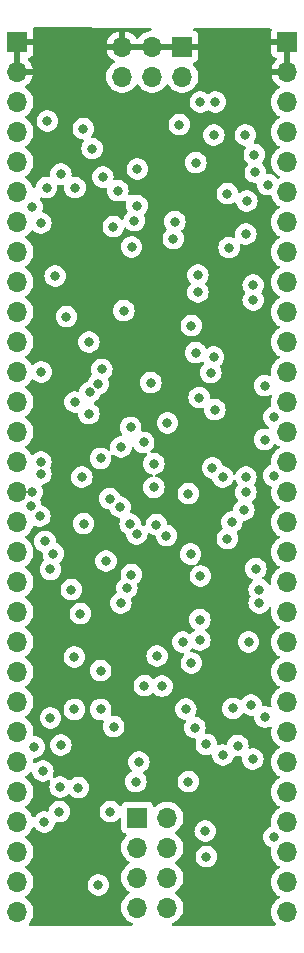
<source format=gbr>
%TF.GenerationSoftware,KiCad,Pcbnew,7.0.6-0*%
%TF.CreationDate,2023-07-25T21:46:34-07:00*%
%TF.ProjectId,84CP02,38344350-3032-42e6-9b69-6361645f7063,rev?*%
%TF.SameCoordinates,Original*%
%TF.FileFunction,Copper,L2,Inr*%
%TF.FilePolarity,Positive*%
%FSLAX46Y46*%
G04 Gerber Fmt 4.6, Leading zero omitted, Abs format (unit mm)*
G04 Created by KiCad (PCBNEW 7.0.6-0) date 2023-07-25 21:46:34*
%MOMM*%
%LPD*%
G01*
G04 APERTURE LIST*
%TA.AperFunction,ComponentPad*%
%ADD10R,1.700000X1.700000*%
%TD*%
%TA.AperFunction,ComponentPad*%
%ADD11O,1.700000X1.700000*%
%TD*%
%TA.AperFunction,ViaPad*%
%ADD12C,0.800000*%
%TD*%
G04 APERTURE END LIST*
D10*
%TO.N,Net-(J3-Pin_1)*%
%TO.C,J3*%
X145796000Y-122174000D03*
D11*
%TO.N,GND*%
X148336000Y-122174000D03*
%TO.N,Net-(J3-Pin_3)*%
X145796000Y-124714000D03*
%TO.N,GND*%
X148336000Y-124714000D03*
%TO.N,Net-(J3-Pin_5)*%
X145796000Y-127254000D03*
%TO.N,GND*%
X148336000Y-127254000D03*
%TO.N,Net-(J3-Pin_7)*%
X145796000Y-129794000D03*
%TO.N,GND*%
X148336000Y-129794000D03*
%TD*%
D10*
%TO.N,VCC*%
%TO.C,J4*%
X149606000Y-56896000D03*
D11*
%TO.N,GND*%
X149606000Y-59436000D03*
%TO.N,VCC*%
X147066000Y-56896000D03*
%TO.N,GND*%
X147066000Y-59436000D03*
%TO.N,VCC*%
X144526000Y-56896000D03*
%TO.N,GND*%
X144526000Y-59436000D03*
%TD*%
D10*
%TO.N,VCC*%
%TO.C,J1*%
X135636000Y-56515000D03*
D11*
X135636000Y-59055000D03*
%TO.N,/J1-3*%
X135636000Y-61595000D03*
%TO.N,/J1-4*%
X135636000Y-64135000D03*
%TO.N,/J1-5*%
X135636000Y-66675000D03*
%TO.N,/J1-6*%
X135636000Y-69215000D03*
%TO.N,/J1-7*%
X135636000Y-71755000D03*
%TO.N,/J1-8*%
X135636000Y-74295000D03*
%TO.N,/J1-9*%
X135636000Y-76835000D03*
%TO.N,/J1-10*%
X135636000Y-79375000D03*
%TO.N,/J1-11*%
X135636000Y-81915000D03*
%TO.N,/J1-12*%
X135636000Y-84455000D03*
%TO.N,/J1-13*%
X135636000Y-86995000D03*
%TO.N,/J1-14*%
X135636000Y-89535000D03*
%TO.N,/J1-15*%
X135636000Y-92075000D03*
%TO.N,/J1-16*%
X135636000Y-94615000D03*
%TO.N,/J1-17*%
X135636000Y-97155000D03*
%TO.N,/J1-18*%
X135636000Y-99695000D03*
%TO.N,/J1-19*%
X135636000Y-102235000D03*
%TO.N,/J1-20*%
X135636000Y-104775000D03*
%TO.N,/J1-21*%
X135636000Y-107315000D03*
%TO.N,/J1-22*%
X135636000Y-109855000D03*
%TO.N,/J1-23*%
X135636000Y-112395000D03*
%TO.N,/J1-24*%
X135636000Y-114935000D03*
%TO.N,/J1-25*%
X135636000Y-117475000D03*
%TO.N,/J1-26*%
X135636000Y-120015000D03*
%TO.N,/J1-27*%
X135636000Y-122555000D03*
%TO.N,/J1-28*%
X135636000Y-125095000D03*
%TO.N,GND*%
X135636000Y-127635000D03*
X135636000Y-130175000D03*
%TD*%
D10*
%TO.N,VCC*%
%TO.C,J2*%
X158496000Y-56515000D03*
D11*
X158496000Y-59055000D03*
%TO.N,/J2-3*%
X158496000Y-61595000D03*
%TO.N,/J2-4*%
X158496000Y-64135000D03*
%TO.N,/J2-5*%
X158496000Y-66675000D03*
%TO.N,/J2-6*%
X158496000Y-69215000D03*
%TO.N,/J2-7*%
X158496000Y-71755000D03*
%TO.N,/J2-8*%
X158496000Y-74295000D03*
%TO.N,/J2-9*%
X158496000Y-76835000D03*
%TO.N,/J2-10*%
X158496000Y-79375000D03*
%TO.N,/J2-11*%
X158496000Y-81915000D03*
%TO.N,/J2-12*%
X158496000Y-84455000D03*
%TO.N,/J2-13*%
X158496000Y-86995000D03*
%TO.N,/J2-14*%
X158496000Y-89535000D03*
%TO.N,/J2-15*%
X158496000Y-92075000D03*
%TO.N,/J2-16*%
X158496000Y-94615000D03*
%TO.N,/J2-17*%
X158496000Y-97155000D03*
%TO.N,/J2-18*%
X158496000Y-99695000D03*
%TO.N,/J2-19*%
X158496000Y-102235000D03*
%TO.N,/J2-20*%
X158496000Y-104775000D03*
%TO.N,/J2-21*%
X158496000Y-107315000D03*
%TO.N,/J2-22*%
X158496000Y-109855000D03*
%TO.N,/J2-23*%
X158496000Y-112395000D03*
%TO.N,/J2-24*%
X158496000Y-114935000D03*
%TO.N,/J2-25*%
X158496000Y-117475000D03*
%TO.N,/J2-26*%
X158496000Y-120015000D03*
%TO.N,/J2-27*%
X158496000Y-122555000D03*
%TO.N,/J2-28*%
X158496000Y-125095000D03*
%TO.N,GND*%
X158496000Y-127635000D03*
X158496000Y-130175000D03*
%TD*%
D12*
%TO.N,VCC*%
X148296500Y-90638457D03*
X148259000Y-96139000D03*
X147915100Y-81248699D03*
%TO.N,GND*%
X147200149Y-92202000D03*
X146939000Y-85344000D03*
X147409500Y-97371500D03*
X147200149Y-94219702D03*
%TO.N,/J1-3*%
X151130000Y-61595000D03*
X150303409Y-99869225D03*
%TO.N,/J1-4*%
X152400000Y-61595000D03*
X150749000Y-82804000D03*
%TO.N,/J1-5*%
X154992500Y-93345000D03*
X155702000Y-66040000D03*
%TO.N,/J1-6*%
X141969500Y-65532000D03*
X142500897Y-85425897D03*
%TO.N,/J1-7*%
X138117497Y-68834000D03*
X152014559Y-84504255D03*
X138176000Y-63208500D03*
X152273000Y-64389000D03*
%TO.N,/J1-8*%
X148973902Y-71717500D03*
X151092728Y-105410000D03*
%TO.N,/J1-9*%
X143764000Y-72136000D03*
X144336000Y-95885000D03*
%TO.N,/J1-10*%
X148259000Y-98298000D03*
X148844000Y-73152000D03*
%TO.N,/J1-11*%
X141694500Y-81915000D03*
X141776397Y-86150397D03*
%TO.N,/J1-12*%
X137668000Y-84455000D03*
X137630500Y-71827451D03*
X153035000Y-93345000D03*
X153416000Y-69342000D03*
%TO.N,/J1-15*%
X139319000Y-67691000D03*
X145750649Y-98173856D03*
X145796000Y-67272500D03*
X137630500Y-92075000D03*
%TO.N,/J1-16*%
X136906000Y-94615000D03*
X136906000Y-70485000D03*
X152250640Y-83194574D03*
X150749000Y-66727000D03*
%TO.N,/J1-17*%
X150674586Y-114554000D03*
X138436000Y-101150503D03*
X151092728Y-107150500D03*
X138435500Y-113740000D03*
%TO.N,/J1-18*%
X150927500Y-76237500D03*
X140208000Y-102870000D03*
X150927500Y-77686500D03*
X138842500Y-76327000D03*
%TO.N,/J1-19*%
X140970000Y-104902000D03*
X139795500Y-79756000D03*
%TO.N,/J1-20*%
X148347136Y-88773000D03*
X147885500Y-111050736D03*
%TO.N,/J1-21*%
X153797000Y-97155000D03*
X153892228Y-112927932D03*
%TO.N,/J1-22*%
X149643500Y-107315000D03*
X149897500Y-112972745D03*
%TO.N,/J1-23*%
X140462000Y-113015500D03*
X137630500Y-93074503D03*
%TO.N,/J1-24*%
X154305000Y-116078000D03*
X154813000Y-96139000D03*
%TO.N,/J1-25*%
X145288000Y-101600000D03*
X145923000Y-117475000D03*
%TO.N,/J1-26*%
X139263748Y-119578748D03*
X139319000Y-116025500D03*
X153416000Y-98552000D03*
X153055500Y-116877500D03*
%TO.N,/J1-27*%
X141694500Y-87965589D03*
X137922000Y-122555000D03*
%TO.N,/J1-28*%
X152362500Y-87630000D03*
X151638000Y-125476000D03*
%TO.N,/J2-3*%
X149352000Y-63500000D03*
X150368000Y-80518000D03*
%TO.N,/J2-4*%
X154940000Y-64389000D03*
X152152393Y-92576607D03*
%TO.N,/J2-5*%
X141245609Y-97290743D03*
X141224000Y-63843500D03*
%TO.N,/J2-6*%
X143463373Y-95178226D03*
X144145000Y-69088000D03*
%TO.N,/J2-7*%
X157353000Y-88265000D03*
%TO.N,/J2-8*%
X145235500Y-89142048D03*
X145542000Y-71628000D03*
%TO.N,/J2-11*%
X155613000Y-78359000D03*
X155829000Y-101092000D03*
%TO.N,/J2-12*%
X145766500Y-70358000D03*
X155613000Y-77089000D03*
X155067000Y-69977000D03*
X145187629Y-97308629D03*
%TO.N,/J2-13*%
X140520000Y-86995000D03*
X140520500Y-68834000D03*
X156840701Y-68584299D03*
X156596000Y-85598000D03*
%TO.N,/J2-14*%
X142694541Y-113015500D03*
X156595500Y-113652432D03*
X142695541Y-109728000D03*
%TO.N,/J2-15*%
X151548500Y-123317000D03*
X157353000Y-123825000D03*
X151130966Y-101727967D03*
X157353000Y-93218000D03*
%TO.N,/J2-16*%
X155791500Y-67534484D03*
X156574199Y-90164700D03*
X142875000Y-67945000D03*
X142785479Y-84218205D03*
%TO.N,/J2-17*%
X153566049Y-73912926D03*
X145316500Y-73854000D03*
X144653000Y-79248000D03*
X154993000Y-94622792D03*
%TO.N,/J2-18*%
X146393500Y-110998000D03*
X156120500Y-102870000D03*
X146335500Y-90404355D03*
X155422431Y-112649000D03*
%TO.N,/J2-19*%
X137082963Y-116205000D03*
X136779000Y-95758000D03*
X155575000Y-117221000D03*
X156120500Y-104013000D03*
%TO.N,/J2-21*%
X155220500Y-107315000D03*
X154981051Y-72771000D03*
%TO.N,/J2-22*%
X140466299Y-108580701D03*
X141097000Y-93349997D03*
%TO.N,/J2-23*%
X144412950Y-90791050D03*
X143795500Y-114464500D03*
%TO.N,/J2-24*%
X151638000Y-115977500D03*
X151034000Y-86610294D03*
%TO.N,/J2-25*%
X137541000Y-96651983D03*
X137807463Y-118237000D03*
%TO.N,/J2-26*%
X138684000Y-99822000D03*
X140795541Y-119634000D03*
%TO.N,/J2-27*%
X137985500Y-98798553D03*
X139192000Y-121666000D03*
%TO.N,/J2-28*%
X142494000Y-127889000D03*
X142688800Y-91753200D03*
%TO.N,Net-(J3-Pin_1)*%
X143510000Y-121666000D03*
X143148400Y-100457000D03*
%TO.N,Net-(J3-Pin_3)*%
X144399000Y-104013000D03*
%TO.N,Net-(J3-Pin_5)*%
X145669000Y-119126000D03*
X150114000Y-119126000D03*
X144907000Y-102743000D03*
%TO.N,Net-(J3-Pin_7)*%
X150114000Y-94742000D03*
X147472400Y-108483400D03*
X150368228Y-109093000D03*
%TD*%
%TA.AperFunction,Conductor*%
%TO.N,VCC*%
G36*
X146888817Y-55307928D02*
G01*
X146955752Y-55327948D01*
X147001241Y-55380981D01*
X147010837Y-55450189D01*
X146981493Y-55513598D01*
X146922526Y-55551076D01*
X146898998Y-55555453D01*
X146830683Y-55561430D01*
X146830673Y-55561432D01*
X146602516Y-55622566D01*
X146602507Y-55622570D01*
X146388422Y-55722399D01*
X146388420Y-55722400D01*
X146194926Y-55857886D01*
X146194920Y-55857891D01*
X146027891Y-56024920D01*
X146027890Y-56024922D01*
X145897575Y-56211031D01*
X145842998Y-56254655D01*
X145773499Y-56261848D01*
X145711145Y-56230326D01*
X145694425Y-56211031D01*
X145564109Y-56024922D01*
X145564108Y-56024920D01*
X145397082Y-55857894D01*
X145203578Y-55722399D01*
X144989492Y-55622570D01*
X144989486Y-55622567D01*
X144776000Y-55565364D01*
X144776000Y-56460498D01*
X144668315Y-56411320D01*
X144561763Y-56396000D01*
X144490237Y-56396000D01*
X144383685Y-56411320D01*
X144276000Y-56460498D01*
X144276000Y-55565364D01*
X144275999Y-55565364D01*
X144062513Y-55622567D01*
X144062507Y-55622570D01*
X143848422Y-55722399D01*
X143848420Y-55722400D01*
X143654926Y-55857886D01*
X143654920Y-55857891D01*
X143487891Y-56024920D01*
X143487886Y-56024926D01*
X143352400Y-56218420D01*
X143352399Y-56218422D01*
X143252570Y-56432507D01*
X143252567Y-56432513D01*
X143195364Y-56645999D01*
X143195364Y-56646000D01*
X144092314Y-56646000D01*
X144066507Y-56686156D01*
X144026000Y-56824111D01*
X144026000Y-56967889D01*
X144066507Y-57105844D01*
X144092314Y-57146000D01*
X143195364Y-57146000D01*
X143252567Y-57359486D01*
X143252570Y-57359492D01*
X143352399Y-57573578D01*
X143487894Y-57767082D01*
X143654917Y-57934105D01*
X143835802Y-58060763D01*
X143879427Y-58115340D01*
X143886619Y-58184839D01*
X143855097Y-58247193D01*
X143823697Y-58271392D01*
X143780427Y-58294809D01*
X143780422Y-58294812D01*
X143602761Y-58433092D01*
X143602756Y-58433097D01*
X143450284Y-58598723D01*
X143450276Y-58598734D01*
X143327140Y-58787207D01*
X143236703Y-58993385D01*
X143181436Y-59211628D01*
X143181434Y-59211640D01*
X143162844Y-59435994D01*
X143162844Y-59436005D01*
X143181434Y-59660359D01*
X143181436Y-59660371D01*
X143236703Y-59878614D01*
X143327140Y-60084792D01*
X143450276Y-60273265D01*
X143450284Y-60273276D01*
X143572645Y-60406193D01*
X143602760Y-60438906D01*
X143780424Y-60577189D01*
X143780425Y-60577189D01*
X143780427Y-60577191D01*
X143907135Y-60645761D01*
X143978426Y-60684342D01*
X144191365Y-60757444D01*
X144413431Y-60794500D01*
X144638569Y-60794500D01*
X144860635Y-60757444D01*
X145073574Y-60684342D01*
X145271576Y-60577189D01*
X145449240Y-60438906D01*
X145565185Y-60312957D01*
X145601715Y-60273276D01*
X145601715Y-60273275D01*
X145601722Y-60273268D01*
X145692193Y-60134790D01*
X145745338Y-60089437D01*
X145814569Y-60080013D01*
X145877905Y-60109515D01*
X145899804Y-60134787D01*
X145990278Y-60273268D01*
X145990283Y-60273273D01*
X145990284Y-60273276D01*
X146112645Y-60406193D01*
X146142760Y-60438906D01*
X146320424Y-60577189D01*
X146320425Y-60577189D01*
X146320427Y-60577191D01*
X146447135Y-60645761D01*
X146518426Y-60684342D01*
X146731365Y-60757444D01*
X146953431Y-60794500D01*
X147178569Y-60794500D01*
X147400635Y-60757444D01*
X147613574Y-60684342D01*
X147811576Y-60577189D01*
X147989240Y-60438906D01*
X148105185Y-60312957D01*
X148141715Y-60273276D01*
X148141715Y-60273275D01*
X148141722Y-60273268D01*
X148232193Y-60134790D01*
X148285338Y-60089437D01*
X148354569Y-60080013D01*
X148417905Y-60109515D01*
X148439804Y-60134787D01*
X148530278Y-60273268D01*
X148530283Y-60273273D01*
X148530284Y-60273276D01*
X148652645Y-60406193D01*
X148682760Y-60438906D01*
X148860424Y-60577189D01*
X148860425Y-60577189D01*
X148860427Y-60577191D01*
X148987135Y-60645761D01*
X149058426Y-60684342D01*
X149271365Y-60757444D01*
X149493431Y-60794500D01*
X149718569Y-60794500D01*
X149940635Y-60757444D01*
X150153574Y-60684342D01*
X150351576Y-60577189D01*
X150529240Y-60438906D01*
X150645185Y-60312957D01*
X150681715Y-60273276D01*
X150681717Y-60273273D01*
X150681722Y-60273268D01*
X150804860Y-60084791D01*
X150895296Y-59878616D01*
X150950564Y-59660368D01*
X150950565Y-59660359D01*
X150969156Y-59436005D01*
X150969156Y-59435994D01*
X150950565Y-59211640D01*
X150950563Y-59211628D01*
X150895296Y-58993385D01*
X150890789Y-58983111D01*
X150804860Y-58787209D01*
X150788706Y-58762484D01*
X150681723Y-58598734D01*
X150681722Y-58598732D01*
X150530291Y-58434236D01*
X150499370Y-58371584D01*
X150507230Y-58302158D01*
X150551376Y-58248002D01*
X150578189Y-58234073D01*
X150698086Y-58189354D01*
X150698093Y-58189350D01*
X150813187Y-58103190D01*
X150813190Y-58103187D01*
X150899350Y-57988093D01*
X150899354Y-57988086D01*
X150949596Y-57853379D01*
X150949598Y-57853372D01*
X150955999Y-57793844D01*
X150956000Y-57793827D01*
X150956000Y-57146000D01*
X150039686Y-57146000D01*
X150065493Y-57105844D01*
X150106000Y-56967889D01*
X150106000Y-56824111D01*
X150065493Y-56686156D01*
X150039686Y-56646000D01*
X150956000Y-56646000D01*
X150956000Y-55998172D01*
X150955999Y-55998155D01*
X150949598Y-55938627D01*
X150949596Y-55938620D01*
X150899354Y-55803913D01*
X150899350Y-55803906D01*
X150813190Y-55688812D01*
X150813187Y-55688809D01*
X150698093Y-55602649D01*
X150698088Y-55602646D01*
X150602489Y-55566990D01*
X150546556Y-55525118D01*
X150522139Y-55459654D01*
X150536991Y-55391381D01*
X150586396Y-55341976D01*
X150646441Y-55326811D01*
X157048526Y-55358982D01*
X157115461Y-55379002D01*
X157160950Y-55432035D01*
X157170546Y-55501243D01*
X157164080Y-55526311D01*
X157152404Y-55557616D01*
X157152401Y-55557627D01*
X157146000Y-55617155D01*
X157146000Y-56265000D01*
X158062314Y-56265000D01*
X158036507Y-56305156D01*
X157996000Y-56443111D01*
X157996000Y-56586889D01*
X158036507Y-56724844D01*
X158062314Y-56765000D01*
X157146000Y-56765000D01*
X157146000Y-57412844D01*
X157152401Y-57472372D01*
X157152403Y-57472379D01*
X157202645Y-57607086D01*
X157202649Y-57607093D01*
X157288809Y-57722187D01*
X157288812Y-57722190D01*
X157403906Y-57808350D01*
X157403913Y-57808354D01*
X157535986Y-57857614D01*
X157591920Y-57899485D01*
X157616337Y-57964949D01*
X157601486Y-58033222D01*
X157580335Y-58061477D01*
X157457886Y-58183926D01*
X157322400Y-58377420D01*
X157322399Y-58377422D01*
X157222570Y-58591507D01*
X157222567Y-58591513D01*
X157165364Y-58804999D01*
X157165364Y-58805000D01*
X158062314Y-58805000D01*
X158036507Y-58845156D01*
X157996000Y-58983111D01*
X157996000Y-59126889D01*
X158036507Y-59264844D01*
X158062314Y-59305000D01*
X157165364Y-59305000D01*
X157222567Y-59518486D01*
X157222570Y-59518492D01*
X157322399Y-59732578D01*
X157457894Y-59926082D01*
X157624917Y-60093105D01*
X157805802Y-60219763D01*
X157849427Y-60274340D01*
X157856619Y-60343839D01*
X157825097Y-60406193D01*
X157793697Y-60430392D01*
X157750427Y-60453809D01*
X157750422Y-60453812D01*
X157572761Y-60592092D01*
X157572756Y-60592097D01*
X157420284Y-60757723D01*
X157420276Y-60757734D01*
X157297140Y-60946207D01*
X157206703Y-61152385D01*
X157151436Y-61370628D01*
X157151434Y-61370640D01*
X157132844Y-61594994D01*
X157132844Y-61595005D01*
X157151434Y-61819359D01*
X157151436Y-61819371D01*
X157206703Y-62037614D01*
X157297140Y-62243792D01*
X157420276Y-62432265D01*
X157420284Y-62432276D01*
X157572756Y-62597902D01*
X157572760Y-62597906D01*
X157750424Y-62736189D01*
X157750429Y-62736191D01*
X157750431Y-62736193D01*
X157786930Y-62755946D01*
X157836520Y-62805165D01*
X157851628Y-62873382D01*
X157827457Y-62938937D01*
X157786930Y-62974054D01*
X157750431Y-62993806D01*
X157750422Y-62993812D01*
X157572761Y-63132092D01*
X157572756Y-63132097D01*
X157420284Y-63297723D01*
X157420276Y-63297734D01*
X157297140Y-63486207D01*
X157206703Y-63692385D01*
X157151436Y-63910628D01*
X157151434Y-63910640D01*
X157132844Y-64134994D01*
X157132844Y-64135005D01*
X157151434Y-64359359D01*
X157151436Y-64359371D01*
X157206703Y-64577614D01*
X157297140Y-64783792D01*
X157420276Y-64972265D01*
X157420284Y-64972276D01*
X157572756Y-65137902D01*
X157572760Y-65137906D01*
X157750424Y-65276189D01*
X157750429Y-65276191D01*
X157750431Y-65276193D01*
X157786930Y-65295946D01*
X157836520Y-65345165D01*
X157851628Y-65413382D01*
X157827457Y-65478937D01*
X157786930Y-65514054D01*
X157750431Y-65533806D01*
X157750422Y-65533812D01*
X157572761Y-65672092D01*
X157572756Y-65672097D01*
X157420284Y-65837723D01*
X157420276Y-65837734D01*
X157297140Y-66026207D01*
X157206703Y-66232385D01*
X157151436Y-66450628D01*
X157151434Y-66450640D01*
X157132844Y-66674994D01*
X157132844Y-66675005D01*
X157151434Y-66899359D01*
X157151436Y-66899371D01*
X157206703Y-67117614D01*
X157297140Y-67323792D01*
X157420276Y-67512265D01*
X157420284Y-67512276D01*
X157572756Y-67677902D01*
X157572761Y-67677907D01*
X157589583Y-67691000D01*
X157750424Y-67816189D01*
X157750429Y-67816191D01*
X157750431Y-67816193D01*
X157786930Y-67835946D01*
X157836520Y-67885165D01*
X157851628Y-67953382D01*
X157827457Y-68018937D01*
X157786930Y-68054054D01*
X157750429Y-68073807D01*
X157746501Y-68076374D01*
X157679612Y-68096563D01*
X157612426Y-68077385D01*
X157584828Y-68051518D01*
X157584089Y-68052184D01*
X157451955Y-67905434D01*
X157430403Y-67889775D01*
X157297453Y-67793181D01*
X157122989Y-67715505D01*
X157122987Y-67715504D01*
X156936188Y-67675799D01*
X156827867Y-67675799D01*
X156760828Y-67656114D01*
X156715073Y-67603310D01*
X156704547Y-67538835D01*
X156705004Y-67534487D01*
X156704038Y-67525297D01*
X156685042Y-67344556D01*
X156626027Y-67162928D01*
X156530540Y-66997540D01*
X156480489Y-66941953D01*
X156402758Y-66855622D01*
X156402753Y-66855618D01*
X156385625Y-66843173D01*
X156342959Y-66787845D01*
X156336979Y-66718232D01*
X156366359Y-66659885D01*
X156441040Y-66576944D01*
X156536527Y-66411556D01*
X156595542Y-66229928D01*
X156615504Y-66040000D01*
X156595542Y-65850072D01*
X156536527Y-65668444D01*
X156441040Y-65503056D01*
X156313253Y-65361134D01*
X156158752Y-65248882D01*
X155984288Y-65171206D01*
X155984286Y-65171205D01*
X155797487Y-65131500D01*
X155772465Y-65131500D01*
X155705426Y-65111815D01*
X155659671Y-65059011D01*
X155649727Y-64989853D01*
X155676191Y-64931903D01*
X155675222Y-64931199D01*
X155678698Y-64926414D01*
X155678752Y-64926297D01*
X155678930Y-64926094D01*
X155679036Y-64925948D01*
X155679040Y-64925944D01*
X155774527Y-64760556D01*
X155833542Y-64578928D01*
X155853504Y-64389000D01*
X155833542Y-64199072D01*
X155774527Y-64017444D01*
X155679040Y-63852056D01*
X155551253Y-63710134D01*
X155396752Y-63597882D01*
X155222288Y-63520206D01*
X155222286Y-63520205D01*
X155035487Y-63480500D01*
X154844513Y-63480500D01*
X154657714Y-63520205D01*
X154483246Y-63597883D01*
X154328745Y-63710135D01*
X154200959Y-63852057D01*
X154105473Y-64017443D01*
X154105470Y-64017450D01*
X154053024Y-64178864D01*
X154046458Y-64199072D01*
X154026496Y-64389000D01*
X154046458Y-64578928D01*
X154046459Y-64578931D01*
X154105470Y-64760549D01*
X154105473Y-64760556D01*
X154200960Y-64925944D01*
X154328747Y-65067866D01*
X154483248Y-65180118D01*
X154657712Y-65257794D01*
X154844513Y-65297500D01*
X154869535Y-65297500D01*
X154936574Y-65317185D01*
X154982329Y-65369989D01*
X154992273Y-65439147D01*
X154965808Y-65497096D01*
X154966778Y-65497801D01*
X154963301Y-65502585D01*
X154963248Y-65502703D01*
X154963069Y-65502905D01*
X154962959Y-65503056D01*
X154867473Y-65668443D01*
X154867470Y-65668450D01*
X154812467Y-65837734D01*
X154808458Y-65850072D01*
X154788496Y-66040000D01*
X154808458Y-66229928D01*
X154808459Y-66229931D01*
X154867470Y-66411549D01*
X154867473Y-66411556D01*
X154962960Y-66576944D01*
X154977988Y-66593634D01*
X155090741Y-66718861D01*
X155090744Y-66718863D01*
X155090747Y-66718866D01*
X155107873Y-66731309D01*
X155150539Y-66786637D01*
X155156520Y-66856250D01*
X155127140Y-66914598D01*
X155052459Y-66997541D01*
X154956973Y-67162927D01*
X154956970Y-67162934D01*
X154897959Y-67344552D01*
X154897958Y-67344556D01*
X154877996Y-67534484D01*
X154897958Y-67724412D01*
X154897959Y-67724415D01*
X154956970Y-67906033D01*
X154956973Y-67906040D01*
X155052460Y-68071428D01*
X155149768Y-68179500D01*
X155168950Y-68200804D01*
X155180247Y-68213350D01*
X155334748Y-68325602D01*
X155509212Y-68403278D01*
X155696013Y-68442984D01*
X155804334Y-68442984D01*
X155871373Y-68462669D01*
X155917128Y-68515473D01*
X155927654Y-68579944D01*
X155927197Y-68584299D01*
X155927197Y-68584300D01*
X155928795Y-68599500D01*
X155947159Y-68774227D01*
X155947160Y-68774230D01*
X156006171Y-68955848D01*
X156006174Y-68955855D01*
X156101661Y-69121243D01*
X156177577Y-69205556D01*
X156226794Y-69260218D01*
X156229448Y-69263165D01*
X156383949Y-69375417D01*
X156558413Y-69453093D01*
X156745214Y-69492799D01*
X156936187Y-69492799D01*
X156936188Y-69492799D01*
X157036583Y-69471459D01*
X157106248Y-69476775D01*
X157161982Y-69518911D01*
X157182569Y-69562309D01*
X157206703Y-69657614D01*
X157297140Y-69863792D01*
X157420276Y-70052265D01*
X157420284Y-70052276D01*
X157572756Y-70217902D01*
X157572760Y-70217906D01*
X157750424Y-70356189D01*
X157750429Y-70356191D01*
X157750431Y-70356193D01*
X157786930Y-70375946D01*
X157836520Y-70425165D01*
X157851628Y-70493382D01*
X157827457Y-70558937D01*
X157786930Y-70594054D01*
X157750431Y-70613806D01*
X157750422Y-70613812D01*
X157572761Y-70752092D01*
X157572756Y-70752097D01*
X157420284Y-70917723D01*
X157420276Y-70917734D01*
X157297140Y-71106207D01*
X157206703Y-71312385D01*
X157151436Y-71530628D01*
X157151434Y-71530640D01*
X157132844Y-71754994D01*
X157132844Y-71755005D01*
X157151434Y-71979359D01*
X157151436Y-71979371D01*
X157206703Y-72197614D01*
X157297140Y-72403792D01*
X157420276Y-72592265D01*
X157420284Y-72592276D01*
X157572756Y-72757902D01*
X157572760Y-72757906D01*
X157750424Y-72896189D01*
X157786930Y-72915945D01*
X157836519Y-72965162D01*
X157851629Y-73033378D01*
X157827459Y-73098934D01*
X157786932Y-73134052D01*
X157750432Y-73153805D01*
X157750422Y-73153812D01*
X157572761Y-73292092D01*
X157572756Y-73292097D01*
X157420284Y-73457723D01*
X157420276Y-73457734D01*
X157297140Y-73646207D01*
X157206703Y-73852385D01*
X157151436Y-74070628D01*
X157151434Y-74070640D01*
X157132844Y-74294994D01*
X157132844Y-74295005D01*
X157151434Y-74519359D01*
X157151436Y-74519371D01*
X157206703Y-74737614D01*
X157297140Y-74943792D01*
X157420276Y-75132265D01*
X157420284Y-75132276D01*
X157572756Y-75297902D01*
X157572760Y-75297906D01*
X157750424Y-75436189D01*
X157750429Y-75436191D01*
X157750431Y-75436193D01*
X157786930Y-75455946D01*
X157836520Y-75505165D01*
X157851628Y-75573382D01*
X157827457Y-75638937D01*
X157786930Y-75674054D01*
X157750431Y-75693806D01*
X157750422Y-75693812D01*
X157572761Y-75832092D01*
X157572756Y-75832097D01*
X157420284Y-75997723D01*
X157420276Y-75997734D01*
X157297140Y-76186207D01*
X157206703Y-76392385D01*
X157151436Y-76610628D01*
X157151434Y-76610640D01*
X157132844Y-76834994D01*
X157132844Y-76835005D01*
X157151434Y-77059359D01*
X157151436Y-77059371D01*
X157206703Y-77277614D01*
X157297140Y-77483792D01*
X157420276Y-77672265D01*
X157420284Y-77672276D01*
X157572756Y-77837902D01*
X157572761Y-77837907D01*
X157622256Y-77876431D01*
X157750424Y-77976189D01*
X157750429Y-77976191D01*
X157750431Y-77976193D01*
X157786930Y-77995946D01*
X157836520Y-78045165D01*
X157851628Y-78113382D01*
X157827457Y-78178937D01*
X157786930Y-78214054D01*
X157750431Y-78233806D01*
X157750422Y-78233812D01*
X157572761Y-78372092D01*
X157572756Y-78372097D01*
X157420284Y-78537723D01*
X157420276Y-78537734D01*
X157297140Y-78726207D01*
X157206703Y-78932385D01*
X157151436Y-79150628D01*
X157151434Y-79150640D01*
X157132844Y-79374994D01*
X157132844Y-79375005D01*
X157151434Y-79599359D01*
X157151436Y-79599371D01*
X157206703Y-79817614D01*
X157297140Y-80023792D01*
X157420276Y-80212265D01*
X157420284Y-80212276D01*
X157572756Y-80377902D01*
X157572760Y-80377906D01*
X157750424Y-80516189D01*
X157750429Y-80516191D01*
X157750431Y-80516193D01*
X157786930Y-80535946D01*
X157836520Y-80585165D01*
X157851628Y-80653382D01*
X157827457Y-80718937D01*
X157786930Y-80754054D01*
X157750431Y-80773806D01*
X157750422Y-80773812D01*
X157572761Y-80912092D01*
X157572756Y-80912097D01*
X157420284Y-81077723D01*
X157420276Y-81077734D01*
X157297140Y-81266207D01*
X157206703Y-81472385D01*
X157151436Y-81690628D01*
X157151434Y-81690640D01*
X157132844Y-81914994D01*
X157132844Y-81915005D01*
X157151434Y-82139359D01*
X157151436Y-82139371D01*
X157206703Y-82357614D01*
X157297140Y-82563792D01*
X157420276Y-82752265D01*
X157420284Y-82752276D01*
X157572756Y-82917902D01*
X157572760Y-82917906D01*
X157750424Y-83056189D01*
X157750429Y-83056191D01*
X157750431Y-83056193D01*
X157786930Y-83075946D01*
X157836520Y-83125165D01*
X157851628Y-83193382D01*
X157827457Y-83258937D01*
X157786930Y-83294054D01*
X157750431Y-83313806D01*
X157750422Y-83313812D01*
X157572761Y-83452092D01*
X157572756Y-83452097D01*
X157420284Y-83617723D01*
X157420276Y-83617734D01*
X157297140Y-83806207D01*
X157206703Y-84012385D01*
X157151436Y-84230628D01*
X157151434Y-84230640D01*
X157132844Y-84454994D01*
X157132844Y-84455006D01*
X157148893Y-84648693D01*
X157134812Y-84717129D01*
X157085967Y-84767088D01*
X157017866Y-84782709D01*
X156974887Y-84772214D01*
X156878288Y-84729206D01*
X156878287Y-84729205D01*
X156878283Y-84729204D01*
X156691487Y-84689500D01*
X156500513Y-84689500D01*
X156313714Y-84729205D01*
X156139246Y-84806883D01*
X155984745Y-84919135D01*
X155856959Y-85061057D01*
X155761473Y-85226443D01*
X155761470Y-85226450D01*
X155705402Y-85399010D01*
X155702458Y-85408072D01*
X155682496Y-85598000D01*
X155702458Y-85787928D01*
X155702459Y-85787931D01*
X155761470Y-85969549D01*
X155761473Y-85969556D01*
X155856960Y-86134944D01*
X155984747Y-86276866D01*
X156139248Y-86389118D01*
X156313712Y-86466794D01*
X156500513Y-86506500D01*
X156691487Y-86506500D01*
X156878288Y-86466794D01*
X157040446Y-86394596D01*
X157109694Y-86385312D01*
X157172971Y-86414940D01*
X157210184Y-86474075D01*
X157209519Y-86543941D01*
X157208160Y-86548143D01*
X157206703Y-86552383D01*
X157151436Y-86770628D01*
X157151434Y-86770640D01*
X157132844Y-86994994D01*
X157132844Y-86995005D01*
X157151434Y-87219359D01*
X157151436Y-87219371D01*
X157158185Y-87246020D01*
X157155560Y-87315840D01*
X157115604Y-87373158D01*
X157076297Y-87394391D01*
X157070717Y-87396203D01*
X156896244Y-87473884D01*
X156741745Y-87586135D01*
X156613959Y-87728057D01*
X156518473Y-87893443D01*
X156518470Y-87893450D01*
X156459459Y-88075068D01*
X156459458Y-88075072D01*
X156439496Y-88265000D01*
X156459458Y-88454928D01*
X156459459Y-88454931D01*
X156518470Y-88636549D01*
X156518473Y-88636556D01*
X156613960Y-88801944D01*
X156741747Y-88943866D01*
X156896248Y-89056118D01*
X156896253Y-89056120D01*
X156898721Y-89057545D01*
X156899868Y-89058747D01*
X156901506Y-89059938D01*
X156901288Y-89060237D01*
X156946938Y-89108111D01*
X156960164Y-89176717D01*
X156934199Y-89241583D01*
X156877286Y-89282114D01*
X156810944Y-89286225D01*
X156669686Y-89256200D01*
X156478712Y-89256200D01*
X156291913Y-89295905D01*
X156117445Y-89373583D01*
X155962944Y-89485835D01*
X155835158Y-89627757D01*
X155739672Y-89793143D01*
X155739669Y-89793150D01*
X155680658Y-89974768D01*
X155680657Y-89974772D01*
X155660695Y-90164700D01*
X155680657Y-90354628D01*
X155680658Y-90354631D01*
X155739669Y-90536249D01*
X155739672Y-90536256D01*
X155835159Y-90701644D01*
X155962946Y-90843566D01*
X156117447Y-90955818D01*
X156291911Y-91033494D01*
X156478712Y-91073200D01*
X156669686Y-91073200D01*
X156856487Y-91033494D01*
X157030951Y-90955818D01*
X157185452Y-90843566D01*
X157313239Y-90701644D01*
X157387738Y-90572608D01*
X157438301Y-90524396D01*
X157506908Y-90511172D01*
X157571285Y-90536758D01*
X157572760Y-90537906D01*
X157750424Y-90676189D01*
X157750429Y-90676191D01*
X157750431Y-90676193D01*
X157786930Y-90695946D01*
X157836520Y-90745165D01*
X157851628Y-90813382D01*
X157827457Y-90878937D01*
X157786930Y-90914054D01*
X157750431Y-90933806D01*
X157750422Y-90933812D01*
X157572761Y-91072092D01*
X157572756Y-91072097D01*
X157420284Y-91237723D01*
X157420276Y-91237734D01*
X157297140Y-91426207D01*
X157206703Y-91632385D01*
X157151436Y-91850628D01*
X157151434Y-91850640D01*
X157132844Y-92074994D01*
X157132844Y-92075005D01*
X157145277Y-92225051D01*
X157131196Y-92293487D01*
X157082351Y-92343446D01*
X157072137Y-92348570D01*
X156896248Y-92426881D01*
X156741745Y-92539135D01*
X156613959Y-92681057D01*
X156518473Y-92846443D01*
X156518470Y-92846450D01*
X156475584Y-92978441D01*
X156459458Y-93028072D01*
X156439496Y-93218000D01*
X156459458Y-93407928D01*
X156459459Y-93407931D01*
X156518470Y-93589549D01*
X156518473Y-93589556D01*
X156613960Y-93754944D01*
X156741747Y-93896866D01*
X156896248Y-94009118D01*
X157070712Y-94086794D01*
X157094262Y-94091799D01*
X157155742Y-94124989D01*
X157189520Y-94186152D01*
X157188687Y-94243529D01*
X157151436Y-94390627D01*
X157151434Y-94390640D01*
X157132844Y-94614994D01*
X157132844Y-94615005D01*
X157151434Y-94839359D01*
X157151436Y-94839371D01*
X157206703Y-95057614D01*
X157297140Y-95263792D01*
X157420276Y-95452265D01*
X157420284Y-95452276D01*
X157572756Y-95617902D01*
X157572760Y-95617906D01*
X157750424Y-95756189D01*
X157750429Y-95756191D01*
X157750431Y-95756193D01*
X157786930Y-95775946D01*
X157836520Y-95825165D01*
X157851628Y-95893382D01*
X157827457Y-95958937D01*
X157786930Y-95994054D01*
X157750431Y-96013806D01*
X157750422Y-96013812D01*
X157572761Y-96152092D01*
X157572756Y-96152097D01*
X157420284Y-96317723D01*
X157420276Y-96317734D01*
X157297140Y-96506207D01*
X157206703Y-96712385D01*
X157151436Y-96930628D01*
X157151434Y-96930640D01*
X157132844Y-97154994D01*
X157132844Y-97155005D01*
X157151434Y-97379359D01*
X157151436Y-97379371D01*
X157206703Y-97597614D01*
X157297140Y-97803792D01*
X157420276Y-97992265D01*
X157420284Y-97992276D01*
X157572756Y-98157902D01*
X157572760Y-98157906D01*
X157750424Y-98296189D01*
X157750429Y-98296191D01*
X157750431Y-98296193D01*
X157786930Y-98315946D01*
X157836520Y-98365165D01*
X157851628Y-98433382D01*
X157827457Y-98498937D01*
X157786930Y-98534054D01*
X157750431Y-98553806D01*
X157750422Y-98553812D01*
X157572761Y-98692092D01*
X157572756Y-98692097D01*
X157420284Y-98857723D01*
X157420276Y-98857734D01*
X157297140Y-99046207D01*
X157206703Y-99252385D01*
X157151436Y-99470628D01*
X157151434Y-99470640D01*
X157132844Y-99694994D01*
X157132844Y-99695005D01*
X157151434Y-99919359D01*
X157151436Y-99919371D01*
X157206703Y-100137614D01*
X157297140Y-100343792D01*
X157420276Y-100532265D01*
X157420284Y-100532276D01*
X157572756Y-100697902D01*
X157572760Y-100697906D01*
X157750424Y-100836189D01*
X157750429Y-100836191D01*
X157750431Y-100836193D01*
X157786930Y-100855946D01*
X157836520Y-100905165D01*
X157851628Y-100973382D01*
X157827457Y-101038937D01*
X157786930Y-101074054D01*
X157750431Y-101093806D01*
X157750422Y-101093812D01*
X157572761Y-101232092D01*
X157572756Y-101232097D01*
X157420284Y-101397723D01*
X157420276Y-101397734D01*
X157297140Y-101586207D01*
X157206703Y-101792385D01*
X157151436Y-102010628D01*
X157151434Y-102010640D01*
X157132844Y-102234994D01*
X157132844Y-102235006D01*
X157142436Y-102350767D01*
X157128355Y-102419203D01*
X157079510Y-102469162D01*
X157011409Y-102484783D01*
X156945673Y-102461105D01*
X156911473Y-102423007D01*
X156891987Y-102389256D01*
X156859540Y-102333056D01*
X156731753Y-102191134D01*
X156577252Y-102078882D01*
X156425647Y-102011383D01*
X156372412Y-101966135D01*
X156352090Y-101899286D01*
X156371135Y-101832062D01*
X156403194Y-101797790D01*
X156440253Y-101770866D01*
X156568040Y-101628944D01*
X156663527Y-101463556D01*
X156722542Y-101281928D01*
X156742504Y-101092000D01*
X156722542Y-100902072D01*
X156663527Y-100720444D01*
X156568040Y-100555056D01*
X156440253Y-100413134D01*
X156285752Y-100300882D01*
X156111288Y-100223206D01*
X156111286Y-100223205D01*
X155924487Y-100183500D01*
X155733513Y-100183500D01*
X155546714Y-100223205D01*
X155546711Y-100223206D01*
X155546712Y-100223206D01*
X155418899Y-100280112D01*
X155372246Y-100300883D01*
X155217745Y-100413135D01*
X155089959Y-100555057D01*
X154994473Y-100720443D01*
X154994470Y-100720450D01*
X154935459Y-100902068D01*
X154935458Y-100902072D01*
X154915496Y-101092000D01*
X154935458Y-101281928D01*
X154935459Y-101281931D01*
X154994470Y-101463549D01*
X154994473Y-101463556D01*
X155089960Y-101628944D01*
X155217747Y-101770866D01*
X155372248Y-101883118D01*
X155523853Y-101950616D01*
X155577087Y-101995864D01*
X155597409Y-102062713D01*
X155578364Y-102129937D01*
X155546302Y-102164211D01*
X155509246Y-102191134D01*
X155381459Y-102333057D01*
X155285973Y-102498443D01*
X155285970Y-102498450D01*
X155227756Y-102677616D01*
X155226958Y-102680072D01*
X155206996Y-102870000D01*
X155226958Y-103059928D01*
X155226959Y-103059931D01*
X155285970Y-103241549D01*
X155285972Y-103241553D01*
X155285973Y-103241556D01*
X155325459Y-103309949D01*
X155365615Y-103379501D01*
X155382087Y-103447401D01*
X155365615Y-103503499D01*
X155285972Y-103641446D01*
X155285970Y-103641450D01*
X155226959Y-103823068D01*
X155226958Y-103823072D01*
X155206996Y-104013000D01*
X155226958Y-104202928D01*
X155226959Y-104202931D01*
X155285970Y-104384549D01*
X155285973Y-104384556D01*
X155381460Y-104549944D01*
X155509247Y-104691866D01*
X155663748Y-104804118D01*
X155838212Y-104881794D01*
X156025013Y-104921500D01*
X156215987Y-104921500D01*
X156402788Y-104881794D01*
X156577252Y-104804118D01*
X156731753Y-104691866D01*
X156859540Y-104549944D01*
X156932697Y-104423231D01*
X156983260Y-104375020D01*
X157051867Y-104361796D01*
X157116732Y-104387764D01*
X157157261Y-104444677D01*
X157160586Y-104514468D01*
X157160287Y-104515672D01*
X157151438Y-104550617D01*
X157151434Y-104550640D01*
X157132844Y-104774994D01*
X157132844Y-104775005D01*
X157151434Y-104999359D01*
X157151436Y-104999371D01*
X157206703Y-105217614D01*
X157297140Y-105423792D01*
X157420276Y-105612265D01*
X157420284Y-105612276D01*
X157572756Y-105777902D01*
X157572760Y-105777906D01*
X157750424Y-105916189D01*
X157750429Y-105916191D01*
X157750431Y-105916193D01*
X157786930Y-105935946D01*
X157836520Y-105985165D01*
X157851628Y-106053382D01*
X157827457Y-106118937D01*
X157786930Y-106154054D01*
X157750431Y-106173806D01*
X157750422Y-106173812D01*
X157572761Y-106312092D01*
X157572756Y-106312097D01*
X157420284Y-106477723D01*
X157420276Y-106477734D01*
X157297140Y-106666207D01*
X157206703Y-106872385D01*
X157151436Y-107090628D01*
X157151434Y-107090640D01*
X157132844Y-107314994D01*
X157132844Y-107315005D01*
X157151434Y-107539359D01*
X157151436Y-107539371D01*
X157206703Y-107757614D01*
X157297140Y-107963792D01*
X157420276Y-108152265D01*
X157420284Y-108152276D01*
X157572756Y-108317902D01*
X157572760Y-108317906D01*
X157750424Y-108456189D01*
X157786930Y-108475945D01*
X157836519Y-108525162D01*
X157851629Y-108593378D01*
X157827459Y-108658934D01*
X157786932Y-108694052D01*
X157750432Y-108713805D01*
X157750422Y-108713812D01*
X157572761Y-108852092D01*
X157572756Y-108852097D01*
X157420284Y-109017723D01*
X157420276Y-109017734D01*
X157297140Y-109206207D01*
X157206703Y-109412385D01*
X157151436Y-109630628D01*
X157151434Y-109630640D01*
X157132844Y-109854994D01*
X157132844Y-109855005D01*
X157151434Y-110079359D01*
X157151436Y-110079371D01*
X157206703Y-110297614D01*
X157297140Y-110503792D01*
X157420276Y-110692265D01*
X157420284Y-110692276D01*
X157572756Y-110857902D01*
X157572760Y-110857906D01*
X157750424Y-110996189D01*
X157750429Y-110996191D01*
X157750431Y-110996193D01*
X157786930Y-111015946D01*
X157836520Y-111065165D01*
X157851628Y-111133382D01*
X157827457Y-111198937D01*
X157786930Y-111234054D01*
X157750431Y-111253806D01*
X157750422Y-111253812D01*
X157572761Y-111392092D01*
X157572756Y-111392097D01*
X157420284Y-111557723D01*
X157420276Y-111557734D01*
X157297140Y-111746207D01*
X157206703Y-111952385D01*
X157151436Y-112170628D01*
X157151434Y-112170640D01*
X157132844Y-112394994D01*
X157132844Y-112395005D01*
X157151434Y-112619359D01*
X157151437Y-112619375D01*
X157170390Y-112694220D01*
X157167764Y-112764040D01*
X157127808Y-112821357D01*
X157063206Y-112847973D01*
X156999751Y-112837939D01*
X156877788Y-112783638D01*
X156877786Y-112783637D01*
X156690987Y-112743932D01*
X156500013Y-112743932D01*
X156495141Y-112744967D01*
X156483982Y-112747339D01*
X156414315Y-112742021D01*
X156358583Y-112699881D01*
X156334885Y-112639012D01*
X156315973Y-112459072D01*
X156256958Y-112277444D01*
X156161471Y-112112056D01*
X156033684Y-111970134D01*
X155879183Y-111857882D01*
X155704719Y-111780206D01*
X155704717Y-111780205D01*
X155517918Y-111740500D01*
X155326944Y-111740500D01*
X155140145Y-111780205D01*
X154965677Y-111857883D01*
X154811176Y-111970135D01*
X154683391Y-112112055D01*
X154643356Y-112181398D01*
X154592788Y-112229613D01*
X154524181Y-112242835D01*
X154463084Y-112219715D01*
X154348984Y-112136816D01*
X154348980Y-112136814D01*
X154174516Y-112059138D01*
X154174514Y-112059137D01*
X153987715Y-112019432D01*
X153796741Y-112019432D01*
X153609942Y-112059137D01*
X153435474Y-112136815D01*
X153280973Y-112249067D01*
X153153187Y-112390989D01*
X153057701Y-112556375D01*
X153057698Y-112556382D01*
X153029248Y-112643944D01*
X152998686Y-112738004D01*
X152978724Y-112927932D01*
X152998686Y-113117860D01*
X152998687Y-113117863D01*
X153057698Y-113299481D01*
X153057701Y-113299488D01*
X153153188Y-113464876D01*
X153233519Y-113554093D01*
X153279504Y-113605165D01*
X153280975Y-113606798D01*
X153435476Y-113719050D01*
X153609940Y-113796726D01*
X153796741Y-113836432D01*
X153987715Y-113836432D01*
X154174516Y-113796726D01*
X154348980Y-113719050D01*
X154503481Y-113606798D01*
X154631268Y-113464876D01*
X154671303Y-113395532D01*
X154721868Y-113347319D01*
X154790475Y-113334095D01*
X154851574Y-113357215D01*
X154965679Y-113440118D01*
X155140143Y-113517794D01*
X155326944Y-113557500D01*
X155517914Y-113557500D01*
X155517918Y-113557500D01*
X155533944Y-113554093D01*
X155603608Y-113559408D01*
X155659343Y-113601544D01*
X155683045Y-113662420D01*
X155701958Y-113842360D01*
X155701959Y-113842363D01*
X155760970Y-114023981D01*
X155760973Y-114023988D01*
X155856460Y-114189376D01*
X155984247Y-114331298D01*
X156138748Y-114443550D01*
X156313212Y-114521226D01*
X156500013Y-114560932D01*
X156690987Y-114560932D01*
X156877788Y-114521226D01*
X157006925Y-114463730D01*
X157076172Y-114454446D01*
X157139449Y-114484074D01*
X157176662Y-114543209D01*
X157177564Y-114607449D01*
X157151437Y-114710624D01*
X157151434Y-114710640D01*
X157132844Y-114934994D01*
X157132844Y-114935005D01*
X157151434Y-115159359D01*
X157151436Y-115159371D01*
X157206703Y-115377614D01*
X157297140Y-115583792D01*
X157420276Y-115772265D01*
X157420284Y-115772276D01*
X157572756Y-115937902D01*
X157572761Y-115937907D01*
X157623630Y-115977500D01*
X157750424Y-116076189D01*
X157750429Y-116076191D01*
X157750431Y-116076193D01*
X157786930Y-116095946D01*
X157836520Y-116145165D01*
X157851628Y-116213382D01*
X157827457Y-116278937D01*
X157786930Y-116314054D01*
X157750431Y-116333806D01*
X157750422Y-116333812D01*
X157572761Y-116472092D01*
X157572756Y-116472097D01*
X157420284Y-116637723D01*
X157420276Y-116637734D01*
X157297140Y-116826207D01*
X157206703Y-117032385D01*
X157151436Y-117250628D01*
X157151434Y-117250640D01*
X157132844Y-117474994D01*
X157132844Y-117475005D01*
X157151434Y-117699359D01*
X157151436Y-117699371D01*
X157206703Y-117917614D01*
X157297140Y-118123792D01*
X157420276Y-118312265D01*
X157420284Y-118312276D01*
X157572756Y-118477902D01*
X157572760Y-118477906D01*
X157750424Y-118616189D01*
X157750429Y-118616191D01*
X157750431Y-118616193D01*
X157786930Y-118635946D01*
X157836520Y-118685165D01*
X157851628Y-118753382D01*
X157827457Y-118818937D01*
X157786930Y-118854054D01*
X157750431Y-118873806D01*
X157750422Y-118873812D01*
X157572761Y-119012092D01*
X157572756Y-119012097D01*
X157420284Y-119177723D01*
X157420276Y-119177734D01*
X157297140Y-119366207D01*
X157206703Y-119572385D01*
X157151436Y-119790628D01*
X157151434Y-119790640D01*
X157132844Y-120014994D01*
X157132844Y-120015005D01*
X157151434Y-120239359D01*
X157151436Y-120239371D01*
X157206703Y-120457614D01*
X157297140Y-120663792D01*
X157420276Y-120852265D01*
X157420284Y-120852276D01*
X157572756Y-121017902D01*
X157572760Y-121017906D01*
X157750424Y-121156189D01*
X157750429Y-121156191D01*
X157750431Y-121156193D01*
X157786930Y-121175946D01*
X157836520Y-121225165D01*
X157851628Y-121293382D01*
X157827457Y-121358937D01*
X157786930Y-121394054D01*
X157750431Y-121413806D01*
X157750422Y-121413812D01*
X157572761Y-121552092D01*
X157572756Y-121552097D01*
X157420284Y-121717723D01*
X157420276Y-121717734D01*
X157297140Y-121906207D01*
X157206703Y-122112385D01*
X157151436Y-122330628D01*
X157151434Y-122330640D01*
X157132844Y-122554994D01*
X157132844Y-122555005D01*
X157151434Y-122779359D01*
X157151436Y-122779371D01*
X157158185Y-122806020D01*
X157155560Y-122875840D01*
X157115604Y-122933158D01*
X157076297Y-122954391D01*
X157070717Y-122956203D01*
X156896244Y-123033884D01*
X156741745Y-123146135D01*
X156613959Y-123288057D01*
X156518473Y-123453443D01*
X156518470Y-123453450D01*
X156459459Y-123635068D01*
X156459458Y-123635072D01*
X156439496Y-123825000D01*
X156459458Y-124014928D01*
X156459459Y-124014931D01*
X156518470Y-124196549D01*
X156518473Y-124196556D01*
X156613960Y-124361944D01*
X156741747Y-124503866D01*
X156896248Y-124616118D01*
X157070712Y-124693794D01*
X157070718Y-124693795D01*
X157076291Y-124695606D01*
X157133968Y-124735040D01*
X157161170Y-124799398D01*
X157158185Y-124843977D01*
X157151435Y-124870630D01*
X157151435Y-124870633D01*
X157132844Y-125094994D01*
X157132844Y-125095005D01*
X157151434Y-125319359D01*
X157151436Y-125319371D01*
X157206703Y-125537614D01*
X157297140Y-125743792D01*
X157420276Y-125932265D01*
X157420284Y-125932276D01*
X157568292Y-126093053D01*
X157572760Y-126097906D01*
X157750424Y-126236189D01*
X157750429Y-126236191D01*
X157750431Y-126236193D01*
X157786930Y-126255946D01*
X157836520Y-126305165D01*
X157851628Y-126373382D01*
X157827457Y-126438937D01*
X157786930Y-126474054D01*
X157750431Y-126493806D01*
X157750422Y-126493812D01*
X157572761Y-126632092D01*
X157572756Y-126632097D01*
X157420284Y-126797723D01*
X157420276Y-126797734D01*
X157297140Y-126986207D01*
X157206703Y-127192385D01*
X157151436Y-127410628D01*
X157151434Y-127410640D01*
X157132844Y-127634994D01*
X157132844Y-127635005D01*
X157151434Y-127859359D01*
X157151436Y-127859371D01*
X157206703Y-128077614D01*
X157297140Y-128283792D01*
X157420276Y-128472265D01*
X157420284Y-128472276D01*
X157568292Y-128633053D01*
X157572760Y-128637906D01*
X157750424Y-128776189D01*
X157750429Y-128776191D01*
X157750431Y-128776193D01*
X157786930Y-128795946D01*
X157836520Y-128845165D01*
X157851628Y-128913382D01*
X157827457Y-128978937D01*
X157786930Y-129014054D01*
X157750431Y-129033806D01*
X157750422Y-129033812D01*
X157572761Y-129172092D01*
X157572756Y-129172097D01*
X157420284Y-129337723D01*
X157420276Y-129337734D01*
X157297140Y-129526207D01*
X157206703Y-129732385D01*
X157151436Y-129950628D01*
X157151434Y-129950640D01*
X157132844Y-130174994D01*
X157132844Y-130175005D01*
X157151434Y-130399359D01*
X157151436Y-130399371D01*
X157206703Y-130617614D01*
X157297140Y-130823792D01*
X157369920Y-130935189D01*
X157420278Y-131012268D01*
X157510263Y-131110017D01*
X157541186Y-131172671D01*
X157533326Y-131242097D01*
X157489180Y-131296253D01*
X157422762Y-131317944D01*
X157419034Y-131318000D01*
X148823701Y-131318000D01*
X148756662Y-131298315D01*
X148710907Y-131245511D01*
X148700963Y-131176353D01*
X148729988Y-131112797D01*
X148783438Y-131076719D01*
X148812414Y-131066771D01*
X148883574Y-131042342D01*
X149081576Y-130935189D01*
X149259240Y-130796906D01*
X149411722Y-130631268D01*
X149534860Y-130442791D01*
X149625296Y-130236616D01*
X149680564Y-130018368D01*
X149680565Y-130018359D01*
X149699156Y-129794005D01*
X149699156Y-129793994D01*
X149680565Y-129569640D01*
X149680563Y-129569628D01*
X149625296Y-129351385D01*
X149624189Y-129348862D01*
X149534860Y-129145209D01*
X149518706Y-129120484D01*
X149426229Y-128978937D01*
X149411722Y-128956732D01*
X149411719Y-128956729D01*
X149411715Y-128956723D01*
X149259243Y-128791097D01*
X149259238Y-128791092D01*
X149081577Y-128652812D01*
X149081572Y-128652808D01*
X149045068Y-128633053D01*
X148995478Y-128583833D01*
X148980371Y-128515616D01*
X149004542Y-128450061D01*
X149045069Y-128414945D01*
X149081576Y-128395189D01*
X149259240Y-128256906D01*
X149411722Y-128091268D01*
X149534860Y-127902791D01*
X149625296Y-127696616D01*
X149680564Y-127478368D01*
X149680565Y-127478359D01*
X149699156Y-127254005D01*
X149699156Y-127253994D01*
X149680565Y-127029640D01*
X149680563Y-127029628D01*
X149625296Y-126811385D01*
X149624189Y-126808862D01*
X149534860Y-126605209D01*
X149518706Y-126580484D01*
X149426229Y-126438937D01*
X149411722Y-126416732D01*
X149411719Y-126416729D01*
X149411715Y-126416723D01*
X149259243Y-126251097D01*
X149259238Y-126251092D01*
X149081577Y-126112812D01*
X149081578Y-126112812D01*
X149081576Y-126112811D01*
X149045070Y-126093055D01*
X148995479Y-126043836D01*
X148980371Y-125975619D01*
X149004541Y-125910064D01*
X149045070Y-125874945D01*
X149045084Y-125874936D01*
X149081576Y-125855189D01*
X149259240Y-125716906D01*
X149411722Y-125551268D01*
X149460897Y-125476000D01*
X150724496Y-125476000D01*
X150744458Y-125665928D01*
X150744459Y-125665931D01*
X150803470Y-125847549D01*
X150803473Y-125847556D01*
X150898960Y-126012944D01*
X151026747Y-126154866D01*
X151181248Y-126267118D01*
X151355712Y-126344794D01*
X151542513Y-126384500D01*
X151733487Y-126384500D01*
X151920288Y-126344794D01*
X152094752Y-126267118D01*
X152249253Y-126154866D01*
X152377040Y-126012944D01*
X152472527Y-125847556D01*
X152531542Y-125665928D01*
X152551504Y-125476000D01*
X152531542Y-125286072D01*
X152472527Y-125104444D01*
X152377040Y-124939056D01*
X152249253Y-124797134D01*
X152094752Y-124684882D01*
X151920288Y-124607206D01*
X151920286Y-124607205D01*
X151733487Y-124567500D01*
X151542513Y-124567500D01*
X151355714Y-124607205D01*
X151181246Y-124684883D01*
X151026745Y-124797135D01*
X150898959Y-124939057D01*
X150803473Y-125104443D01*
X150803470Y-125104450D01*
X150744459Y-125286068D01*
X150744458Y-125286072D01*
X150724496Y-125476000D01*
X149460897Y-125476000D01*
X149534860Y-125362791D01*
X149625296Y-125156616D01*
X149680564Y-124938368D01*
X149680565Y-124938359D01*
X149699156Y-124714005D01*
X149699156Y-124713994D01*
X149680565Y-124489640D01*
X149680563Y-124489628D01*
X149625296Y-124271385D01*
X149624189Y-124268862D01*
X149534860Y-124065209D01*
X149518706Y-124040484D01*
X149426229Y-123898937D01*
X149411722Y-123876732D01*
X149411719Y-123876729D01*
X149411715Y-123876723D01*
X149259243Y-123711097D01*
X149259238Y-123711092D01*
X149081577Y-123572812D01*
X149081578Y-123572812D01*
X149081576Y-123572811D01*
X149045070Y-123553055D01*
X148995479Y-123503836D01*
X148980371Y-123435619D01*
X149004541Y-123370064D01*
X149045070Y-123334945D01*
X149045084Y-123334936D01*
X149078229Y-123317000D01*
X150634996Y-123317000D01*
X150654958Y-123506928D01*
X150654959Y-123506931D01*
X150713970Y-123688549D01*
X150713973Y-123688556D01*
X150809460Y-123853944D01*
X150937247Y-123995866D01*
X151091748Y-124108118D01*
X151266212Y-124185794D01*
X151453013Y-124225500D01*
X151643987Y-124225500D01*
X151830788Y-124185794D01*
X152005252Y-124108118D01*
X152159753Y-123995866D01*
X152287540Y-123853944D01*
X152383027Y-123688556D01*
X152442042Y-123506928D01*
X152462004Y-123317000D01*
X152442042Y-123127072D01*
X152383027Y-122945444D01*
X152287540Y-122780056D01*
X152159753Y-122638134D01*
X152005252Y-122525882D01*
X151830788Y-122448206D01*
X151830786Y-122448205D01*
X151643987Y-122408500D01*
X151453013Y-122408500D01*
X151266214Y-122448205D01*
X151091746Y-122525883D01*
X150937245Y-122638135D01*
X150809459Y-122780057D01*
X150713973Y-122945443D01*
X150713970Y-122945450D01*
X150666043Y-123092956D01*
X150654958Y-123127072D01*
X150646895Y-123203790D01*
X150635187Y-123315187D01*
X150634996Y-123317000D01*
X149078229Y-123317000D01*
X149081576Y-123315189D01*
X149259240Y-123176906D01*
X149359000Y-123068539D01*
X149411715Y-123011276D01*
X149411716Y-123011274D01*
X149411722Y-123011268D01*
X149534860Y-122822791D01*
X149625296Y-122616616D01*
X149680564Y-122398368D01*
X149683323Y-122365072D01*
X149699156Y-122174005D01*
X149699156Y-122173994D01*
X149680565Y-121949640D01*
X149680563Y-121949628D01*
X149633526Y-121763883D01*
X149625296Y-121731384D01*
X149534860Y-121525209D01*
X149411722Y-121336732D01*
X149411719Y-121336729D01*
X149411715Y-121336723D01*
X149259243Y-121171097D01*
X149259238Y-121171092D01*
X149081577Y-121032812D01*
X149081572Y-121032808D01*
X148883580Y-120925661D01*
X148883577Y-120925659D01*
X148883574Y-120925658D01*
X148883571Y-120925657D01*
X148883569Y-120925656D01*
X148670637Y-120852556D01*
X148448569Y-120815500D01*
X148223431Y-120815500D01*
X148001362Y-120852556D01*
X147788430Y-120925656D01*
X147788419Y-120925661D01*
X147590427Y-121032808D01*
X147590422Y-121032812D01*
X147412761Y-121171092D01*
X147349548Y-121239760D01*
X147289661Y-121275750D01*
X147219823Y-121273649D01*
X147162207Y-121234124D01*
X147142138Y-121199110D01*
X147096889Y-121077796D01*
X147063214Y-121032812D01*
X147009261Y-120960739D01*
X146892204Y-120873111D01*
X146871254Y-120865297D01*
X146755203Y-120822011D01*
X146694654Y-120815500D01*
X146694638Y-120815500D01*
X144897362Y-120815500D01*
X144897345Y-120815500D01*
X144836797Y-120822011D01*
X144836795Y-120822011D01*
X144699795Y-120873111D01*
X144582739Y-120960739D01*
X144495111Y-121077794D01*
X144478893Y-121121277D01*
X144437021Y-121177209D01*
X144371556Y-121201625D01*
X144303283Y-121186772D01*
X144255325Y-121139942D01*
X144249040Y-121129056D01*
X144162378Y-121032808D01*
X144121254Y-120987135D01*
X144110186Y-120979093D01*
X143966752Y-120874882D01*
X143792288Y-120797206D01*
X143792286Y-120797205D01*
X143605487Y-120757500D01*
X143414513Y-120757500D01*
X143227714Y-120797205D01*
X143227711Y-120797206D01*
X143227712Y-120797206D01*
X143074777Y-120865297D01*
X143053246Y-120874883D01*
X142898745Y-120987135D01*
X142770959Y-121129057D01*
X142675473Y-121294443D01*
X142675470Y-121294450D01*
X142616459Y-121476068D01*
X142616458Y-121476072D01*
X142596496Y-121666000D01*
X142616458Y-121855928D01*
X142616459Y-121855931D01*
X142675470Y-122037549D01*
X142675473Y-122037556D01*
X142770960Y-122202944D01*
X142898747Y-122344866D01*
X143053248Y-122457118D01*
X143227712Y-122534794D01*
X143414513Y-122574500D01*
X143605487Y-122574500D01*
X143792288Y-122534794D01*
X143966752Y-122457118D01*
X144121253Y-122344866D01*
X144221351Y-122233694D01*
X144280836Y-122197047D01*
X144350693Y-122198377D01*
X144408742Y-122237264D01*
X144436552Y-122301360D01*
X144437500Y-122316668D01*
X144437500Y-123072654D01*
X144444011Y-123133202D01*
X144444011Y-123133204D01*
X144481557Y-123233866D01*
X144495111Y-123270204D01*
X144582739Y-123387261D01*
X144699796Y-123474889D01*
X144751737Y-123494262D01*
X144817595Y-123518827D01*
X144873528Y-123560699D01*
X144897944Y-123626163D01*
X144883092Y-123694436D01*
X144865490Y-123718991D01*
X144720279Y-123876730D01*
X144720276Y-123876734D01*
X144597140Y-124065207D01*
X144506703Y-124271385D01*
X144451436Y-124489628D01*
X144451434Y-124489640D01*
X144432844Y-124713994D01*
X144432844Y-124714005D01*
X144451434Y-124938359D01*
X144451436Y-124938371D01*
X144506703Y-125156614D01*
X144597140Y-125362792D01*
X144720276Y-125551265D01*
X144720284Y-125551276D01*
X144872756Y-125716902D01*
X144872760Y-125716906D01*
X145050424Y-125855189D01*
X145086930Y-125874945D01*
X145136519Y-125924162D01*
X145151629Y-125992378D01*
X145127459Y-126057934D01*
X145086932Y-126093052D01*
X145050432Y-126112805D01*
X145050422Y-126112812D01*
X144872761Y-126251092D01*
X144872756Y-126251097D01*
X144720284Y-126416723D01*
X144720276Y-126416734D01*
X144597140Y-126605207D01*
X144506703Y-126811385D01*
X144451436Y-127029628D01*
X144451434Y-127029640D01*
X144432844Y-127253994D01*
X144432844Y-127254005D01*
X144451434Y-127478359D01*
X144451436Y-127478371D01*
X144506703Y-127696614D01*
X144597140Y-127902792D01*
X144720276Y-128091265D01*
X144720284Y-128091276D01*
X144872756Y-128256902D01*
X144872760Y-128256906D01*
X145050424Y-128395189D01*
X145050429Y-128395191D01*
X145050431Y-128395193D01*
X145086930Y-128414946D01*
X145136520Y-128464165D01*
X145151628Y-128532382D01*
X145127457Y-128597937D01*
X145086930Y-128633054D01*
X145050431Y-128652806D01*
X145050422Y-128652812D01*
X144872761Y-128791092D01*
X144872756Y-128791097D01*
X144720284Y-128956723D01*
X144720276Y-128956734D01*
X144597140Y-129145207D01*
X144506703Y-129351385D01*
X144451436Y-129569628D01*
X144451434Y-129569640D01*
X144432844Y-129793994D01*
X144432844Y-129794005D01*
X144451434Y-130018359D01*
X144451436Y-130018371D01*
X144506703Y-130236614D01*
X144597140Y-130442792D01*
X144720276Y-130631265D01*
X144720284Y-130631276D01*
X144872756Y-130796902D01*
X144872760Y-130796906D01*
X145050424Y-130935189D01*
X145050425Y-130935189D01*
X145050427Y-130935191D01*
X145177135Y-131003761D01*
X145248426Y-131042342D01*
X145304626Y-131061635D01*
X145348562Y-131076719D01*
X145405577Y-131117105D01*
X145431708Y-131181904D01*
X145418656Y-131250544D01*
X145370568Y-131301232D01*
X145308299Y-131318000D01*
X136712966Y-131318000D01*
X136645927Y-131298315D01*
X136600172Y-131245511D01*
X136590228Y-131176353D01*
X136619253Y-131112797D01*
X136621712Y-131110043D01*
X136711722Y-131012268D01*
X136834860Y-130823791D01*
X136925296Y-130617616D01*
X136980564Y-130399368D01*
X136990405Y-130280606D01*
X136999156Y-130175005D01*
X136999156Y-130174994D01*
X136980565Y-129950640D01*
X136980563Y-129950628D01*
X136977876Y-129940018D01*
X136925296Y-129732384D01*
X136834860Y-129526209D01*
X136711722Y-129337732D01*
X136711719Y-129337729D01*
X136711715Y-129337723D01*
X136559243Y-129172097D01*
X136559238Y-129172092D01*
X136381577Y-129033812D01*
X136381578Y-129033812D01*
X136381576Y-129033811D01*
X136345070Y-129014055D01*
X136295479Y-128964836D01*
X136280371Y-128896619D01*
X136304541Y-128831064D01*
X136345070Y-128795945D01*
X136354028Y-128791097D01*
X136381576Y-128776189D01*
X136559240Y-128637906D01*
X136671817Y-128515616D01*
X136711715Y-128472276D01*
X136711716Y-128472274D01*
X136711722Y-128472268D01*
X136834860Y-128283791D01*
X136925296Y-128077616D01*
X136973060Y-127889000D01*
X141580496Y-127889000D01*
X141600458Y-128078928D01*
X141600459Y-128078931D01*
X141659470Y-128260549D01*
X141659473Y-128260556D01*
X141754960Y-128425944D01*
X141882747Y-128567866D01*
X142037248Y-128680118D01*
X142211712Y-128757794D01*
X142398513Y-128797500D01*
X142589487Y-128797500D01*
X142776288Y-128757794D01*
X142950752Y-128680118D01*
X143105253Y-128567866D01*
X143233040Y-128425944D01*
X143328527Y-128260556D01*
X143387542Y-128078928D01*
X143407504Y-127889000D01*
X143387542Y-127699072D01*
X143328527Y-127517444D01*
X143233040Y-127352056D01*
X143105253Y-127210134D01*
X142950752Y-127097882D01*
X142776288Y-127020206D01*
X142776286Y-127020205D01*
X142589487Y-126980500D01*
X142398513Y-126980500D01*
X142211714Y-127020205D01*
X142037246Y-127097883D01*
X141882745Y-127210135D01*
X141754959Y-127352057D01*
X141659473Y-127517443D01*
X141659470Y-127517450D01*
X141601256Y-127696616D01*
X141600458Y-127699072D01*
X141580496Y-127889000D01*
X136973060Y-127889000D01*
X136980564Y-127859368D01*
X136993847Y-127699068D01*
X136999156Y-127635005D01*
X136999156Y-127634994D01*
X136980565Y-127410640D01*
X136980563Y-127410628D01*
X136965731Y-127352057D01*
X136925296Y-127192384D01*
X136834860Y-126986209D01*
X136711722Y-126797732D01*
X136711719Y-126797729D01*
X136711715Y-126797723D01*
X136559243Y-126632097D01*
X136559238Y-126632092D01*
X136381577Y-126493812D01*
X136381578Y-126493812D01*
X136381576Y-126493811D01*
X136345070Y-126474055D01*
X136295479Y-126424836D01*
X136280371Y-126356619D01*
X136304541Y-126291064D01*
X136345070Y-126255945D01*
X136354028Y-126251097D01*
X136381576Y-126236189D01*
X136559240Y-126097906D01*
X136671817Y-125975616D01*
X136711715Y-125932276D01*
X136711716Y-125932274D01*
X136711722Y-125932268D01*
X136834860Y-125743791D01*
X136925296Y-125537616D01*
X136980564Y-125319368D01*
X136983323Y-125286072D01*
X136999156Y-125095005D01*
X136999156Y-125094994D01*
X136980565Y-124870640D01*
X136980563Y-124870628D01*
X136942193Y-124719108D01*
X136925296Y-124652384D01*
X136834860Y-124446209D01*
X136711722Y-124257732D01*
X136711719Y-124257729D01*
X136711715Y-124257723D01*
X136559243Y-124092097D01*
X136559238Y-124092092D01*
X136381577Y-123953812D01*
X136381572Y-123953808D01*
X136345068Y-123934053D01*
X136295478Y-123884833D01*
X136280371Y-123816616D01*
X136304542Y-123751061D01*
X136345069Y-123715945D01*
X136381576Y-123696189D01*
X136559240Y-123557906D01*
X136671814Y-123435619D01*
X136711715Y-123392276D01*
X136711716Y-123392274D01*
X136711722Y-123392268D01*
X136834860Y-123203791D01*
X136914599Y-123022002D01*
X136959553Y-122968518D01*
X137026289Y-122947827D01*
X137093617Y-122966501D01*
X137135541Y-123009813D01*
X137182959Y-123091942D01*
X137182958Y-123091942D01*
X137220111Y-123133204D01*
X137310747Y-123233866D01*
X137465248Y-123346118D01*
X137639712Y-123423794D01*
X137826513Y-123463500D01*
X138017487Y-123463500D01*
X138204288Y-123423794D01*
X138378752Y-123346118D01*
X138533253Y-123233866D01*
X138661040Y-123091944D01*
X138756527Y-122926556D01*
X138815542Y-122744928D01*
X138824808Y-122656765D01*
X138851391Y-122592153D01*
X138908689Y-122552168D01*
X138973907Y-122548439D01*
X139096513Y-122574500D01*
X139096514Y-122574500D01*
X139287487Y-122574500D01*
X139474288Y-122534794D01*
X139648752Y-122457118D01*
X139803253Y-122344866D01*
X139931040Y-122202944D01*
X140026527Y-122037556D01*
X140085542Y-121855928D01*
X140105504Y-121666000D01*
X140085542Y-121476072D01*
X140026527Y-121294444D01*
X139931040Y-121129056D01*
X139803253Y-120987134D01*
X139648752Y-120874882D01*
X139474288Y-120797206D01*
X139474286Y-120797205D01*
X139287487Y-120757500D01*
X139096513Y-120757500D01*
X138909714Y-120797205D01*
X138909711Y-120797206D01*
X138909712Y-120797206D01*
X138756777Y-120865297D01*
X138735246Y-120874883D01*
X138580745Y-120987135D01*
X138452959Y-121129057D01*
X138357473Y-121294443D01*
X138357470Y-121294450D01*
X138298459Y-121476068D01*
X138298458Y-121476072D01*
X138293294Y-121525207D01*
X138289192Y-121564233D01*
X138262607Y-121628847D01*
X138205309Y-121668831D01*
X138140090Y-121672560D01*
X138017487Y-121646500D01*
X137826513Y-121646500D01*
X137639714Y-121686205D01*
X137465246Y-121763883D01*
X137310745Y-121876135D01*
X137182960Y-122018055D01*
X137135541Y-122100187D01*
X137084973Y-122148402D01*
X137016366Y-122161624D01*
X136951502Y-122135656D01*
X136914598Y-122087995D01*
X136834860Y-121906209D01*
X136720366Y-121730963D01*
X136711722Y-121717732D01*
X136711719Y-121717729D01*
X136711715Y-121717723D01*
X136559243Y-121552097D01*
X136559238Y-121552092D01*
X136381577Y-121413812D01*
X136381578Y-121413812D01*
X136381576Y-121413811D01*
X136345070Y-121394055D01*
X136295479Y-121344836D01*
X136280371Y-121276619D01*
X136304541Y-121211064D01*
X136345070Y-121175945D01*
X136354028Y-121171097D01*
X136381576Y-121156189D01*
X136559240Y-121017906D01*
X136658614Y-120909957D01*
X136711715Y-120852276D01*
X136711716Y-120852274D01*
X136711722Y-120852268D01*
X136834860Y-120663791D01*
X136925296Y-120457616D01*
X136980564Y-120239368D01*
X136986234Y-120170942D01*
X136999156Y-120015005D01*
X136999156Y-120014994D01*
X136980565Y-119790640D01*
X136980563Y-119790628D01*
X136940899Y-119634000D01*
X136925296Y-119572384D01*
X136834860Y-119366209D01*
X136711722Y-119177732D01*
X136711719Y-119177729D01*
X136711715Y-119177723D01*
X136559243Y-119012097D01*
X136559238Y-119012092D01*
X136381577Y-118873812D01*
X136381578Y-118873812D01*
X136381576Y-118873811D01*
X136345070Y-118854055D01*
X136295479Y-118804836D01*
X136280371Y-118736619D01*
X136304541Y-118671064D01*
X136345070Y-118635945D01*
X136345084Y-118635936D01*
X136381576Y-118616189D01*
X136559240Y-118477906D01*
X136696522Y-118328778D01*
X136756406Y-118292790D01*
X136826245Y-118294891D01*
X136883861Y-118334415D01*
X136910962Y-118398814D01*
X136911069Y-118399800D01*
X136913920Y-118426925D01*
X136913921Y-118426929D01*
X136972933Y-118608549D01*
X136972936Y-118608556D01*
X137068423Y-118773944D01*
X137196210Y-118915866D01*
X137350711Y-119028118D01*
X137525175Y-119105794D01*
X137711976Y-119145500D01*
X137902950Y-119145500D01*
X138089751Y-119105794D01*
X138264215Y-119028118D01*
X138264226Y-119028109D01*
X138266032Y-119027068D01*
X138267218Y-119026780D01*
X138270152Y-119025474D01*
X138270390Y-119026010D01*
X138333933Y-119010595D01*
X138399960Y-119033447D01*
X138443150Y-119088368D01*
X138449792Y-119157922D01*
X138435421Y-119196453D01*
X138429222Y-119207189D01*
X138429218Y-119207198D01*
X138370207Y-119388816D01*
X138370206Y-119388820D01*
X138350244Y-119578748D01*
X138370206Y-119768676D01*
X138370207Y-119768679D01*
X138429218Y-119950297D01*
X138429221Y-119950304D01*
X138524708Y-120115692D01*
X138652495Y-120257614D01*
X138806996Y-120369866D01*
X138981460Y-120447542D01*
X139168261Y-120487248D01*
X139359235Y-120487248D01*
X139546036Y-120447542D01*
X139720500Y-120369866D01*
X139875001Y-120257614D01*
X139912621Y-120215832D01*
X139972103Y-120179185D01*
X140041960Y-120180514D01*
X140096919Y-120215833D01*
X140184288Y-120312866D01*
X140338789Y-120425118D01*
X140513253Y-120502794D01*
X140700054Y-120542500D01*
X140891028Y-120542500D01*
X141077829Y-120502794D01*
X141252293Y-120425118D01*
X141406794Y-120312866D01*
X141534581Y-120170944D01*
X141630068Y-120005556D01*
X141689083Y-119823928D01*
X141709045Y-119634000D01*
X141689083Y-119444072D01*
X141630068Y-119262444D01*
X141551292Y-119126000D01*
X144755496Y-119126000D01*
X144775458Y-119315928D01*
X144775459Y-119315931D01*
X144834470Y-119497549D01*
X144834473Y-119497556D01*
X144929960Y-119662944D01*
X145057747Y-119804866D01*
X145212248Y-119917118D01*
X145386712Y-119994794D01*
X145573513Y-120034500D01*
X145764487Y-120034500D01*
X145951288Y-119994794D01*
X146125752Y-119917118D01*
X146280253Y-119804866D01*
X146408040Y-119662944D01*
X146503527Y-119497556D01*
X146562542Y-119315928D01*
X146582504Y-119126000D01*
X149200496Y-119126000D01*
X149220458Y-119315928D01*
X149220459Y-119315931D01*
X149279470Y-119497549D01*
X149279473Y-119497556D01*
X149374960Y-119662944D01*
X149502747Y-119804866D01*
X149657248Y-119917118D01*
X149831712Y-119994794D01*
X150018513Y-120034500D01*
X150209487Y-120034500D01*
X150396288Y-119994794D01*
X150570752Y-119917118D01*
X150725253Y-119804866D01*
X150853040Y-119662944D01*
X150948527Y-119497556D01*
X151007542Y-119315928D01*
X151027504Y-119126000D01*
X151007542Y-118936072D01*
X150948527Y-118754444D01*
X150853040Y-118589056D01*
X150725253Y-118447134D01*
X150570752Y-118334882D01*
X150396288Y-118257206D01*
X150396286Y-118257205D01*
X150209487Y-118217500D01*
X150018513Y-118217500D01*
X149831714Y-118257205D01*
X149757197Y-118290382D01*
X149678777Y-118325297D01*
X149657246Y-118334883D01*
X149502745Y-118447135D01*
X149374959Y-118589057D01*
X149279473Y-118754443D01*
X149279470Y-118754450D01*
X149220459Y-118936068D01*
X149220458Y-118936072D01*
X149200496Y-119126000D01*
X146582504Y-119126000D01*
X146562542Y-118936072D01*
X146503527Y-118754444D01*
X146408040Y-118589056D01*
X146326149Y-118498107D01*
X146306581Y-118476374D01*
X146276351Y-118413382D01*
X146284976Y-118344047D01*
X146329718Y-118290382D01*
X146348291Y-118280125D01*
X146379752Y-118266118D01*
X146534253Y-118153866D01*
X146662040Y-118011944D01*
X146757527Y-117846556D01*
X146816542Y-117664928D01*
X146836504Y-117475000D01*
X146816542Y-117285072D01*
X146757527Y-117103444D01*
X146662040Y-116938056D01*
X146534253Y-116796134D01*
X146379752Y-116683882D01*
X146205288Y-116606206D01*
X146205286Y-116606205D01*
X146018487Y-116566500D01*
X145827513Y-116566500D01*
X145640714Y-116606205D01*
X145466246Y-116683883D01*
X145311745Y-116796135D01*
X145183959Y-116938057D01*
X145088473Y-117103443D01*
X145088470Y-117103450D01*
X145029459Y-117285068D01*
X145029458Y-117285072D01*
X145009496Y-117475000D01*
X145029458Y-117664928D01*
X145029459Y-117664931D01*
X145088470Y-117846549D01*
X145088473Y-117846556D01*
X145183960Y-118011944D01*
X145254056Y-118089794D01*
X145285418Y-118124625D01*
X145315648Y-118187617D01*
X145307023Y-118256952D01*
X145262281Y-118310617D01*
X145243706Y-118320876D01*
X145212245Y-118334883D01*
X145057745Y-118447135D01*
X144929959Y-118589057D01*
X144834473Y-118754443D01*
X144834470Y-118754450D01*
X144775459Y-118936068D01*
X144775458Y-118936072D01*
X144755496Y-119126000D01*
X141551292Y-119126000D01*
X141534581Y-119097056D01*
X141406794Y-118955134D01*
X141252293Y-118842882D01*
X141077829Y-118765206D01*
X141077827Y-118765205D01*
X140891028Y-118725500D01*
X140700054Y-118725500D01*
X140513255Y-118765205D01*
X140338787Y-118842883D01*
X140184285Y-118955136D01*
X140146666Y-118996915D01*
X140087179Y-119033562D01*
X140017322Y-119032231D01*
X139962368Y-118996913D01*
X139875002Y-118899883D01*
X139839119Y-118873812D01*
X139720500Y-118787630D01*
X139546036Y-118709954D01*
X139546034Y-118709953D01*
X139359235Y-118670248D01*
X139168261Y-118670248D01*
X138981462Y-118709953D01*
X138981459Y-118709954D01*
X138981460Y-118709954D01*
X138806996Y-118787630D01*
X138806994Y-118787631D01*
X138806986Y-118787635D01*
X138805160Y-118788689D01*
X138803972Y-118788976D01*
X138801059Y-118790274D01*
X138800821Y-118789740D01*
X138737258Y-118805151D01*
X138671234Y-118782288D01*
X138628052Y-118727360D01*
X138621421Y-118657806D01*
X138635789Y-118619295D01*
X138641990Y-118608556D01*
X138701005Y-118426928D01*
X138720967Y-118237000D01*
X138701005Y-118047072D01*
X138641990Y-117865444D01*
X138546503Y-117700056D01*
X138418716Y-117558134D01*
X138264215Y-117445882D01*
X138089751Y-117368206D01*
X138089749Y-117368205D01*
X137902950Y-117328500D01*
X137711976Y-117328500D01*
X137525177Y-117368205D01*
X137350709Y-117445883D01*
X137253537Y-117516483D01*
X137198644Y-117556366D01*
X137195109Y-117558934D01*
X137129302Y-117582414D01*
X137061248Y-117566589D01*
X137012553Y-117516483D01*
X136998647Y-117468856D01*
X136980325Y-117247740D01*
X136994406Y-117179304D01*
X137043251Y-117129345D01*
X137103901Y-117113500D01*
X137178450Y-117113500D01*
X137365251Y-117073794D01*
X137539715Y-116996118D01*
X137694216Y-116883866D01*
X137822003Y-116741944D01*
X137917490Y-116576556D01*
X137976505Y-116394928D01*
X137996467Y-116205000D01*
X137977601Y-116025500D01*
X138405496Y-116025500D01*
X138425458Y-116215428D01*
X138425459Y-116215431D01*
X138484470Y-116397049D01*
X138484473Y-116397056D01*
X138579960Y-116562444D01*
X138707747Y-116704366D01*
X138862248Y-116816618D01*
X139036712Y-116894294D01*
X139223513Y-116934000D01*
X139414487Y-116934000D01*
X139601288Y-116894294D01*
X139775752Y-116816618D01*
X139930253Y-116704366D01*
X140058040Y-116562444D01*
X140153527Y-116397056D01*
X140212542Y-116215428D01*
X140232504Y-116025500D01*
X140212542Y-115835572D01*
X140153527Y-115653944D01*
X140058040Y-115488556D01*
X139930253Y-115346634D01*
X139775752Y-115234382D01*
X139601288Y-115156706D01*
X139601286Y-115156705D01*
X139414487Y-115117000D01*
X139223513Y-115117000D01*
X139036714Y-115156705D01*
X139036711Y-115156706D01*
X139036712Y-115156706D01*
X138918795Y-115209206D01*
X138862246Y-115234383D01*
X138707745Y-115346635D01*
X138579959Y-115488557D01*
X138484473Y-115653943D01*
X138484470Y-115653950D01*
X138426149Y-115833444D01*
X138425458Y-115835572D01*
X138405496Y-116025500D01*
X137977601Y-116025500D01*
X137976505Y-116015072D01*
X137917490Y-115833444D01*
X137822003Y-115668056D01*
X137694216Y-115526134D01*
X137539715Y-115413882D01*
X137365251Y-115336206D01*
X137365249Y-115336205D01*
X137178450Y-115296500D01*
X137103901Y-115296500D01*
X137036862Y-115276815D01*
X136991107Y-115224011D01*
X136980325Y-115162260D01*
X136999156Y-114935005D01*
X136999156Y-114934994D01*
X136980565Y-114710640D01*
X136980563Y-114710628D01*
X136940899Y-114553999D01*
X136925296Y-114492384D01*
X136834860Y-114286209D01*
X136711722Y-114097732D01*
X136711719Y-114097729D01*
X136711715Y-114097723D01*
X136559243Y-113932097D01*
X136559238Y-113932092D01*
X136398030Y-113806618D01*
X136381576Y-113793811D01*
X136345070Y-113774055D01*
X136310758Y-113740000D01*
X137521996Y-113740000D01*
X137541958Y-113929928D01*
X137541959Y-113929931D01*
X137600970Y-114111549D01*
X137600973Y-114111556D01*
X137696460Y-114276944D01*
X137824247Y-114418866D01*
X137978748Y-114531118D01*
X138153212Y-114608794D01*
X138340013Y-114648500D01*
X138530987Y-114648500D01*
X138717788Y-114608794D01*
X138892252Y-114531118D01*
X139046753Y-114418866D01*
X139174540Y-114276944D01*
X139270027Y-114111556D01*
X139329042Y-113929928D01*
X139349004Y-113740000D01*
X139329042Y-113550072D01*
X139270027Y-113368444D01*
X139174540Y-113203056D01*
X139046753Y-113061134D01*
X138983943Y-113015500D01*
X139548496Y-113015500D01*
X139568458Y-113205428D01*
X139568459Y-113205431D01*
X139627470Y-113387049D01*
X139627472Y-113387053D01*
X139627473Y-113387056D01*
X139722960Y-113552444D01*
X139850747Y-113694366D01*
X140005248Y-113806618D01*
X140179712Y-113884294D01*
X140366513Y-113924000D01*
X140557487Y-113924000D01*
X140744288Y-113884294D01*
X140918752Y-113806618D01*
X141073253Y-113694366D01*
X141201040Y-113552444D01*
X141296527Y-113387056D01*
X141355542Y-113205428D01*
X141375504Y-113015500D01*
X141781037Y-113015500D01*
X141800999Y-113205428D01*
X141801000Y-113205431D01*
X141860011Y-113387049D01*
X141860013Y-113387053D01*
X141860014Y-113387056D01*
X141955501Y-113552444D01*
X142083288Y-113694366D01*
X142237789Y-113806618D01*
X142412253Y-113884294D01*
X142599054Y-113924000D01*
X142790024Y-113924000D01*
X142790028Y-113924000D01*
X142823880Y-113916804D01*
X142893541Y-113922119D01*
X142949276Y-113964254D01*
X142973383Y-114029833D01*
X142962940Y-114088524D01*
X142960973Y-114092941D01*
X142901959Y-114274568D01*
X142901958Y-114274572D01*
X142881996Y-114464500D01*
X142901958Y-114654428D01*
X142901959Y-114654431D01*
X142960970Y-114836049D01*
X142960973Y-114836056D01*
X143056460Y-115001444D01*
X143184247Y-115143366D01*
X143338748Y-115255618D01*
X143513212Y-115333294D01*
X143700013Y-115373000D01*
X143890987Y-115373000D01*
X144077788Y-115333294D01*
X144252252Y-115255618D01*
X144406753Y-115143366D01*
X144534540Y-115001444D01*
X144630027Y-114836056D01*
X144689042Y-114654428D01*
X144709004Y-114464500D01*
X144689042Y-114274572D01*
X144630027Y-114092944D01*
X144534540Y-113927556D01*
X144414120Y-113793816D01*
X144406754Y-113785635D01*
X144390815Y-113774054D01*
X144252252Y-113673382D01*
X144077788Y-113595706D01*
X144077786Y-113595705D01*
X143890987Y-113556000D01*
X143700013Y-113556000D01*
X143666163Y-113563195D01*
X143596496Y-113557879D01*
X143540762Y-113515742D01*
X143516657Y-113450162D01*
X143527106Y-113391462D01*
X143529069Y-113387053D01*
X143530486Y-113382690D01*
X143588083Y-113205428D01*
X143608045Y-113015500D01*
X143603551Y-112972745D01*
X148983996Y-112972745D01*
X149003958Y-113162673D01*
X149003959Y-113162676D01*
X149062970Y-113344294D01*
X149062973Y-113344301D01*
X149158460Y-113509689D01*
X149260790Y-113623339D01*
X149280744Y-113645500D01*
X149286247Y-113651611D01*
X149440748Y-113763863D01*
X149615212Y-113841539D01*
X149802013Y-113881245D01*
X149808480Y-113881925D01*
X149808270Y-113883913D01*
X149866221Y-113900930D01*
X149911976Y-113953734D01*
X149921920Y-114022892D01*
X149906569Y-114067245D01*
X149840059Y-114182443D01*
X149840056Y-114182450D01*
X149791693Y-114331298D01*
X149781044Y-114364072D01*
X149761082Y-114554000D01*
X149781044Y-114743928D01*
X149781045Y-114743931D01*
X149840056Y-114925549D01*
X149840059Y-114925556D01*
X149935546Y-115090944D01*
X150063333Y-115232866D01*
X150217834Y-115345118D01*
X150392298Y-115422794D01*
X150579099Y-115462500D01*
X150679409Y-115462500D01*
X150746448Y-115482185D01*
X150792203Y-115534989D01*
X150802147Y-115604147D01*
X150797340Y-115624818D01*
X150749428Y-115772276D01*
X150744458Y-115787572D01*
X150724496Y-115977500D01*
X150744458Y-116167428D01*
X150744459Y-116167431D01*
X150803470Y-116349049D01*
X150803473Y-116349056D01*
X150898960Y-116514444D01*
X151026747Y-116656366D01*
X151181248Y-116768618D01*
X151355712Y-116846294D01*
X151542513Y-116886000D01*
X151733487Y-116886000D01*
X151920288Y-116846294D01*
X151973037Y-116822808D01*
X152042283Y-116813523D01*
X152105560Y-116843151D01*
X152142774Y-116902285D01*
X152146791Y-116923126D01*
X152151213Y-116965193D01*
X152161958Y-117067428D01*
X152161959Y-117067431D01*
X152220970Y-117249049D01*
X152220973Y-117249056D01*
X152316460Y-117414444D01*
X152444247Y-117556366D01*
X152598748Y-117668618D01*
X152773212Y-117746294D01*
X152960013Y-117786000D01*
X153150987Y-117786000D01*
X153337788Y-117746294D01*
X153512252Y-117668618D01*
X153666753Y-117556366D01*
X153794540Y-117414444D01*
X153890027Y-117249056D01*
X153949042Y-117067428D01*
X153949042Y-117067420D01*
X153950392Y-117061075D01*
X153952588Y-117061541D01*
X153975215Y-117006493D01*
X154032499Y-116966489D01*
X154097759Y-116962746D01*
X154209513Y-116986500D01*
X154400486Y-116986500D01*
X154400487Y-116986500D01*
X154525731Y-116959878D01*
X154595394Y-116965193D01*
X154651128Y-117007330D01*
X154675234Y-117072910D01*
X154674830Y-117094129D01*
X154671129Y-117129345D01*
X154661496Y-117221000D01*
X154681458Y-117410928D01*
X154681459Y-117410931D01*
X154740470Y-117592549D01*
X154740473Y-117592556D01*
X154835960Y-117757944D01*
X154963747Y-117899866D01*
X155118248Y-118012118D01*
X155292712Y-118089794D01*
X155479513Y-118129500D01*
X155670487Y-118129500D01*
X155857288Y-118089794D01*
X156031752Y-118012118D01*
X156186253Y-117899866D01*
X156314040Y-117757944D01*
X156409527Y-117592556D01*
X156468542Y-117410928D01*
X156488504Y-117221000D01*
X156468542Y-117031072D01*
X156409527Y-116849444D01*
X156314040Y-116684056D01*
X156186253Y-116542134D01*
X156031752Y-116429882D01*
X155857288Y-116352206D01*
X155857286Y-116352205D01*
X155670487Y-116312500D01*
X155479513Y-116312500D01*
X155479512Y-116312500D01*
X155354270Y-116339120D01*
X155284603Y-116333804D01*
X155228870Y-116291666D01*
X155204765Y-116226086D01*
X155205168Y-116204877D01*
X155218504Y-116078000D01*
X155198542Y-115888072D01*
X155139527Y-115706444D01*
X155044040Y-115541056D01*
X154916253Y-115399134D01*
X154761752Y-115286882D01*
X154587288Y-115209206D01*
X154587286Y-115209205D01*
X154400487Y-115169500D01*
X154209513Y-115169500D01*
X154022714Y-115209205D01*
X153848246Y-115286883D01*
X153693745Y-115399135D01*
X153565959Y-115541057D01*
X153470473Y-115706443D01*
X153470470Y-115706450D01*
X153411459Y-115888067D01*
X153410108Y-115894426D01*
X153407926Y-115893962D01*
X153385228Y-115949074D01*
X153327917Y-115989038D01*
X153262740Y-115992753D01*
X153150988Y-115969000D01*
X153150987Y-115969000D01*
X152960013Y-115969000D01*
X152773214Y-116008705D01*
X152720461Y-116032191D01*
X152651210Y-116041474D01*
X152587935Y-116011844D01*
X152550723Y-115952708D01*
X152546709Y-115931885D01*
X152531542Y-115787572D01*
X152472527Y-115605944D01*
X152377040Y-115440556D01*
X152249253Y-115298634D01*
X152094752Y-115186382D01*
X151920288Y-115108706D01*
X151920286Y-115108705D01*
X151733487Y-115069000D01*
X151633177Y-115069000D01*
X151566138Y-115049315D01*
X151520383Y-114996511D01*
X151510439Y-114927353D01*
X151515246Y-114906682D01*
X151530488Y-114859768D01*
X151568128Y-114743928D01*
X151588090Y-114554000D01*
X151568128Y-114364072D01*
X151509113Y-114182444D01*
X151413626Y-114017056D01*
X151285839Y-113875134D01*
X151131338Y-113762882D01*
X150956874Y-113685206D01*
X150956872Y-113685205D01*
X150770072Y-113645499D01*
X150763606Y-113644820D01*
X150763815Y-113642831D01*
X150705865Y-113625815D01*
X150660110Y-113573011D01*
X150650166Y-113503853D01*
X150665517Y-113459500D01*
X150702447Y-113395535D01*
X150732027Y-113344301D01*
X150791042Y-113162673D01*
X150811004Y-112972745D01*
X150791042Y-112782817D01*
X150732027Y-112601189D01*
X150636540Y-112435801D01*
X150508753Y-112293879D01*
X150354252Y-112181627D01*
X150179788Y-112103951D01*
X150179786Y-112103950D01*
X149992987Y-112064245D01*
X149802013Y-112064245D01*
X149615214Y-112103950D01*
X149541400Y-112136814D01*
X149441263Y-112181398D01*
X149440746Y-112181628D01*
X149286245Y-112293880D01*
X149158459Y-112435802D01*
X149062973Y-112601188D01*
X149062970Y-112601195D01*
X149010059Y-112764040D01*
X149003958Y-112782817D01*
X148983996Y-112972745D01*
X143603551Y-112972745D01*
X143588083Y-112825572D01*
X143529068Y-112643944D01*
X143433581Y-112478556D01*
X143305794Y-112336634D01*
X143151293Y-112224382D01*
X142976829Y-112146706D01*
X142976827Y-112146705D01*
X142790028Y-112107000D01*
X142599054Y-112107000D01*
X142412255Y-112146705D01*
X142325020Y-112185543D01*
X142248272Y-112219715D01*
X142237787Y-112224383D01*
X142083286Y-112336635D01*
X141955500Y-112478557D01*
X141860014Y-112643943D01*
X141860011Y-112643950D01*
X141801000Y-112825568D01*
X141800999Y-112825572D01*
X141781037Y-113015500D01*
X141375504Y-113015500D01*
X141355542Y-112825572D01*
X141296527Y-112643944D01*
X141201040Y-112478556D01*
X141073253Y-112336634D01*
X140918752Y-112224382D01*
X140744288Y-112146706D01*
X140744286Y-112146705D01*
X140557487Y-112107000D01*
X140366513Y-112107000D01*
X140179714Y-112146705D01*
X140092480Y-112185543D01*
X140015731Y-112219715D01*
X140005246Y-112224383D01*
X139850745Y-112336635D01*
X139722959Y-112478557D01*
X139627473Y-112643943D01*
X139627470Y-112643950D01*
X139568459Y-112825568D01*
X139568458Y-112825572D01*
X139548496Y-113015500D01*
X138983943Y-113015500D01*
X138892252Y-112948882D01*
X138717788Y-112871206D01*
X138717786Y-112871205D01*
X138530987Y-112831500D01*
X138340013Y-112831500D01*
X138153214Y-112871205D01*
X137978746Y-112948883D01*
X137824245Y-113061135D01*
X137696459Y-113203057D01*
X137600973Y-113368443D01*
X137600970Y-113368450D01*
X137541959Y-113550068D01*
X137541958Y-113550072D01*
X137521996Y-113740000D01*
X136310758Y-113740000D01*
X136295479Y-113724836D01*
X136280371Y-113656619D01*
X136304541Y-113591064D01*
X136345070Y-113555945D01*
X136355922Y-113550072D01*
X136381576Y-113536189D01*
X136559240Y-113397906D01*
X136666975Y-113280876D01*
X136711715Y-113232276D01*
X136711716Y-113232274D01*
X136711722Y-113232268D01*
X136834860Y-113043791D01*
X136925296Y-112837616D01*
X136980564Y-112619368D01*
X136982070Y-112601195D01*
X136999156Y-112395005D01*
X136999156Y-112394994D01*
X136980565Y-112170640D01*
X136980563Y-112170628D01*
X136965731Y-112112057D01*
X136925296Y-111952384D01*
X136834860Y-111746209D01*
X136711722Y-111557732D01*
X136711719Y-111557729D01*
X136711715Y-111557723D01*
X136559243Y-111392097D01*
X136559238Y-111392092D01*
X136381577Y-111253812D01*
X136381578Y-111253812D01*
X136381576Y-111253811D01*
X136345070Y-111234055D01*
X136295479Y-111184836D01*
X136280371Y-111116619D01*
X136304541Y-111051064D01*
X136345070Y-111015945D01*
X136345084Y-111015936D01*
X136378229Y-110998000D01*
X145479996Y-110998000D01*
X145499958Y-111187928D01*
X145499959Y-111187931D01*
X145558970Y-111369549D01*
X145558973Y-111369556D01*
X145654460Y-111534944D01*
X145782247Y-111676866D01*
X145936748Y-111789118D01*
X146111212Y-111866794D01*
X146298013Y-111906500D01*
X146488987Y-111906500D01*
X146675788Y-111866794D01*
X146850252Y-111789118D01*
X147004753Y-111676866D01*
X147023607Y-111655925D01*
X147083094Y-111619277D01*
X147152951Y-111620606D01*
X147207908Y-111655925D01*
X147226761Y-111676864D01*
X147274247Y-111729602D01*
X147428748Y-111841854D01*
X147603212Y-111919530D01*
X147790013Y-111959236D01*
X147980987Y-111959236D01*
X148167788Y-111919530D01*
X148342252Y-111841854D01*
X148496753Y-111729602D01*
X148624540Y-111587680D01*
X148720027Y-111422292D01*
X148779042Y-111240664D01*
X148799004Y-111050736D01*
X148779042Y-110860808D01*
X148720027Y-110679180D01*
X148624540Y-110513792D01*
X148496753Y-110371870D01*
X148342252Y-110259618D01*
X148167788Y-110181942D01*
X148167786Y-110181941D01*
X147980987Y-110142236D01*
X147790013Y-110142236D01*
X147603214Y-110181941D01*
X147428746Y-110259619D01*
X147274244Y-110371872D01*
X147274240Y-110371875D01*
X147255390Y-110392811D01*
X147195903Y-110429459D01*
X147126046Y-110428128D01*
X147071091Y-110392810D01*
X147004754Y-110319135D01*
X146922837Y-110259618D01*
X146850252Y-110206882D01*
X146675788Y-110129206D01*
X146675786Y-110129205D01*
X146488987Y-110089500D01*
X146298013Y-110089500D01*
X146111214Y-110129205D01*
X146111211Y-110129206D01*
X146111212Y-110129206D01*
X145992765Y-110181942D01*
X145936746Y-110206883D01*
X145782245Y-110319135D01*
X145654459Y-110461057D01*
X145558973Y-110626443D01*
X145558970Y-110626450D01*
X145502902Y-110799010D01*
X145499958Y-110808072D01*
X145487877Y-110923015D01*
X145480187Y-110996187D01*
X145479996Y-110998000D01*
X136378229Y-110998000D01*
X136381576Y-110996189D01*
X136559240Y-110857906D01*
X136658614Y-110749957D01*
X136711715Y-110692276D01*
X136711716Y-110692274D01*
X136711722Y-110692268D01*
X136834860Y-110503791D01*
X136925296Y-110297616D01*
X136980564Y-110079368D01*
X136980565Y-110079359D01*
X136999156Y-109855005D01*
X136999156Y-109854994D01*
X136988633Y-109728000D01*
X141782037Y-109728000D01*
X141801999Y-109917928D01*
X141802000Y-109917931D01*
X141861011Y-110099549D01*
X141861014Y-110099556D01*
X141956501Y-110264944D01*
X142084288Y-110406866D01*
X142238789Y-110519118D01*
X142413253Y-110596794D01*
X142600054Y-110636500D01*
X142791028Y-110636500D01*
X142977829Y-110596794D01*
X143152293Y-110519118D01*
X143306794Y-110406866D01*
X143434581Y-110264944D01*
X143530068Y-110099556D01*
X143589083Y-109917928D01*
X143609045Y-109728000D01*
X143589083Y-109538072D01*
X143530068Y-109356444D01*
X143434581Y-109191056D01*
X143306794Y-109049134D01*
X143152293Y-108936882D01*
X142977829Y-108859206D01*
X142977827Y-108859205D01*
X142791028Y-108819500D01*
X142600054Y-108819500D01*
X142413255Y-108859205D01*
X142238787Y-108936883D01*
X142084286Y-109049135D01*
X141956500Y-109191057D01*
X141861014Y-109356443D01*
X141861011Y-109356450D01*
X141817878Y-109489201D01*
X141801999Y-109538072D01*
X141782037Y-109728000D01*
X136988633Y-109728000D01*
X136980565Y-109630640D01*
X136980563Y-109630628D01*
X136977876Y-109620018D01*
X136925296Y-109412384D01*
X136834860Y-109206209D01*
X136806149Y-109162264D01*
X136760897Y-109093000D01*
X136711722Y-109017732D01*
X136711719Y-109017729D01*
X136711715Y-109017723D01*
X136559243Y-108852097D01*
X136559238Y-108852092D01*
X136381577Y-108713812D01*
X136381572Y-108713808D01*
X136345068Y-108694053D01*
X136295478Y-108644833D01*
X136281276Y-108580701D01*
X139552795Y-108580701D01*
X139572757Y-108770629D01*
X139572758Y-108770632D01*
X139631769Y-108952250D01*
X139631772Y-108952257D01*
X139727259Y-109117645D01*
X139855046Y-109259567D01*
X140009547Y-109371819D01*
X140184011Y-109449495D01*
X140370812Y-109489201D01*
X140561786Y-109489201D01*
X140748587Y-109449495D01*
X140923051Y-109371819D01*
X141077552Y-109259567D01*
X141205339Y-109117645D01*
X141300826Y-108952257D01*
X141359841Y-108770629D01*
X141379803Y-108580701D01*
X141369576Y-108483400D01*
X146558896Y-108483400D01*
X146578858Y-108673328D01*
X146578859Y-108673331D01*
X146637870Y-108854949D01*
X146637873Y-108854956D01*
X146733360Y-109020344D01*
X146861147Y-109162266D01*
X147015648Y-109274518D01*
X147190112Y-109352194D01*
X147376913Y-109391900D01*
X147567887Y-109391900D01*
X147754688Y-109352194D01*
X147929152Y-109274518D01*
X148083653Y-109162266D01*
X148211440Y-109020344D01*
X148306927Y-108854956D01*
X148365942Y-108673328D01*
X148385904Y-108483400D01*
X148365942Y-108293472D01*
X148306927Y-108111844D01*
X148211440Y-107946456D01*
X148083653Y-107804534D01*
X147929152Y-107692282D01*
X147754688Y-107614606D01*
X147754686Y-107614605D01*
X147567887Y-107574900D01*
X147376913Y-107574900D01*
X147190114Y-107614605D01*
X147190111Y-107614606D01*
X147190112Y-107614606D01*
X147026515Y-107687444D01*
X147015646Y-107692283D01*
X146861145Y-107804535D01*
X146733359Y-107946457D01*
X146637873Y-108111843D01*
X146637870Y-108111850D01*
X146595197Y-108243185D01*
X146578858Y-108293472D01*
X146558896Y-108483400D01*
X141369576Y-108483400D01*
X141359841Y-108390773D01*
X141300826Y-108209145D01*
X141205339Y-108043757D01*
X141077552Y-107901835D01*
X140923051Y-107789583D01*
X140748587Y-107711907D01*
X140748585Y-107711906D01*
X140561786Y-107672201D01*
X140370812Y-107672201D01*
X140184013Y-107711906D01*
X140009545Y-107789584D01*
X139855044Y-107901836D01*
X139727258Y-108043758D01*
X139631772Y-108209144D01*
X139631769Y-108209151D01*
X139572758Y-108390769D01*
X139572757Y-108390773D01*
X139552795Y-108580701D01*
X136281276Y-108580701D01*
X136280371Y-108576616D01*
X136304542Y-108511061D01*
X136345069Y-108475945D01*
X136381576Y-108456189D01*
X136559240Y-108317906D01*
X136659363Y-108209144D01*
X136711715Y-108152276D01*
X136711716Y-108152274D01*
X136711722Y-108152268D01*
X136834860Y-107963791D01*
X136925296Y-107757616D01*
X136980564Y-107539368D01*
X136999156Y-107315000D01*
X148729996Y-107315000D01*
X148749958Y-107504928D01*
X148749959Y-107504931D01*
X148808970Y-107686549D01*
X148808973Y-107686556D01*
X148904460Y-107851944D01*
X149032247Y-107993866D01*
X149186748Y-108106118D01*
X149361212Y-108183794D01*
X149548013Y-108223500D01*
X149650114Y-108223500D01*
X149717153Y-108243185D01*
X149762908Y-108295989D01*
X149772852Y-108365147D01*
X149743827Y-108428703D01*
X149742264Y-108430472D01*
X149629187Y-108556057D01*
X149533701Y-108721443D01*
X149533698Y-108721450D01*
X149474687Y-108903068D01*
X149474686Y-108903072D01*
X149454724Y-109093000D01*
X149474686Y-109282928D01*
X149474687Y-109282931D01*
X149533698Y-109464549D01*
X149533701Y-109464556D01*
X149629188Y-109629944D01*
X149756975Y-109771866D01*
X149911476Y-109884118D01*
X150085940Y-109961794D01*
X150272741Y-110001500D01*
X150463715Y-110001500D01*
X150650516Y-109961794D01*
X150824980Y-109884118D01*
X150979481Y-109771866D01*
X151107268Y-109629944D01*
X151202755Y-109464556D01*
X151261770Y-109282928D01*
X151281732Y-109093000D01*
X151261770Y-108903072D01*
X151202755Y-108721444D01*
X151107268Y-108556056D01*
X150979481Y-108414134D01*
X150824980Y-108301882D01*
X150650516Y-108224206D01*
X150650514Y-108224205D01*
X150463715Y-108184500D01*
X150361614Y-108184500D01*
X150294575Y-108164815D01*
X150248820Y-108112011D01*
X150238876Y-108042853D01*
X150267901Y-107979297D01*
X150269464Y-107977528D01*
X150359247Y-107877813D01*
X150418733Y-107841164D01*
X150488590Y-107842494D01*
X150524278Y-107860464D01*
X150635976Y-107941618D01*
X150810440Y-108019294D01*
X150997241Y-108059000D01*
X151188215Y-108059000D01*
X151375016Y-108019294D01*
X151549480Y-107941618D01*
X151703981Y-107829366D01*
X151831768Y-107687444D01*
X151927255Y-107522056D01*
X151986270Y-107340428D01*
X151988943Y-107315000D01*
X154306996Y-107315000D01*
X154326958Y-107504928D01*
X154326959Y-107504931D01*
X154385970Y-107686549D01*
X154385973Y-107686556D01*
X154481460Y-107851944D01*
X154609247Y-107993866D01*
X154763748Y-108106118D01*
X154938212Y-108183794D01*
X155125013Y-108223500D01*
X155315987Y-108223500D01*
X155502788Y-108183794D01*
X155677252Y-108106118D01*
X155831753Y-107993866D01*
X155959540Y-107851944D01*
X156055027Y-107686556D01*
X156114042Y-107504928D01*
X156134004Y-107315000D01*
X156114042Y-107125072D01*
X156055027Y-106943444D01*
X155959540Y-106778056D01*
X155831753Y-106636134D01*
X155677252Y-106523882D01*
X155502788Y-106446206D01*
X155502786Y-106446205D01*
X155315987Y-106406500D01*
X155125013Y-106406500D01*
X154938214Y-106446205D01*
X154763746Y-106523883D01*
X154609245Y-106636135D01*
X154481459Y-106778057D01*
X154385973Y-106943443D01*
X154385970Y-106943450D01*
X154326959Y-107125068D01*
X154326958Y-107125072D01*
X154306996Y-107315000D01*
X151988943Y-107315000D01*
X152006232Y-107150500D01*
X151986270Y-106960572D01*
X151927255Y-106778944D01*
X151831768Y-106613556D01*
X151716709Y-106485769D01*
X151703982Y-106471635D01*
X151681049Y-106454973D01*
X151578637Y-106380566D01*
X151535974Y-106325238D01*
X151529995Y-106255625D01*
X151562601Y-106193830D01*
X151578634Y-106179936D01*
X151703981Y-106088866D01*
X151831768Y-105946944D01*
X151927255Y-105781556D01*
X151986270Y-105599928D01*
X152006232Y-105410000D01*
X151986270Y-105220072D01*
X151927255Y-105038444D01*
X151831768Y-104873056D01*
X151703981Y-104731134D01*
X151549480Y-104618882D01*
X151375016Y-104541206D01*
X151375014Y-104541205D01*
X151188215Y-104501500D01*
X150997241Y-104501500D01*
X150810442Y-104541205D01*
X150635974Y-104618883D01*
X150481473Y-104731135D01*
X150353687Y-104873057D01*
X150258201Y-105038443D01*
X150258198Y-105038450D01*
X150199984Y-105217616D01*
X150199186Y-105220072D01*
X150179224Y-105410000D01*
X150199186Y-105599928D01*
X150199187Y-105599931D01*
X150258198Y-105781549D01*
X150258201Y-105781556D01*
X150353688Y-105946944D01*
X150481475Y-106088866D01*
X150503456Y-106104836D01*
X150606816Y-106179932D01*
X150649481Y-106235262D01*
X150655460Y-106304876D01*
X150622854Y-106366671D01*
X150606816Y-106380568D01*
X150481473Y-106471635D01*
X150376981Y-106587686D01*
X150317494Y-106624335D01*
X150247637Y-106623004D01*
X150211946Y-106605032D01*
X150100256Y-106523884D01*
X149996601Y-106477734D01*
X149925788Y-106446206D01*
X149925786Y-106446205D01*
X149738987Y-106406500D01*
X149548013Y-106406500D01*
X149361214Y-106446205D01*
X149186746Y-106523883D01*
X149032245Y-106636135D01*
X148904459Y-106778057D01*
X148808973Y-106943443D01*
X148808970Y-106943450D01*
X148749959Y-107125068D01*
X148749958Y-107125072D01*
X148729996Y-107315000D01*
X136999156Y-107315000D01*
X136980564Y-107090632D01*
X136925296Y-106872384D01*
X136834860Y-106666209D01*
X136807502Y-106624335D01*
X136773291Y-106571970D01*
X136711722Y-106477732D01*
X136711719Y-106477729D01*
X136711715Y-106477723D01*
X136559243Y-106312097D01*
X136559238Y-106312092D01*
X136381577Y-106173812D01*
X136381578Y-106173812D01*
X136381576Y-106173811D01*
X136345070Y-106154055D01*
X136295479Y-106104836D01*
X136280371Y-106036619D01*
X136304541Y-105971064D01*
X136345070Y-105935945D01*
X136345084Y-105935936D01*
X136381576Y-105916189D01*
X136559240Y-105777906D01*
X136658614Y-105669957D01*
X136711715Y-105612276D01*
X136711716Y-105612274D01*
X136711722Y-105612268D01*
X136834860Y-105423791D01*
X136925296Y-105217616D01*
X136980564Y-104999368D01*
X136980565Y-104999359D01*
X136988633Y-104902000D01*
X140056496Y-104902000D01*
X140076458Y-105091928D01*
X140076459Y-105091931D01*
X140135470Y-105273549D01*
X140135473Y-105273556D01*
X140230960Y-105438944D01*
X140358747Y-105580866D01*
X140513248Y-105693118D01*
X140687712Y-105770794D01*
X140874513Y-105810500D01*
X141065487Y-105810500D01*
X141252288Y-105770794D01*
X141426752Y-105693118D01*
X141581253Y-105580866D01*
X141709040Y-105438944D01*
X141804527Y-105273556D01*
X141863542Y-105091928D01*
X141883504Y-104902000D01*
X141863542Y-104712072D01*
X141804527Y-104530444D01*
X141709040Y-104365056D01*
X141581253Y-104223134D01*
X141426752Y-104110882D01*
X141252288Y-104033206D01*
X141252286Y-104033205D01*
X141157228Y-104013000D01*
X143485496Y-104013000D01*
X143505458Y-104202928D01*
X143505459Y-104202931D01*
X143564470Y-104384549D01*
X143564473Y-104384556D01*
X143659960Y-104549944D01*
X143787747Y-104691866D01*
X143942248Y-104804118D01*
X144116712Y-104881794D01*
X144303513Y-104921500D01*
X144494487Y-104921500D01*
X144681288Y-104881794D01*
X144855752Y-104804118D01*
X145010253Y-104691866D01*
X145138040Y-104549944D01*
X145233527Y-104384556D01*
X145292542Y-104202928D01*
X145312504Y-104013000D01*
X145292542Y-103823072D01*
X145254020Y-103704517D01*
X145252026Y-103634679D01*
X145288106Y-103574846D01*
X145321517Y-103552921D01*
X145363752Y-103534118D01*
X145518253Y-103421866D01*
X145646040Y-103279944D01*
X145741527Y-103114556D01*
X145800542Y-102932928D01*
X145820504Y-102743000D01*
X145800542Y-102553072D01*
X145775153Y-102474937D01*
X145773159Y-102405096D01*
X145809239Y-102345263D01*
X145820200Y-102336301D01*
X145824665Y-102333057D01*
X145899253Y-102278866D01*
X146027040Y-102136944D01*
X146122527Y-101971556D01*
X146181542Y-101789928D01*
X146201504Y-101600000D01*
X146181542Y-101410072D01*
X146122527Y-101228444D01*
X146027040Y-101063056D01*
X145899253Y-100921134D01*
X145744752Y-100808882D01*
X145570288Y-100731206D01*
X145570286Y-100731205D01*
X145383487Y-100691500D01*
X145192513Y-100691500D01*
X145005714Y-100731205D01*
X144831246Y-100808883D01*
X144676745Y-100921135D01*
X144548959Y-101063057D01*
X144453473Y-101228443D01*
X144453470Y-101228450D01*
X144398467Y-101397734D01*
X144394458Y-101410072D01*
X144374496Y-101600000D01*
X144394458Y-101789928D01*
X144394459Y-101789931D01*
X144419845Y-101868061D01*
X144421840Y-101937902D01*
X144385760Y-101997735D01*
X144374801Y-102006696D01*
X144295746Y-102064134D01*
X144167959Y-102206057D01*
X144072473Y-102371443D01*
X144072470Y-102371450D01*
X144024501Y-102519085D01*
X144013458Y-102553072D01*
X143993496Y-102743000D01*
X144013458Y-102932928D01*
X144013459Y-102932931D01*
X144051978Y-103051480D01*
X144053973Y-103121321D01*
X144017893Y-103181154D01*
X143984484Y-103203077D01*
X143942247Y-103221882D01*
X143787745Y-103334135D01*
X143659959Y-103476057D01*
X143564473Y-103641443D01*
X143564470Y-103641450D01*
X143505459Y-103823068D01*
X143505458Y-103823072D01*
X143495799Y-103914973D01*
X143487546Y-103993500D01*
X143485496Y-104013000D01*
X141157228Y-104013000D01*
X141065487Y-103993500D01*
X140874513Y-103993500D01*
X140687714Y-104033205D01*
X140513246Y-104110883D01*
X140358745Y-104223135D01*
X140230959Y-104365057D01*
X140135473Y-104530443D01*
X140135470Y-104530450D01*
X140106737Y-104618883D01*
X140076458Y-104712072D01*
X140056496Y-104902000D01*
X136988633Y-104902000D01*
X136999156Y-104775005D01*
X136999156Y-104774994D01*
X136980565Y-104550640D01*
X136980563Y-104550628D01*
X136968122Y-104501500D01*
X136925296Y-104332384D01*
X136834860Y-104126209D01*
X136834857Y-104126205D01*
X136720366Y-103950963D01*
X136711722Y-103937732D01*
X136711719Y-103937729D01*
X136711715Y-103937723D01*
X136559243Y-103772097D01*
X136559238Y-103772092D01*
X136381577Y-103633812D01*
X136381572Y-103633808D01*
X136345068Y-103614053D01*
X136295478Y-103564833D01*
X136280371Y-103496616D01*
X136304542Y-103431061D01*
X136345069Y-103395945D01*
X136381576Y-103376189D01*
X136559240Y-103237906D01*
X136672799Y-103114549D01*
X136711715Y-103072276D01*
X136711716Y-103072274D01*
X136711722Y-103072268D01*
X136834860Y-102883791D01*
X136840909Y-102870000D01*
X139294496Y-102870000D01*
X139314458Y-103059928D01*
X139314459Y-103059931D01*
X139373470Y-103241549D01*
X139373472Y-103241553D01*
X139373473Y-103241556D01*
X139468960Y-103406944D01*
X139596747Y-103548866D01*
X139751248Y-103661118D01*
X139925712Y-103738794D01*
X140112513Y-103778500D01*
X140303487Y-103778500D01*
X140490288Y-103738794D01*
X140664752Y-103661118D01*
X140819253Y-103548866D01*
X140947040Y-103406944D01*
X141042527Y-103241556D01*
X141101542Y-103059928D01*
X141121504Y-102870000D01*
X141101542Y-102680072D01*
X141042527Y-102498444D01*
X140947040Y-102333056D01*
X140819253Y-102191134D01*
X140664752Y-102078882D01*
X140490288Y-102001206D01*
X140490286Y-102001205D01*
X140303487Y-101961500D01*
X140112513Y-101961500D01*
X139925714Y-102001205D01*
X139751246Y-102078883D01*
X139596745Y-102191135D01*
X139468959Y-102333057D01*
X139373473Y-102498443D01*
X139373470Y-102498450D01*
X139315256Y-102677616D01*
X139314458Y-102680072D01*
X139294496Y-102870000D01*
X136840909Y-102870000D01*
X136925296Y-102677616D01*
X136980564Y-102459368D01*
X136983577Y-102423007D01*
X136999156Y-102235005D01*
X136999156Y-102234994D01*
X136980565Y-102010640D01*
X136980563Y-102010628D01*
X136963088Y-101941621D01*
X136925296Y-101792384D01*
X136834860Y-101586209D01*
X136803386Y-101538035D01*
X136719781Y-101410068D01*
X136711722Y-101397732D01*
X136711719Y-101397729D01*
X136711715Y-101397723D01*
X136559243Y-101232097D01*
X136559238Y-101232092D01*
X136381577Y-101093812D01*
X136381578Y-101093812D01*
X136381576Y-101093811D01*
X136345070Y-101074055D01*
X136295479Y-101024836D01*
X136280371Y-100956619D01*
X136304541Y-100891064D01*
X136345070Y-100855945D01*
X136345084Y-100855936D01*
X136381576Y-100836189D01*
X136559240Y-100697906D01*
X136658614Y-100589957D01*
X136711715Y-100532276D01*
X136711716Y-100532274D01*
X136711722Y-100532268D01*
X136834860Y-100343791D01*
X136925296Y-100137616D01*
X136980564Y-99919368D01*
X136984719Y-99869224D01*
X136999156Y-99695005D01*
X136999156Y-99694994D01*
X136980565Y-99470640D01*
X136980563Y-99470628D01*
X136931378Y-99276401D01*
X136933256Y-99226425D01*
X136906745Y-99204747D01*
X136895548Y-99184565D01*
X136834860Y-99046209D01*
X136789555Y-98976864D01*
X136711722Y-98857732D01*
X136711719Y-98857729D01*
X136711715Y-98857723D01*
X136657244Y-98798553D01*
X137071996Y-98798553D01*
X137091958Y-98988481D01*
X137091959Y-98988484D01*
X137127035Y-99096438D01*
X137128713Y-99155196D01*
X137158344Y-99182888D01*
X137158926Y-99183885D01*
X137246460Y-99335497D01*
X137374247Y-99477419D01*
X137528748Y-99589671D01*
X137700713Y-99666234D01*
X137753950Y-99711484D01*
X137774272Y-99778333D01*
X137773598Y-99792474D01*
X137770496Y-99822000D01*
X137790458Y-100011928D01*
X137790459Y-100011931D01*
X137849470Y-100193549D01*
X137849473Y-100193556D01*
X137899446Y-100280112D01*
X137915919Y-100348013D01*
X137893066Y-100414039D01*
X137864947Y-100442428D01*
X137824748Y-100471635D01*
X137824746Y-100471637D01*
X137696959Y-100613560D01*
X137601473Y-100778946D01*
X137601470Y-100778953D01*
X137548057Y-100943342D01*
X137542458Y-100960575D01*
X137522496Y-101150503D01*
X137542458Y-101340431D01*
X137542459Y-101340434D01*
X137601470Y-101522052D01*
X137601473Y-101522059D01*
X137696960Y-101687447D01*
X137824747Y-101829369D01*
X137979248Y-101941621D01*
X138153712Y-102019297D01*
X138340513Y-102059003D01*
X138531487Y-102059003D01*
X138718288Y-102019297D01*
X138892752Y-101941621D01*
X139047253Y-101829369D01*
X139175040Y-101687447D01*
X139270527Y-101522059D01*
X139329542Y-101340431D01*
X139349504Y-101150503D01*
X139329542Y-100960575D01*
X139270527Y-100778947D01*
X139220551Y-100692387D01*
X139204079Y-100624489D01*
X139226931Y-100558462D01*
X139255049Y-100530075D01*
X139295253Y-100500866D01*
X139334750Y-100457000D01*
X142234896Y-100457000D01*
X142254858Y-100646928D01*
X142254859Y-100646931D01*
X142313870Y-100828549D01*
X142313873Y-100828556D01*
X142409360Y-100993944D01*
X142537147Y-101135866D01*
X142691648Y-101248118D01*
X142866112Y-101325794D01*
X143052913Y-101365500D01*
X143243887Y-101365500D01*
X143430688Y-101325794D01*
X143605152Y-101248118D01*
X143759653Y-101135866D01*
X143887440Y-100993944D01*
X143982927Y-100828556D01*
X144041942Y-100646928D01*
X144061904Y-100457000D01*
X144041942Y-100267072D01*
X143982927Y-100085444D01*
X143887440Y-99920056D01*
X143841672Y-99869225D01*
X149389905Y-99869225D01*
X149409867Y-100059153D01*
X149409868Y-100059156D01*
X149468879Y-100240774D01*
X149468882Y-100240781D01*
X149564369Y-100406169D01*
X149692156Y-100548091D01*
X149846657Y-100660343D01*
X150021121Y-100738019D01*
X150207922Y-100777725D01*
X150398895Y-100777725D01*
X150398896Y-100777725D01*
X150527034Y-100750488D01*
X150596700Y-100755804D01*
X150652433Y-100797940D01*
X150676539Y-100863520D01*
X150661362Y-100931722D01*
X150625700Y-100972095D01*
X150519716Y-101049098D01*
X150519712Y-101049101D01*
X150391925Y-101191024D01*
X150296439Y-101356410D01*
X150296436Y-101356417D01*
X150242616Y-101522059D01*
X150237424Y-101538039D01*
X150217462Y-101727967D01*
X150237424Y-101917895D01*
X150237425Y-101917898D01*
X150296436Y-102099516D01*
X150296439Y-102099523D01*
X150391926Y-102264911D01*
X150519713Y-102406833D01*
X150674214Y-102519085D01*
X150848678Y-102596761D01*
X151035479Y-102636467D01*
X151226453Y-102636467D01*
X151413254Y-102596761D01*
X151587718Y-102519085D01*
X151742219Y-102406833D01*
X151870006Y-102264911D01*
X151965493Y-102099523D01*
X152024508Y-101917895D01*
X152044470Y-101727967D01*
X152024508Y-101538039D01*
X151965493Y-101356411D01*
X151870006Y-101191023D01*
X151742219Y-101049101D01*
X151587718Y-100936849D01*
X151413254Y-100859173D01*
X151413252Y-100859172D01*
X151226453Y-100819467D01*
X151035479Y-100819467D01*
X150907341Y-100846703D01*
X150837673Y-100841387D01*
X150781940Y-100799250D01*
X150757835Y-100733670D01*
X150773012Y-100665468D01*
X150808674Y-100625096D01*
X150914662Y-100548091D01*
X151042449Y-100406169D01*
X151137936Y-100240781D01*
X151196951Y-100059153D01*
X151216913Y-99869225D01*
X151196951Y-99679297D01*
X151137936Y-99497669D01*
X151042449Y-99332281D01*
X150914662Y-99190359D01*
X150760161Y-99078107D01*
X150585697Y-99000431D01*
X150585695Y-99000430D01*
X150398896Y-98960725D01*
X150207922Y-98960725D01*
X150021123Y-99000430D01*
X149846655Y-99078108D01*
X149692154Y-99190360D01*
X149564368Y-99332282D01*
X149468882Y-99497668D01*
X149468879Y-99497675D01*
X149409868Y-99679293D01*
X149409867Y-99679297D01*
X149389905Y-99869225D01*
X143841672Y-99869225D01*
X143759653Y-99778134D01*
X143605152Y-99665882D01*
X143430688Y-99588206D01*
X143430686Y-99588205D01*
X143243887Y-99548500D01*
X143052913Y-99548500D01*
X142866114Y-99588205D01*
X142691646Y-99665883D01*
X142537145Y-99778135D01*
X142409359Y-99920057D01*
X142313873Y-100085443D01*
X142313870Y-100085450D01*
X142254859Y-100267068D01*
X142254858Y-100267072D01*
X142234896Y-100457000D01*
X139334750Y-100457000D01*
X139423040Y-100358944D01*
X139518527Y-100193556D01*
X139577542Y-100011928D01*
X139597504Y-99822000D01*
X139577542Y-99632072D01*
X139518527Y-99450444D01*
X139423040Y-99285056D01*
X139295253Y-99143134D01*
X139140752Y-99030882D01*
X138968784Y-98954317D01*
X138915548Y-98909067D01*
X138895227Y-98842218D01*
X138895901Y-98828074D01*
X138899004Y-98798556D01*
X138899004Y-98798555D01*
X138895471Y-98764938D01*
X138879042Y-98608625D01*
X138820027Y-98426997D01*
X138724540Y-98261609D01*
X138596753Y-98119687D01*
X138442252Y-98007435D01*
X138267788Y-97929759D01*
X138267786Y-97929758D01*
X138080987Y-97890053D01*
X137890013Y-97890053D01*
X137703214Y-97929758D01*
X137528746Y-98007436D01*
X137374245Y-98119688D01*
X137246459Y-98261610D01*
X137150973Y-98426996D01*
X137150970Y-98427003D01*
X137091959Y-98608621D01*
X137091958Y-98608625D01*
X137071996Y-98798553D01*
X136657244Y-98798553D01*
X136559243Y-98692097D01*
X136559238Y-98692092D01*
X136381577Y-98553812D01*
X136381578Y-98553812D01*
X136381576Y-98553811D01*
X136345070Y-98534055D01*
X136295479Y-98484836D01*
X136280371Y-98416619D01*
X136304541Y-98351064D01*
X136345070Y-98315945D01*
X136345084Y-98315936D01*
X136381576Y-98296189D01*
X136559240Y-98157906D01*
X136662643Y-98045582D01*
X136711715Y-97992276D01*
X136711716Y-97992274D01*
X136711722Y-97992268D01*
X136834860Y-97803791D01*
X136925296Y-97597616D01*
X136940423Y-97537879D01*
X136975962Y-97477724D01*
X137038382Y-97446331D01*
X137107866Y-97453669D01*
X137111026Y-97455023D01*
X137258712Y-97520777D01*
X137445513Y-97560483D01*
X137636487Y-97560483D01*
X137823288Y-97520777D01*
X137997752Y-97443101D01*
X138152253Y-97330849D01*
X138188365Y-97290743D01*
X140332105Y-97290743D01*
X140352067Y-97480671D01*
X140352068Y-97480674D01*
X140411079Y-97662292D01*
X140411082Y-97662299D01*
X140506569Y-97827687D01*
X140634356Y-97969609D01*
X140788857Y-98081861D01*
X140963321Y-98159537D01*
X141150122Y-98199243D01*
X141341096Y-98199243D01*
X141527897Y-98159537D01*
X141702361Y-98081861D01*
X141856862Y-97969609D01*
X141984649Y-97827687D01*
X142080136Y-97662299D01*
X142139151Y-97480671D01*
X142159113Y-97290743D01*
X142139151Y-97100815D01*
X142080136Y-96919187D01*
X141984649Y-96753799D01*
X141869590Y-96626012D01*
X141856863Y-96611878D01*
X141790781Y-96563866D01*
X141702361Y-96499625D01*
X141527897Y-96421949D01*
X141527895Y-96421948D01*
X141341096Y-96382243D01*
X141150122Y-96382243D01*
X140963323Y-96421948D01*
X140963320Y-96421949D01*
X140963321Y-96421949D01*
X140871119Y-96463000D01*
X140788855Y-96499626D01*
X140634354Y-96611878D01*
X140506568Y-96753800D01*
X140411082Y-96919186D01*
X140411079Y-96919193D01*
X140369390Y-97047500D01*
X140352067Y-97100815D01*
X140332105Y-97290743D01*
X138188365Y-97290743D01*
X138280040Y-97188927D01*
X138375527Y-97023539D01*
X138434542Y-96841911D01*
X138454504Y-96651983D01*
X138434542Y-96462055D01*
X138375527Y-96280427D01*
X138280040Y-96115039D01*
X138152253Y-95973117D01*
X138030971Y-95885000D01*
X137997755Y-95860867D01*
X137997754Y-95860866D01*
X137997752Y-95860865D01*
X137823288Y-95783189D01*
X137823286Y-95783188D01*
X137823285Y-95783188D01*
X137780345Y-95774061D01*
X137718863Y-95740869D01*
X137685087Y-95679706D01*
X137682808Y-95665751D01*
X137672542Y-95568072D01*
X137613527Y-95386444D01*
X137588389Y-95342905D01*
X137571918Y-95275006D01*
X137594771Y-95208979D01*
X137603615Y-95197950D01*
X137621375Y-95178226D01*
X142549869Y-95178226D01*
X142569831Y-95368154D01*
X142569832Y-95368157D01*
X142628843Y-95549775D01*
X142628846Y-95549782D01*
X142724333Y-95715170D01*
X142852120Y-95857092D01*
X143006621Y-95969344D01*
X143181085Y-96047020D01*
X143367886Y-96086726D01*
X143367898Y-96086726D01*
X143368977Y-96086840D01*
X143369569Y-96087083D01*
X143374242Y-96088077D01*
X143374060Y-96088931D01*
X143433591Y-96113424D01*
X143473577Y-96170721D01*
X143473947Y-96171842D01*
X143501471Y-96256552D01*
X143501473Y-96256556D01*
X143596960Y-96421944D01*
X143724747Y-96563866D01*
X143879248Y-96676118D01*
X144053712Y-96753794D01*
X144240513Y-96793500D01*
X144240526Y-96793500D01*
X144242203Y-96793677D01*
X144243119Y-96794053D01*
X144246869Y-96794851D01*
X144246723Y-96795536D01*
X144306818Y-96820260D01*
X144346803Y-96877557D01*
X144349464Y-96947376D01*
X144347174Y-96955316D01*
X144294088Y-97118697D01*
X144294087Y-97118701D01*
X144274125Y-97308629D01*
X144294087Y-97498557D01*
X144294088Y-97498560D01*
X144353099Y-97680178D01*
X144353102Y-97680185D01*
X144448589Y-97845573D01*
X144576376Y-97987495D01*
X144730877Y-98099747D01*
X144768790Y-98116627D01*
X144822025Y-98161875D01*
X144841673Y-98216941D01*
X144857107Y-98363784D01*
X144857108Y-98363787D01*
X144916119Y-98545405D01*
X144916122Y-98545412D01*
X145011609Y-98710800D01*
X145139396Y-98852722D01*
X145293897Y-98964974D01*
X145468361Y-99042650D01*
X145655162Y-99082356D01*
X145846136Y-99082356D01*
X146032937Y-99042650D01*
X146207401Y-98964974D01*
X146361902Y-98852722D01*
X146489689Y-98710800D01*
X146585176Y-98545412D01*
X146644191Y-98363784D01*
X146663275Y-98182209D01*
X146689858Y-98117597D01*
X146747156Y-98077612D01*
X146816975Y-98074952D01*
X146859479Y-98094854D01*
X146952748Y-98162618D01*
X147127212Y-98240294D01*
X147256157Y-98267702D01*
X147317639Y-98300894D01*
X147351415Y-98362057D01*
X147353697Y-98376030D01*
X147365458Y-98487928D01*
X147365459Y-98487931D01*
X147424470Y-98669549D01*
X147424473Y-98669556D01*
X147519960Y-98834944D01*
X147550500Y-98868862D01*
X147637037Y-98964972D01*
X147647747Y-98976866D01*
X147802248Y-99089118D01*
X147976712Y-99166794D01*
X148163513Y-99206500D01*
X148354487Y-99206500D01*
X148541288Y-99166794D01*
X148715752Y-99089118D01*
X148870253Y-98976866D01*
X148998040Y-98834944D01*
X149093527Y-98669556D01*
X149152542Y-98487928D01*
X149172504Y-98298000D01*
X149152542Y-98108072D01*
X149093527Y-97926444D01*
X148998040Y-97761056D01*
X148870253Y-97619134D01*
X148715752Y-97506882D01*
X148541288Y-97429206D01*
X148541286Y-97429205D01*
X148541285Y-97429205D01*
X148412342Y-97401797D01*
X148350860Y-97368604D01*
X148317084Y-97307441D01*
X148314803Y-97293478D01*
X148303042Y-97181572D01*
X148244027Y-96999944D01*
X148148540Y-96834556D01*
X148020753Y-96692634D01*
X147866252Y-96580382D01*
X147691788Y-96502706D01*
X147691786Y-96502705D01*
X147504987Y-96463000D01*
X147314013Y-96463000D01*
X147127214Y-96502705D01*
X146952746Y-96580383D01*
X146798245Y-96692635D01*
X146670459Y-96834557D01*
X146574973Y-96999943D01*
X146574970Y-96999950D01*
X146524590Y-97155005D01*
X146515958Y-97181572D01*
X146507133Y-97265539D01*
X146496874Y-97363144D01*
X146470289Y-97427759D01*
X146412992Y-97467743D01*
X146343173Y-97470403D01*
X146300668Y-97450500D01*
X146207406Y-97382741D01*
X146207403Y-97382739D01*
X146207401Y-97382738D01*
X146169486Y-97365857D01*
X146116250Y-97320605D01*
X146096604Y-97265543D01*
X146081171Y-97118701D01*
X146022156Y-96937073D01*
X145926669Y-96771685D01*
X145798882Y-96629763D01*
X145644381Y-96517511D01*
X145469917Y-96439835D01*
X145469915Y-96439834D01*
X145283118Y-96400129D01*
X145281412Y-96399950D01*
X145280491Y-96399571D01*
X145276760Y-96398778D01*
X145276905Y-96398095D01*
X145216800Y-96373359D01*
X145176820Y-96316058D01*
X145174167Y-96246239D01*
X145176444Y-96238344D01*
X145229542Y-96074928D01*
X145249504Y-95885000D01*
X145229542Y-95695072D01*
X145170527Y-95513444D01*
X145075040Y-95348056D01*
X144947253Y-95206134D01*
X144792752Y-95093882D01*
X144618288Y-95016206D01*
X144618286Y-95016205D01*
X144431481Y-94976498D01*
X144430381Y-94976383D01*
X144429787Y-94976138D01*
X144425131Y-94975149D01*
X144425312Y-94974296D01*
X144365769Y-94949792D01*
X144325791Y-94892490D01*
X144325425Y-94891382D01*
X144297902Y-94806676D01*
X144297901Y-94806675D01*
X144297900Y-94806670D01*
X144202413Y-94641282D01*
X144074626Y-94499360D01*
X143920125Y-94387108D01*
X143745661Y-94309432D01*
X143745659Y-94309431D01*
X143558860Y-94269726D01*
X143367886Y-94269726D01*
X143181087Y-94309431D01*
X143181084Y-94309432D01*
X143181085Y-94309432D01*
X143044052Y-94370443D01*
X143006619Y-94387109D01*
X142852118Y-94499361D01*
X142724332Y-94641283D01*
X142628846Y-94806669D01*
X142628843Y-94806676D01*
X142574103Y-94975149D01*
X142569831Y-94988298D01*
X142549869Y-95178226D01*
X137621375Y-95178226D01*
X137645040Y-95151944D01*
X137740527Y-94986556D01*
X137799542Y-94804928D01*
X137819504Y-94615000D01*
X137799542Y-94425072D01*
X137740527Y-94243444D01*
X137690342Y-94156522D01*
X137673870Y-94088623D01*
X137696723Y-94022596D01*
X137751644Y-93979405D01*
X137771944Y-93973234D01*
X137912788Y-93943297D01*
X138087252Y-93865621D01*
X138241753Y-93753369D01*
X138369540Y-93611447D01*
X138465027Y-93446059D01*
X138496240Y-93349997D01*
X140183496Y-93349997D01*
X140203458Y-93539925D01*
X140203459Y-93539928D01*
X140262470Y-93721546D01*
X140262473Y-93721553D01*
X140357960Y-93886941D01*
X140415533Y-93950882D01*
X140467968Y-94009118D01*
X140485747Y-94028863D01*
X140640248Y-94141115D01*
X140814712Y-94218791D01*
X141001513Y-94258497D01*
X141192487Y-94258497D01*
X141379288Y-94218791D01*
X141553752Y-94141115D01*
X141708253Y-94028863D01*
X141836040Y-93886941D01*
X141931527Y-93721553D01*
X141990542Y-93539925D01*
X142010504Y-93349997D01*
X141990542Y-93160069D01*
X141931527Y-92978441D01*
X141836040Y-92813053D01*
X141708253Y-92671131D01*
X141553752Y-92558879D01*
X141379288Y-92481203D01*
X141379286Y-92481202D01*
X141192487Y-92441497D01*
X141001513Y-92441497D01*
X140814714Y-92481202D01*
X140640246Y-92558880D01*
X140485745Y-92671132D01*
X140357959Y-92813054D01*
X140262473Y-92978440D01*
X140262470Y-92978447D01*
X140204466Y-93156967D01*
X140203458Y-93160069D01*
X140183496Y-93349997D01*
X138496240Y-93349997D01*
X138524042Y-93264431D01*
X138544004Y-93074503D01*
X138524042Y-92884575D01*
X138465027Y-92702947D01*
X138426807Y-92636748D01*
X138410335Y-92568851D01*
X138426806Y-92512755D01*
X138465027Y-92446556D01*
X138524042Y-92264928D01*
X138544004Y-92075000D01*
X138524042Y-91885072D01*
X138481194Y-91753200D01*
X141775296Y-91753200D01*
X141795258Y-91943128D01*
X141795259Y-91943131D01*
X141854270Y-92124749D01*
X141854273Y-92124756D01*
X141949760Y-92290144D01*
X142077547Y-92432066D01*
X142232048Y-92544318D01*
X142406512Y-92621994D01*
X142593313Y-92661700D01*
X142784287Y-92661700D01*
X142971088Y-92621994D01*
X143145552Y-92544318D01*
X143300053Y-92432066D01*
X143427840Y-92290144D01*
X143523327Y-92124756D01*
X143582342Y-91943128D01*
X143602304Y-91753200D01*
X143582342Y-91563272D01*
X143582339Y-91563265D01*
X143582134Y-91561306D01*
X143594703Y-91492576D01*
X143642435Y-91441552D01*
X143710175Y-91424434D01*
X143776417Y-91446656D01*
X143797602Y-91465369D01*
X143801693Y-91469912D01*
X143801697Y-91469916D01*
X143956198Y-91582168D01*
X144130662Y-91659844D01*
X144317463Y-91699550D01*
X144508437Y-91699550D01*
X144695238Y-91659844D01*
X144869702Y-91582168D01*
X145024203Y-91469916D01*
X145151990Y-91327994D01*
X145247477Y-91162606D01*
X145306492Y-90980978D01*
X145314786Y-90902057D01*
X145341369Y-90837448D01*
X145398666Y-90797462D01*
X145468485Y-90794802D01*
X145528659Y-90830311D01*
X145545493Y-90853023D01*
X145596458Y-90941297D01*
X145703403Y-91060071D01*
X145724247Y-91083221D01*
X145878748Y-91195473D01*
X146053212Y-91273149D01*
X146240013Y-91312855D01*
X146430987Y-91312855D01*
X146492687Y-91299740D01*
X146562354Y-91305056D01*
X146618087Y-91347193D01*
X146642193Y-91412772D01*
X146627016Y-91480974D01*
X146593671Y-91518726D01*
X146593725Y-91518786D01*
X146593208Y-91519250D01*
X146591360Y-91521344D01*
X146588894Y-91523135D01*
X146461108Y-91665057D01*
X146365622Y-91830443D01*
X146365619Y-91830450D01*
X146343755Y-91897742D01*
X146306607Y-92012072D01*
X146286645Y-92202000D01*
X146306607Y-92391928D01*
X146306608Y-92391931D01*
X146365619Y-92573549D01*
X146365622Y-92573556D01*
X146461109Y-92738944D01*
X146588896Y-92880866D01*
X146743397Y-92993118D01*
X146917861Y-93070794D01*
X146971367Y-93082167D01*
X147006151Y-93089561D01*
X147067633Y-93122754D01*
X147101409Y-93183917D01*
X147096757Y-93253631D01*
X147055152Y-93309763D01*
X147006151Y-93332141D01*
X146917863Y-93350907D01*
X146743395Y-93428585D01*
X146588894Y-93540837D01*
X146461108Y-93682759D01*
X146365622Y-93848145D01*
X146365619Y-93848152D01*
X146306903Y-94028863D01*
X146306607Y-94029774D01*
X146286645Y-94219702D01*
X146306607Y-94409630D01*
X146306608Y-94409633D01*
X146365619Y-94591251D01*
X146365622Y-94591258D01*
X146461109Y-94756646D01*
X146588896Y-94898568D01*
X146743397Y-95010820D01*
X146917861Y-95088496D01*
X147104662Y-95128202D01*
X147295636Y-95128202D01*
X147482437Y-95088496D01*
X147656901Y-95010820D01*
X147811402Y-94898568D01*
X147939189Y-94756646D01*
X147947645Y-94742000D01*
X149200496Y-94742000D01*
X149220458Y-94931928D01*
X149220459Y-94931931D01*
X149279470Y-95113549D01*
X149279473Y-95113556D01*
X149374960Y-95278944D01*
X149502747Y-95420866D01*
X149657248Y-95533118D01*
X149831712Y-95610794D01*
X150018513Y-95650500D01*
X150209487Y-95650500D01*
X150396288Y-95610794D01*
X150570752Y-95533118D01*
X150725253Y-95420866D01*
X150853040Y-95278944D01*
X150948527Y-95113556D01*
X151007542Y-94931928D01*
X151027504Y-94742000D01*
X151007542Y-94552072D01*
X150948527Y-94370444D01*
X150853040Y-94205056D01*
X150725253Y-94063134D01*
X150570752Y-93950882D01*
X150396288Y-93873206D01*
X150396286Y-93873205D01*
X150209487Y-93833500D01*
X150018513Y-93833500D01*
X149831714Y-93873205D01*
X149657246Y-93950883D01*
X149502745Y-94063135D01*
X149374959Y-94205057D01*
X149279473Y-94370443D01*
X149279470Y-94370450D01*
X149220459Y-94552068D01*
X149220458Y-94552072D01*
X149200496Y-94742000D01*
X147947645Y-94742000D01*
X148034676Y-94591258D01*
X148093691Y-94409630D01*
X148113653Y-94219702D01*
X148093691Y-94029774D01*
X148034676Y-93848146D01*
X147939189Y-93682758D01*
X147811402Y-93540836D01*
X147656901Y-93428584D01*
X147482437Y-93350908D01*
X147482435Y-93350907D01*
X147394146Y-93332141D01*
X147332664Y-93298949D01*
X147298888Y-93237786D01*
X147303540Y-93168071D01*
X147345145Y-93111939D01*
X147394146Y-93089561D01*
X147402177Y-93087853D01*
X147482437Y-93070794D01*
X147656901Y-92993118D01*
X147811402Y-92880866D01*
X147939189Y-92738944D01*
X148032915Y-92576607D01*
X151238889Y-92576607D01*
X151258851Y-92766535D01*
X151258852Y-92766538D01*
X151317863Y-92948156D01*
X151317866Y-92948163D01*
X151413353Y-93113551D01*
X151505772Y-93216193D01*
X151525214Y-93237786D01*
X151541140Y-93255473D01*
X151695641Y-93367725D01*
X151870105Y-93445401D01*
X152056906Y-93485107D01*
X152056908Y-93485107D01*
X152060314Y-93485831D01*
X152121796Y-93519023D01*
X152152464Y-93568802D01*
X152200471Y-93716552D01*
X152200473Y-93716556D01*
X152295960Y-93881944D01*
X152378157Y-93973233D01*
X152405498Y-94003599D01*
X152423747Y-94023866D01*
X152578248Y-94136118D01*
X152752712Y-94213794D01*
X152939513Y-94253500D01*
X153130487Y-94253500D01*
X153317288Y-94213794D01*
X153491752Y-94136118D01*
X153646253Y-94023866D01*
X153774040Y-93881944D01*
X153869527Y-93716556D01*
X153895819Y-93635637D01*
X153935256Y-93577963D01*
X153999615Y-93550764D01*
X154068461Y-93562678D01*
X154119937Y-93609923D01*
X154131681Y-93635638D01*
X154157970Y-93716550D01*
X154157973Y-93716556D01*
X154253460Y-93881944D01*
X154266894Y-93896864D01*
X154270799Y-93901201D01*
X154301029Y-93964193D01*
X154292403Y-94033528D01*
X154270801Y-94067143D01*
X154253961Y-94085846D01*
X154253957Y-94085851D01*
X154158473Y-94251235D01*
X154158470Y-94251242D01*
X154099459Y-94432860D01*
X154099458Y-94432864D01*
X154079496Y-94622792D01*
X154099458Y-94812720D01*
X154099459Y-94812723D01*
X154158470Y-94994341D01*
X154158473Y-94994348D01*
X154253960Y-95159736D01*
X154287770Y-95197286D01*
X154304673Y-95216059D01*
X154334903Y-95279051D01*
X154326277Y-95348386D01*
X154285410Y-95399348D01*
X154201746Y-95460134D01*
X154073959Y-95602057D01*
X153978473Y-95767443D01*
X153978470Y-95767450D01*
X153933239Y-95906658D01*
X153919458Y-95949072D01*
X153902014Y-96115040D01*
X153899868Y-96135462D01*
X153873283Y-96200076D01*
X153815986Y-96240061D01*
X153776547Y-96246500D01*
X153701513Y-96246500D01*
X153514714Y-96286205D01*
X153340246Y-96363883D01*
X153185745Y-96476135D01*
X153057959Y-96618057D01*
X152962473Y-96783443D01*
X152962470Y-96783450D01*
X152906628Y-96955316D01*
X152903458Y-96965072D01*
X152883496Y-97155000D01*
X152903458Y-97344928D01*
X152903459Y-97344931D01*
X152962470Y-97526549D01*
X152962472Y-97526553D01*
X152962473Y-97526556D01*
X152999621Y-97590898D01*
X153001133Y-97593517D01*
X153017605Y-97661417D01*
X152994752Y-97727444D01*
X152963581Y-97755790D01*
X152964506Y-97757062D01*
X152804745Y-97873135D01*
X152676959Y-98015057D01*
X152581473Y-98180443D01*
X152581470Y-98180450D01*
X152522463Y-98362057D01*
X152522458Y-98362072D01*
X152502496Y-98552000D01*
X152522458Y-98741928D01*
X152522459Y-98741931D01*
X152581470Y-98923549D01*
X152581473Y-98923556D01*
X152676960Y-99088944D01*
X152804747Y-99230866D01*
X152959248Y-99343118D01*
X153133712Y-99420794D01*
X153320513Y-99460500D01*
X153511487Y-99460500D01*
X153698288Y-99420794D01*
X153872752Y-99343118D01*
X154027253Y-99230866D01*
X154155040Y-99088944D01*
X154250527Y-98923556D01*
X154309542Y-98741928D01*
X154329504Y-98552000D01*
X154309542Y-98362072D01*
X154254495Y-98192658D01*
X154250529Y-98180450D01*
X154250528Y-98180449D01*
X154250527Y-98180444D01*
X154211867Y-98113483D01*
X154195394Y-98045582D01*
X154218247Y-97979556D01*
X154249424Y-97951218D01*
X154248494Y-97949938D01*
X154276268Y-97929759D01*
X154408253Y-97833866D01*
X154536040Y-97691944D01*
X154631527Y-97526556D01*
X154690542Y-97344928D01*
X154710132Y-97158537D01*
X154736717Y-97093924D01*
X154794014Y-97053939D01*
X154833453Y-97047500D01*
X154908487Y-97047500D01*
X155095288Y-97007794D01*
X155269752Y-96930118D01*
X155424253Y-96817866D01*
X155552040Y-96675944D01*
X155647527Y-96510556D01*
X155706542Y-96328928D01*
X155726504Y-96139000D01*
X155706542Y-95949072D01*
X155651495Y-95779658D01*
X155647529Y-95767450D01*
X155647528Y-95767449D01*
X155647527Y-95767444D01*
X155552040Y-95602056D01*
X155513281Y-95559010D01*
X155501326Y-95545732D01*
X155471096Y-95482740D01*
X155479722Y-95413405D01*
X155520591Y-95362442D01*
X155604253Y-95301658D01*
X155732040Y-95159736D01*
X155827527Y-94994348D01*
X155886542Y-94812720D01*
X155906504Y-94622792D01*
X155886542Y-94432864D01*
X155827527Y-94251236D01*
X155732040Y-94085848D01*
X155714699Y-94066589D01*
X155684470Y-94003599D01*
X155693095Y-93934263D01*
X155714701Y-93900645D01*
X155718104Y-93896866D01*
X155731540Y-93881944D01*
X155827027Y-93716556D01*
X155886042Y-93534928D01*
X155906004Y-93345000D01*
X155886042Y-93155072D01*
X155827027Y-92973444D01*
X155731540Y-92808056D01*
X155603753Y-92666134D01*
X155449252Y-92553882D01*
X155274788Y-92476206D01*
X155274786Y-92476205D01*
X155087987Y-92436500D01*
X154897013Y-92436500D01*
X154710214Y-92476205D01*
X154710211Y-92476206D01*
X154710212Y-92476206D01*
X154568871Y-92539135D01*
X154535746Y-92553883D01*
X154381245Y-92666135D01*
X154253459Y-92808057D01*
X154157973Y-92973443D01*
X154157970Y-92973450D01*
X154131681Y-93054361D01*
X154092243Y-93112037D01*
X154027885Y-93139235D01*
X153959038Y-93127320D01*
X153907563Y-93080076D01*
X153895819Y-93054361D01*
X153869529Y-92973450D01*
X153869528Y-92973449D01*
X153869527Y-92973444D01*
X153774040Y-92808056D01*
X153646253Y-92666134D01*
X153491752Y-92553882D01*
X153317288Y-92476206D01*
X153317286Y-92476205D01*
X153317285Y-92476205D01*
X153127078Y-92435775D01*
X153065596Y-92402582D01*
X153034928Y-92352803D01*
X152986922Y-92205057D01*
X152986921Y-92205056D01*
X152986920Y-92205051D01*
X152891433Y-92039663D01*
X152763646Y-91897741D01*
X152609145Y-91785489D01*
X152434681Y-91707813D01*
X152434679Y-91707812D01*
X152247880Y-91668107D01*
X152056906Y-91668107D01*
X151870107Y-91707812D01*
X151695639Y-91785490D01*
X151541138Y-91897742D01*
X151413352Y-92039664D01*
X151317866Y-92205050D01*
X151317863Y-92205057D01*
X151269858Y-92352803D01*
X151258851Y-92386679D01*
X151238889Y-92576607D01*
X148032915Y-92576607D01*
X148034676Y-92573556D01*
X148093691Y-92391928D01*
X148113653Y-92202000D01*
X148093691Y-92012072D01*
X148034676Y-91830444D01*
X147939189Y-91665056D01*
X147811402Y-91523134D01*
X147656901Y-91410882D01*
X147482437Y-91333206D01*
X147482435Y-91333205D01*
X147295636Y-91293500D01*
X147104662Y-91293500D01*
X147075305Y-91299740D01*
X147042959Y-91306615D01*
X146973292Y-91301298D01*
X146917559Y-91259160D01*
X146893455Y-91193580D01*
X146908633Y-91125378D01*
X146941979Y-91087630D01*
X146941924Y-91087569D01*
X146942459Y-91087086D01*
X146944300Y-91085002D01*
X146946753Y-91083221D01*
X147074540Y-90941299D01*
X147170027Y-90775911D01*
X147229042Y-90594283D01*
X147249004Y-90404355D01*
X147229042Y-90214427D01*
X147170027Y-90032799D01*
X147074540Y-89867411D01*
X146946753Y-89725489D01*
X146792252Y-89613237D01*
X146617788Y-89535561D01*
X146617786Y-89535560D01*
X146430987Y-89495855D01*
X146246466Y-89495855D01*
X146179427Y-89476170D01*
X146133672Y-89423366D01*
X146123728Y-89354208D01*
X146128534Y-89333540D01*
X146128636Y-89333223D01*
X146129042Y-89331976D01*
X146149004Y-89142048D01*
X146129042Y-88952120D01*
X146070842Y-88773000D01*
X147433632Y-88773000D01*
X147453594Y-88962928D01*
X147453595Y-88962931D01*
X147512606Y-89144549D01*
X147512609Y-89144556D01*
X147608096Y-89309944D01*
X147735883Y-89451866D01*
X147890384Y-89564118D01*
X148064848Y-89641794D01*
X148251649Y-89681500D01*
X148442623Y-89681500D01*
X148629424Y-89641794D01*
X148803888Y-89564118D01*
X148958389Y-89451866D01*
X149086176Y-89309944D01*
X149181663Y-89144556D01*
X149240678Y-88962928D01*
X149260640Y-88773000D01*
X149240678Y-88583072D01*
X149181663Y-88401444D01*
X149086176Y-88236056D01*
X148958389Y-88094134D01*
X148803888Y-87981882D01*
X148629424Y-87904206D01*
X148629422Y-87904205D01*
X148442623Y-87864500D01*
X148251649Y-87864500D01*
X148064850Y-87904205D01*
X147890382Y-87981883D01*
X147735881Y-88094135D01*
X147608095Y-88236057D01*
X147512609Y-88401443D01*
X147512606Y-88401450D01*
X147453595Y-88583068D01*
X147453594Y-88583072D01*
X147433632Y-88773000D01*
X146070842Y-88773000D01*
X146070027Y-88770492D01*
X145974540Y-88605104D01*
X145846753Y-88463182D01*
X145692252Y-88350930D01*
X145517788Y-88273254D01*
X145517786Y-88273253D01*
X145330987Y-88233548D01*
X145140013Y-88233548D01*
X144953214Y-88273253D01*
X144923106Y-88286658D01*
X144809726Y-88337138D01*
X144778746Y-88350931D01*
X144624245Y-88463183D01*
X144496459Y-88605105D01*
X144400973Y-88770491D01*
X144400970Y-88770498D01*
X144344640Y-88943866D01*
X144341958Y-88952120D01*
X144330878Y-89057545D01*
X144322864Y-89133794D01*
X144321996Y-89142048D01*
X144341958Y-89331976D01*
X144341959Y-89331979D01*
X144400970Y-89513597D01*
X144400973Y-89513604D01*
X144496459Y-89678991D01*
X144500278Y-89684247D01*
X144498253Y-89685718D01*
X144523616Y-89738573D01*
X144514989Y-89807908D01*
X144470246Y-89861572D01*
X144403593Y-89882528D01*
X144401236Y-89882550D01*
X144317463Y-89882550D01*
X144130664Y-89922255D01*
X143956196Y-89999933D01*
X143801695Y-90112185D01*
X143673909Y-90254107D01*
X143578423Y-90419493D01*
X143578420Y-90419500D01*
X143521630Y-90594283D01*
X143519408Y-90601122D01*
X143499446Y-90791050D01*
X143516763Y-90955816D01*
X143519615Y-90982944D01*
X143507045Y-91051673D01*
X143459313Y-91102697D01*
X143391573Y-91119815D01*
X143325332Y-91097593D01*
X143304146Y-91078879D01*
X143300055Y-91074336D01*
X143300054Y-91074335D01*
X143300053Y-91074334D01*
X143145552Y-90962082D01*
X142971088Y-90884406D01*
X142971086Y-90884405D01*
X142784287Y-90844700D01*
X142593313Y-90844700D01*
X142406514Y-90884405D01*
X142232046Y-90962083D01*
X142077545Y-91074335D01*
X141949759Y-91216257D01*
X141854273Y-91381643D01*
X141854270Y-91381650D01*
X141795259Y-91563268D01*
X141795258Y-91563272D01*
X141775296Y-91753200D01*
X138481194Y-91753200D01*
X138465027Y-91703444D01*
X138369540Y-91538056D01*
X138241753Y-91396134D01*
X138087252Y-91283882D01*
X137912788Y-91206206D01*
X137912786Y-91206205D01*
X137725987Y-91166500D01*
X137535013Y-91166500D01*
X137348214Y-91206205D01*
X137173746Y-91283883D01*
X137019245Y-91396135D01*
X137008829Y-91407704D01*
X136949343Y-91444352D01*
X136879486Y-91443021D01*
X136821438Y-91404134D01*
X136812872Y-91392553D01*
X136734861Y-91273149D01*
X136711722Y-91237732D01*
X136711719Y-91237729D01*
X136711715Y-91237723D01*
X136559243Y-91072097D01*
X136559238Y-91072092D01*
X136381577Y-90933812D01*
X136381578Y-90933812D01*
X136381576Y-90933811D01*
X136345070Y-90914055D01*
X136295479Y-90864836D01*
X136280371Y-90796619D01*
X136304541Y-90731064D01*
X136345070Y-90695945D01*
X136345084Y-90695936D01*
X136381576Y-90676189D01*
X136559240Y-90537906D01*
X136658614Y-90429957D01*
X136711715Y-90372276D01*
X136711716Y-90372274D01*
X136711722Y-90372268D01*
X136834860Y-90183791D01*
X136925296Y-89977616D01*
X136980564Y-89759368D01*
X136982287Y-89738573D01*
X136999156Y-89535005D01*
X136999156Y-89534994D01*
X136980565Y-89310640D01*
X136980563Y-89310628D01*
X136938506Y-89144549D01*
X136925296Y-89092384D01*
X136834860Y-88886209D01*
X136801000Y-88834383D01*
X136720366Y-88710963D01*
X136711722Y-88697732D01*
X136711719Y-88697729D01*
X136711715Y-88697723D01*
X136559243Y-88532097D01*
X136559238Y-88532092D01*
X136381577Y-88393812D01*
X136381578Y-88393812D01*
X136381576Y-88393811D01*
X136345070Y-88374055D01*
X136295479Y-88324836D01*
X136280371Y-88256619D01*
X136304541Y-88191064D01*
X136345070Y-88155945D01*
X136345861Y-88155517D01*
X136381576Y-88136189D01*
X136559240Y-87997906D01*
X136658614Y-87889957D01*
X136711715Y-87832276D01*
X136711716Y-87832274D01*
X136711722Y-87832268D01*
X136834860Y-87643791D01*
X136925296Y-87437616D01*
X136980564Y-87219368D01*
X136983919Y-87178878D01*
X136999156Y-86995005D01*
X136999156Y-86995000D01*
X139606496Y-86995000D01*
X139626458Y-87184928D01*
X139626459Y-87184931D01*
X139685470Y-87366549D01*
X139685473Y-87366556D01*
X139780960Y-87531944D01*
X139908747Y-87673866D01*
X140063248Y-87786118D01*
X140237712Y-87863794D01*
X140424513Y-87903500D01*
X140615485Y-87903500D01*
X140615487Y-87903500D01*
X140636289Y-87899078D01*
X140705955Y-87904393D01*
X140761689Y-87946530D01*
X140785391Y-88007406D01*
X140800958Y-88155517D01*
X140800959Y-88155520D01*
X140859970Y-88337138D01*
X140859973Y-88337145D01*
X140955460Y-88502533D01*
X141083247Y-88644455D01*
X141237748Y-88756707D01*
X141412212Y-88834383D01*
X141599013Y-88874089D01*
X141789987Y-88874089D01*
X141976788Y-88834383D01*
X142151252Y-88756707D01*
X142305753Y-88644455D01*
X142433540Y-88502533D01*
X142529027Y-88337145D01*
X142588042Y-88155517D01*
X142608004Y-87965589D01*
X142588042Y-87775661D01*
X142529027Y-87594033D01*
X142433540Y-87428645D01*
X142307947Y-87289160D01*
X142305754Y-87286724D01*
X142157318Y-87178878D01*
X142114653Y-87123548D01*
X142108674Y-87053934D01*
X142141280Y-86992139D01*
X142179767Y-86965282D01*
X142233149Y-86941515D01*
X142387650Y-86829263D01*
X142515437Y-86687341D01*
X142559920Y-86610294D01*
X150120496Y-86610294D01*
X150140458Y-86800222D01*
X150140459Y-86800225D01*
X150199470Y-86981843D01*
X150199473Y-86981850D01*
X150294960Y-87147238D01*
X150328899Y-87184931D01*
X150420553Y-87286724D01*
X150422747Y-87289160D01*
X150577248Y-87401412D01*
X150751712Y-87479088D01*
X150938513Y-87518794D01*
X151129486Y-87518794D01*
X151129487Y-87518794D01*
X151301312Y-87482271D01*
X151370977Y-87487587D01*
X151426710Y-87529723D01*
X151450816Y-87595303D01*
X151450412Y-87616517D01*
X151448996Y-87629995D01*
X151448996Y-87629996D01*
X151448996Y-87630000D01*
X151468958Y-87819928D01*
X151468959Y-87819931D01*
X151527970Y-88001549D01*
X151527973Y-88001556D01*
X151623460Y-88166944D01*
X151751247Y-88308866D01*
X151905748Y-88421118D01*
X152080212Y-88498794D01*
X152267013Y-88538500D01*
X152457987Y-88538500D01*
X152644788Y-88498794D01*
X152819252Y-88421118D01*
X152973753Y-88308866D01*
X153101540Y-88166944D01*
X153197027Y-88001556D01*
X153256042Y-87819928D01*
X153276004Y-87630000D01*
X153256042Y-87440072D01*
X153197027Y-87258444D01*
X153101540Y-87093056D01*
X152973753Y-86951134D01*
X152819252Y-86838882D01*
X152644788Y-86761206D01*
X152644786Y-86761205D01*
X152457987Y-86721500D01*
X152267013Y-86721500D01*
X152095189Y-86758022D01*
X152025522Y-86752706D01*
X151969788Y-86710569D01*
X151945683Y-86644989D01*
X151946086Y-86623777D01*
X151947504Y-86610294D01*
X151927542Y-86420366D01*
X151868527Y-86238738D01*
X151773040Y-86073350D01*
X151645253Y-85931428D01*
X151490752Y-85819176D01*
X151316288Y-85741500D01*
X151316286Y-85741499D01*
X151129487Y-85701794D01*
X150938513Y-85701794D01*
X150751714Y-85741499D01*
X150751711Y-85741500D01*
X150751712Y-85741500D01*
X150647433Y-85787928D01*
X150577246Y-85819177D01*
X150422745Y-85931429D01*
X150294959Y-86073351D01*
X150199473Y-86238737D01*
X150199470Y-86238744D01*
X150150611Y-86389118D01*
X150140458Y-86420366D01*
X150120496Y-86610294D01*
X142559920Y-86610294D01*
X142610924Y-86521953D01*
X142655342Y-86385248D01*
X142694779Y-86327574D01*
X142747489Y-86302278D01*
X142783185Y-86294691D01*
X142957649Y-86217015D01*
X143112150Y-86104763D01*
X143239937Y-85962841D01*
X143335424Y-85797453D01*
X143394439Y-85615825D01*
X143414401Y-85425897D01*
X143405793Y-85344000D01*
X146025496Y-85344000D01*
X146045458Y-85533928D01*
X146045459Y-85533931D01*
X146104470Y-85715549D01*
X146104473Y-85715556D01*
X146199960Y-85880944D01*
X146327747Y-86022866D01*
X146482248Y-86135118D01*
X146656712Y-86212794D01*
X146843513Y-86252500D01*
X147034487Y-86252500D01*
X147221288Y-86212794D01*
X147395752Y-86135118D01*
X147550253Y-86022866D01*
X147678040Y-85880944D01*
X147773527Y-85715556D01*
X147832542Y-85533928D01*
X147852504Y-85344000D01*
X147832542Y-85154072D01*
X147773527Y-84972444D01*
X147678040Y-84807056D01*
X147550253Y-84665134D01*
X147395752Y-84552882D01*
X147221288Y-84475206D01*
X147221286Y-84475205D01*
X147034487Y-84435500D01*
X146843513Y-84435500D01*
X146656714Y-84475205D01*
X146482246Y-84552883D01*
X146327745Y-84665135D01*
X146199959Y-84807057D01*
X146104473Y-84972443D01*
X146104470Y-84972450D01*
X146052024Y-85133864D01*
X146045458Y-85154072D01*
X146025496Y-85344000D01*
X143405793Y-85344000D01*
X143394439Y-85235969D01*
X143354585Y-85113312D01*
X143333632Y-85048824D01*
X143331637Y-84978983D01*
X143367717Y-84919150D01*
X143378681Y-84910186D01*
X143396731Y-84897072D01*
X143396732Y-84897071D01*
X143524519Y-84755149D01*
X143620006Y-84589761D01*
X143679021Y-84408133D01*
X143698983Y-84218205D01*
X143679021Y-84028277D01*
X143620006Y-83846649D01*
X143524519Y-83681261D01*
X143396732Y-83539339D01*
X143242231Y-83427087D01*
X143067767Y-83349411D01*
X143067765Y-83349410D01*
X142880966Y-83309705D01*
X142689992Y-83309705D01*
X142503193Y-83349410D01*
X142328725Y-83427088D01*
X142174224Y-83539340D01*
X142046438Y-83681262D01*
X141950952Y-83846648D01*
X141950949Y-83846655D01*
X141891938Y-84028273D01*
X141891937Y-84028277D01*
X141871975Y-84218205D01*
X141891937Y-84408133D01*
X141891938Y-84408136D01*
X141952744Y-84595277D01*
X141954739Y-84665118D01*
X141918659Y-84724951D01*
X141907701Y-84733911D01*
X141889645Y-84747029D01*
X141889643Y-84747031D01*
X141761856Y-84888954D01*
X141666370Y-85054340D01*
X141666368Y-85054344D01*
X141621951Y-85191044D01*
X141582513Y-85248719D01*
X141529804Y-85274015D01*
X141494109Y-85281602D01*
X141494109Y-85281603D01*
X141353963Y-85344000D01*
X141319641Y-85359281D01*
X141165142Y-85471532D01*
X141037356Y-85613454D01*
X140941870Y-85778840D01*
X140941867Y-85778847D01*
X140882856Y-85960465D01*
X140882855Y-85960469D01*
X140879531Y-85992097D01*
X140878451Y-86002375D01*
X140851866Y-86066989D01*
X140794568Y-86106973D01*
X140729349Y-86110702D01*
X140615487Y-86086500D01*
X140424513Y-86086500D01*
X140237714Y-86126205D01*
X140063246Y-86203883D01*
X139908745Y-86316135D01*
X139780959Y-86458057D01*
X139685473Y-86623443D01*
X139685470Y-86623450D01*
X139628034Y-86800222D01*
X139626458Y-86805072D01*
X139606496Y-86995000D01*
X136999156Y-86995000D01*
X136999156Y-86994994D01*
X136980565Y-86770640D01*
X136980563Y-86770628D01*
X136943291Y-86623444D01*
X136925296Y-86552384D01*
X136834860Y-86346209D01*
X136711722Y-86157732D01*
X136711719Y-86157729D01*
X136711715Y-86157723D01*
X136559243Y-85992097D01*
X136559238Y-85992092D01*
X136416436Y-85880944D01*
X136381576Y-85853811D01*
X136345070Y-85834055D01*
X136295479Y-85784836D01*
X136280371Y-85716619D01*
X136304541Y-85651064D01*
X136345070Y-85615945D01*
X136349675Y-85613453D01*
X136381576Y-85596189D01*
X136559240Y-85457906D01*
X136658614Y-85349957D01*
X136711715Y-85292276D01*
X136711715Y-85292274D01*
X136711722Y-85292268D01*
X136828640Y-85113310D01*
X136881786Y-85067955D01*
X136951017Y-85058531D01*
X137014353Y-85088033D01*
X137024598Y-85098161D01*
X137056747Y-85133866D01*
X137211248Y-85246118D01*
X137385712Y-85323794D01*
X137572513Y-85363500D01*
X137763487Y-85363500D01*
X137950288Y-85323794D01*
X138124752Y-85246118D01*
X138279253Y-85133866D01*
X138407040Y-84991944D01*
X138502527Y-84826556D01*
X138561542Y-84644928D01*
X138581504Y-84455000D01*
X138561542Y-84265072D01*
X138502527Y-84083444D01*
X138407040Y-83918056D01*
X138279253Y-83776134D01*
X138124752Y-83663882D01*
X137950288Y-83586206D01*
X137950286Y-83586205D01*
X137763487Y-83546500D01*
X137572513Y-83546500D01*
X137385714Y-83586205D01*
X137211246Y-83663883D01*
X137056744Y-83776136D01*
X137024597Y-83811839D01*
X136965110Y-83848487D01*
X136895253Y-83847156D01*
X136837205Y-83808269D01*
X136828644Y-83796695D01*
X136711722Y-83617732D01*
X136711715Y-83617725D01*
X136711715Y-83617723D01*
X136559243Y-83452097D01*
X136559238Y-83452092D01*
X136416436Y-83340944D01*
X136381576Y-83313811D01*
X136345070Y-83294055D01*
X136295479Y-83244836D01*
X136280371Y-83176619D01*
X136304541Y-83111064D01*
X136345070Y-83075945D01*
X136345084Y-83075936D01*
X136381576Y-83056189D01*
X136559240Y-82917906D01*
X136664100Y-82803999D01*
X136711715Y-82752276D01*
X136711716Y-82752274D01*
X136711722Y-82752268D01*
X136834860Y-82563791D01*
X136925296Y-82357616D01*
X136980564Y-82139368D01*
X136980565Y-82139359D01*
X136999156Y-81915005D01*
X136999156Y-81915000D01*
X140780996Y-81915000D01*
X140800958Y-82104928D01*
X140800959Y-82104931D01*
X140859970Y-82286549D01*
X140859973Y-82286556D01*
X140955460Y-82451944D01*
X141083247Y-82593866D01*
X141237748Y-82706118D01*
X141412212Y-82783794D01*
X141599013Y-82823500D01*
X141789987Y-82823500D01*
X141881727Y-82804000D01*
X149835496Y-82804000D01*
X149855458Y-82993928D01*
X149855459Y-82993931D01*
X149914470Y-83175549D01*
X149914473Y-83175556D01*
X150009960Y-83340944D01*
X150137747Y-83482866D01*
X150292248Y-83595118D01*
X150466712Y-83672794D01*
X150653513Y-83712500D01*
X150844487Y-83712500D01*
X151031288Y-83672794D01*
X151205752Y-83595118D01*
X151254325Y-83559827D01*
X151320129Y-83536347D01*
X151388183Y-83552172D01*
X151434596Y-83598144D01*
X151445907Y-83617734D01*
X151461953Y-83645527D01*
X151478426Y-83713427D01*
X151455573Y-83779454D01*
X151427455Y-83807843D01*
X151403304Y-83825390D01*
X151275518Y-83967312D01*
X151180032Y-84132698D01*
X151180029Y-84132705D01*
X151137022Y-84265068D01*
X151121017Y-84314327D01*
X151101055Y-84504255D01*
X151121017Y-84694183D01*
X151121018Y-84694186D01*
X151180029Y-84875804D01*
X151180032Y-84875811D01*
X151275519Y-85041199D01*
X151403306Y-85183121D01*
X151557807Y-85295373D01*
X151732271Y-85373049D01*
X151919072Y-85412755D01*
X152110046Y-85412755D01*
X152296847Y-85373049D01*
X152471311Y-85295373D01*
X152625812Y-85183121D01*
X152753599Y-85041199D01*
X152849086Y-84875811D01*
X152908101Y-84694183D01*
X152928063Y-84504255D01*
X152908101Y-84314327D01*
X152849086Y-84132699D01*
X152803244Y-84053299D01*
X152786772Y-83985401D01*
X152809624Y-83919374D01*
X152837748Y-83890982D01*
X152861893Y-83873440D01*
X152989680Y-83731518D01*
X153085167Y-83566130D01*
X153144182Y-83384502D01*
X153164144Y-83194574D01*
X153144182Y-83004646D01*
X153085167Y-82823018D01*
X152989680Y-82657630D01*
X152861893Y-82515708D01*
X152707392Y-82403456D01*
X152532928Y-82325780D01*
X152532926Y-82325779D01*
X152346127Y-82286074D01*
X152155153Y-82286074D01*
X151968354Y-82325779D01*
X151793886Y-82403457D01*
X151745314Y-82438747D01*
X151679507Y-82462226D01*
X151611453Y-82446400D01*
X151565043Y-82400429D01*
X151488040Y-82267056D01*
X151360253Y-82125134D01*
X151205752Y-82012882D01*
X151031288Y-81935206D01*
X151031286Y-81935205D01*
X150844487Y-81895500D01*
X150653513Y-81895500D01*
X150466714Y-81935205D01*
X150292246Y-82012883D01*
X150137745Y-82125135D01*
X150009959Y-82267057D01*
X149914473Y-82432443D01*
X149914470Y-82432450D01*
X149887418Y-82515709D01*
X149855458Y-82614072D01*
X149835496Y-82804000D01*
X141881727Y-82804000D01*
X141976788Y-82783794D01*
X142151252Y-82706118D01*
X142305753Y-82593866D01*
X142433540Y-82451944D01*
X142529027Y-82286556D01*
X142588042Y-82104928D01*
X142608004Y-81915000D01*
X142588042Y-81725072D01*
X142529027Y-81543444D01*
X142433540Y-81378056D01*
X142305753Y-81236134D01*
X142151252Y-81123882D01*
X141976788Y-81046206D01*
X141976786Y-81046205D01*
X141789987Y-81006500D01*
X141599013Y-81006500D01*
X141412214Y-81046205D01*
X141237746Y-81123883D01*
X141083245Y-81236135D01*
X140955459Y-81378057D01*
X140859973Y-81543443D01*
X140859970Y-81543450D01*
X140800959Y-81725068D01*
X140800958Y-81725072D01*
X140784060Y-81885843D01*
X140783046Y-81895500D01*
X140780996Y-81915000D01*
X136999156Y-81915000D01*
X136999156Y-81914994D01*
X136980565Y-81690640D01*
X136980563Y-81690628D01*
X136943291Y-81543444D01*
X136925296Y-81472384D01*
X136834860Y-81266209D01*
X136711722Y-81077732D01*
X136711719Y-81077729D01*
X136711715Y-81077723D01*
X136559243Y-80912097D01*
X136559238Y-80912092D01*
X136381577Y-80773812D01*
X136381578Y-80773812D01*
X136381576Y-80773811D01*
X136345070Y-80754055D01*
X136295479Y-80704836D01*
X136280371Y-80636619D01*
X136304541Y-80571064D01*
X136345070Y-80535945D01*
X136345084Y-80535936D01*
X136381576Y-80516189D01*
X136559240Y-80377906D01*
X136658614Y-80269957D01*
X136711715Y-80212276D01*
X136711716Y-80212274D01*
X136711722Y-80212268D01*
X136834860Y-80023791D01*
X136925296Y-79817616D01*
X136940899Y-79756000D01*
X138881996Y-79756000D01*
X138901958Y-79945928D01*
X138901959Y-79945931D01*
X138960970Y-80127549D01*
X138960973Y-80127556D01*
X139056460Y-80292944D01*
X139184247Y-80434866D01*
X139338748Y-80547118D01*
X139513212Y-80624794D01*
X139700013Y-80664500D01*
X139890987Y-80664500D01*
X140077788Y-80624794D01*
X140252252Y-80547118D01*
X140292329Y-80518000D01*
X149454496Y-80518000D01*
X149474458Y-80707928D01*
X149474459Y-80707931D01*
X149533470Y-80889549D01*
X149533473Y-80889556D01*
X149628960Y-81054944D01*
X149756747Y-81196866D01*
X149911248Y-81309118D01*
X150085712Y-81386794D01*
X150272513Y-81426500D01*
X150463487Y-81426500D01*
X150650288Y-81386794D01*
X150824752Y-81309118D01*
X150979253Y-81196866D01*
X151107040Y-81054944D01*
X151202527Y-80889556D01*
X151261542Y-80707928D01*
X151281504Y-80518000D01*
X151261542Y-80328072D01*
X151202527Y-80146444D01*
X151107040Y-79981056D01*
X150979253Y-79839134D01*
X150824752Y-79726882D01*
X150650288Y-79649206D01*
X150650286Y-79649205D01*
X150463487Y-79609500D01*
X150272513Y-79609500D01*
X150085714Y-79649205D01*
X149911246Y-79726883D01*
X149756745Y-79839135D01*
X149628959Y-79981057D01*
X149533473Y-80146443D01*
X149533470Y-80146450D01*
X149477402Y-80319010D01*
X149474458Y-80328072D01*
X149454496Y-80518000D01*
X140292329Y-80518000D01*
X140406753Y-80434866D01*
X140534540Y-80292944D01*
X140630027Y-80127556D01*
X140689042Y-79945928D01*
X140709004Y-79756000D01*
X140689042Y-79566072D01*
X140630027Y-79384444D01*
X140551251Y-79248000D01*
X143739496Y-79248000D01*
X143759458Y-79437928D01*
X143759459Y-79437931D01*
X143818470Y-79619549D01*
X143818473Y-79619556D01*
X143913960Y-79784944D01*
X144041747Y-79926866D01*
X144196248Y-80039118D01*
X144370712Y-80116794D01*
X144557513Y-80156500D01*
X144748487Y-80156500D01*
X144935288Y-80116794D01*
X145109752Y-80039118D01*
X145264253Y-79926866D01*
X145392040Y-79784944D01*
X145487527Y-79619556D01*
X145546542Y-79437928D01*
X145566504Y-79248000D01*
X145546542Y-79058072D01*
X145487527Y-78876444D01*
X145392040Y-78711056D01*
X145264253Y-78569134D01*
X145109752Y-78456882D01*
X144935288Y-78379206D01*
X144935286Y-78379205D01*
X144748487Y-78339500D01*
X144557513Y-78339500D01*
X144370714Y-78379205D01*
X144196246Y-78456883D01*
X144041745Y-78569135D01*
X143913959Y-78711057D01*
X143818473Y-78876443D01*
X143818470Y-78876450D01*
X143789737Y-78964883D01*
X143759458Y-79058072D01*
X143739496Y-79248000D01*
X140551251Y-79248000D01*
X140534540Y-79219056D01*
X140406753Y-79077134D01*
X140252252Y-78964882D01*
X140077788Y-78887206D01*
X140077786Y-78887205D01*
X139890987Y-78847500D01*
X139700013Y-78847500D01*
X139513214Y-78887205D01*
X139338746Y-78964883D01*
X139184245Y-79077135D01*
X139056459Y-79219057D01*
X138960973Y-79384443D01*
X138960970Y-79384450D01*
X138901959Y-79566068D01*
X138901958Y-79566072D01*
X138881996Y-79756000D01*
X136940899Y-79756000D01*
X136980564Y-79599368D01*
X136983323Y-79566072D01*
X136999156Y-79375005D01*
X136999156Y-79374994D01*
X136980565Y-79150640D01*
X136980563Y-79150628D01*
X136961952Y-79077134D01*
X136925296Y-78932384D01*
X136834860Y-78726209D01*
X136711722Y-78537732D01*
X136711719Y-78537729D01*
X136711715Y-78537723D01*
X136559243Y-78372097D01*
X136559238Y-78372092D01*
X136381577Y-78233812D01*
X136381578Y-78233812D01*
X136381576Y-78233811D01*
X136345070Y-78214055D01*
X136295479Y-78164836D01*
X136280371Y-78096619D01*
X136304541Y-78031064D01*
X136345070Y-77995945D01*
X136360767Y-77987450D01*
X136381576Y-77976189D01*
X136559240Y-77837906D01*
X136664099Y-77724000D01*
X136698621Y-77686500D01*
X150013996Y-77686500D01*
X150033958Y-77876428D01*
X150033959Y-77876431D01*
X150092970Y-78058049D01*
X150092973Y-78058056D01*
X150188460Y-78223444D01*
X150316247Y-78365366D01*
X150470748Y-78477618D01*
X150645212Y-78555294D01*
X150832013Y-78595000D01*
X151022987Y-78595000D01*
X151209788Y-78555294D01*
X151384252Y-78477618D01*
X151538753Y-78365366D01*
X151544485Y-78359000D01*
X154699496Y-78359000D01*
X154719458Y-78548928D01*
X154719459Y-78548931D01*
X154778470Y-78730549D01*
X154778473Y-78730556D01*
X154873960Y-78895944D01*
X155001747Y-79037866D01*
X155156248Y-79150118D01*
X155330712Y-79227794D01*
X155517513Y-79267500D01*
X155708487Y-79267500D01*
X155895288Y-79227794D01*
X156069752Y-79150118D01*
X156224253Y-79037866D01*
X156352040Y-78895944D01*
X156447527Y-78730556D01*
X156506542Y-78548928D01*
X156526504Y-78359000D01*
X156506542Y-78169072D01*
X156451495Y-77999658D01*
X156447529Y-77987450D01*
X156447528Y-77987449D01*
X156447527Y-77987444D01*
X156352040Y-77822056D01*
X156338458Y-77806972D01*
X156308229Y-77743981D01*
X156316853Y-77674646D01*
X156338459Y-77641027D01*
X156352040Y-77625944D01*
X156447527Y-77460556D01*
X156506542Y-77278928D01*
X156526504Y-77089000D01*
X156506542Y-76899072D01*
X156447527Y-76717444D01*
X156352040Y-76552056D01*
X156224253Y-76410134D01*
X156069752Y-76297882D01*
X155895288Y-76220206D01*
X155895286Y-76220205D01*
X155708487Y-76180500D01*
X155517513Y-76180500D01*
X155330714Y-76220205D01*
X155156246Y-76297883D01*
X155001745Y-76410135D01*
X154873959Y-76552057D01*
X154778473Y-76717443D01*
X154778470Y-76717450D01*
X154719459Y-76899068D01*
X154719458Y-76899072D01*
X154699496Y-77089000D01*
X154719458Y-77278928D01*
X154719459Y-77278931D01*
X154778470Y-77460549D01*
X154778473Y-77460556D01*
X154873957Y-77625940D01*
X154873961Y-77625945D01*
X154887542Y-77641029D01*
X154917771Y-77704022D01*
X154909145Y-77773357D01*
X154887542Y-77806971D01*
X154873961Y-77822054D01*
X154873957Y-77822059D01*
X154778473Y-77987443D01*
X154778470Y-77987450D01*
X154733239Y-78126658D01*
X154719458Y-78169072D01*
X154702560Y-78329843D01*
X154701546Y-78339500D01*
X154699496Y-78359000D01*
X151544485Y-78359000D01*
X151666540Y-78223444D01*
X151762027Y-78058056D01*
X151821042Y-77876428D01*
X151841004Y-77686500D01*
X151821042Y-77496572D01*
X151762027Y-77314944D01*
X151666540Y-77149556D01*
X151572371Y-77044971D01*
X151542142Y-76981981D01*
X151550767Y-76912645D01*
X151572372Y-76879028D01*
X151666540Y-76774444D01*
X151762027Y-76609056D01*
X151821042Y-76427428D01*
X151841004Y-76237500D01*
X151821042Y-76047572D01*
X151762027Y-75865944D01*
X151666540Y-75700556D01*
X151538753Y-75558634D01*
X151384252Y-75446382D01*
X151209788Y-75368706D01*
X151209786Y-75368705D01*
X151022987Y-75329000D01*
X150832013Y-75329000D01*
X150645214Y-75368705D01*
X150645211Y-75368706D01*
X150645212Y-75368706D01*
X150493647Y-75436187D01*
X150470746Y-75446383D01*
X150316245Y-75558635D01*
X150188459Y-75700557D01*
X150092973Y-75865943D01*
X150092970Y-75865950D01*
X150045853Y-76010963D01*
X150033958Y-76047572D01*
X150013996Y-76237500D01*
X150033958Y-76427428D01*
X150033959Y-76427431D01*
X150092970Y-76609049D01*
X150092973Y-76609056D01*
X150188460Y-76774444D01*
X150237043Y-76828400D01*
X150282627Y-76879028D01*
X150312857Y-76942020D01*
X150304231Y-77011355D01*
X150282627Y-77044972D01*
X150188459Y-77149557D01*
X150092973Y-77314943D01*
X150092970Y-77314950D01*
X150033959Y-77496568D01*
X150033958Y-77496572D01*
X150013996Y-77686500D01*
X136698621Y-77686500D01*
X136711715Y-77672276D01*
X136711716Y-77672274D01*
X136711722Y-77672268D01*
X136834860Y-77483791D01*
X136925296Y-77277616D01*
X136980564Y-77059368D01*
X136984851Y-77007634D01*
X136999156Y-76835005D01*
X136999156Y-76834994D01*
X136980565Y-76610640D01*
X136980563Y-76610628D01*
X136965731Y-76552057D01*
X136925296Y-76392384D01*
X136896616Y-76327000D01*
X137928996Y-76327000D01*
X137948958Y-76516928D01*
X137948959Y-76516931D01*
X138007970Y-76698549D01*
X138007973Y-76698556D01*
X138103460Y-76863944D01*
X138231247Y-77005866D01*
X138385748Y-77118118D01*
X138560212Y-77195794D01*
X138747013Y-77235500D01*
X138937987Y-77235500D01*
X139124788Y-77195794D01*
X139299252Y-77118118D01*
X139453753Y-77005866D01*
X139581540Y-76863944D01*
X139677027Y-76698556D01*
X139736042Y-76516928D01*
X139756004Y-76327000D01*
X139736042Y-76137072D01*
X139677027Y-75955444D01*
X139581540Y-75790056D01*
X139453753Y-75648134D01*
X139299252Y-75535882D01*
X139124788Y-75458206D01*
X139124786Y-75458205D01*
X138937987Y-75418500D01*
X138747013Y-75418500D01*
X138560214Y-75458205D01*
X138385746Y-75535883D01*
X138231245Y-75648135D01*
X138103459Y-75790057D01*
X138007973Y-75955443D01*
X138007970Y-75955450D01*
X137948959Y-76137068D01*
X137948958Y-76137072D01*
X137928996Y-76327000D01*
X136896616Y-76327000D01*
X136834860Y-76186209D01*
X136711722Y-75997732D01*
X136711719Y-75997729D01*
X136711715Y-75997723D01*
X136559243Y-75832097D01*
X136559238Y-75832092D01*
X136381577Y-75693812D01*
X136381578Y-75693812D01*
X136381576Y-75693811D01*
X136345070Y-75674055D01*
X136295479Y-75624836D01*
X136280371Y-75556619D01*
X136304541Y-75491064D01*
X136345070Y-75455945D01*
X136345084Y-75455936D01*
X136381576Y-75436189D01*
X136559240Y-75297906D01*
X136658614Y-75189957D01*
X136711715Y-75132276D01*
X136711716Y-75132274D01*
X136711722Y-75132268D01*
X136834860Y-74943791D01*
X136925296Y-74737616D01*
X136980564Y-74519368D01*
X136999156Y-74295000D01*
X136998284Y-74284482D01*
X136980565Y-74070640D01*
X136980563Y-74070628D01*
X136948273Y-73943118D01*
X136925705Y-73854000D01*
X144402996Y-73854000D01*
X144422958Y-74043928D01*
X144422959Y-74043931D01*
X144481970Y-74225549D01*
X144481973Y-74225556D01*
X144577460Y-74390944D01*
X144705247Y-74532866D01*
X144859748Y-74645118D01*
X145034212Y-74722794D01*
X145221013Y-74762500D01*
X145411987Y-74762500D01*
X145598788Y-74722794D01*
X145773252Y-74645118D01*
X145927753Y-74532866D01*
X146055540Y-74390944D01*
X146151027Y-74225556D01*
X146210042Y-74043928D01*
X146230004Y-73854000D01*
X146210042Y-73664072D01*
X146151027Y-73482444D01*
X146055540Y-73317056D01*
X145927753Y-73175134D01*
X145895912Y-73152000D01*
X147930496Y-73152000D01*
X147950458Y-73341928D01*
X147950459Y-73341931D01*
X148009470Y-73523549D01*
X148009473Y-73523556D01*
X148104960Y-73688944D01*
X148232747Y-73830866D01*
X148387248Y-73943118D01*
X148561712Y-74020794D01*
X148748513Y-74060500D01*
X148939487Y-74060500D01*
X149126288Y-74020794D01*
X149300752Y-73943118D01*
X149342308Y-73912926D01*
X152652545Y-73912926D01*
X152672507Y-74102854D01*
X152672508Y-74102857D01*
X152731519Y-74284475D01*
X152731522Y-74284482D01*
X152827009Y-74449870D01*
X152954796Y-74591792D01*
X153109297Y-74704044D01*
X153283761Y-74781720D01*
X153470562Y-74821426D01*
X153661536Y-74821426D01*
X153848337Y-74781720D01*
X154022801Y-74704044D01*
X154177302Y-74591792D01*
X154305089Y-74449870D01*
X154400576Y-74284482D01*
X154459591Y-74102854D01*
X154479553Y-73912926D01*
X154461124Y-73737589D01*
X154473693Y-73668863D01*
X154521425Y-73617839D01*
X154589166Y-73600721D01*
X154634876Y-73611349D01*
X154698763Y-73639794D01*
X154698766Y-73639794D01*
X154698767Y-73639795D01*
X154885564Y-73679500D01*
X155076538Y-73679500D01*
X155263339Y-73639794D01*
X155437803Y-73562118D01*
X155592304Y-73449866D01*
X155720091Y-73307944D01*
X155815578Y-73142556D01*
X155874593Y-72960928D01*
X155894555Y-72771000D01*
X155874593Y-72581072D01*
X155815578Y-72399444D01*
X155720091Y-72234056D01*
X155592304Y-72092134D01*
X155437803Y-71979882D01*
X155263339Y-71902206D01*
X155263337Y-71902205D01*
X155076538Y-71862500D01*
X154885564Y-71862500D01*
X154698765Y-71902205D01*
X154698762Y-71902206D01*
X154698763Y-71902206D01*
X154525454Y-71979368D01*
X154524297Y-71979883D01*
X154369796Y-72092135D01*
X154242010Y-72234057D01*
X154146524Y-72399443D01*
X154146521Y-72399450D01*
X154087510Y-72581068D01*
X154087509Y-72581072D01*
X154073223Y-72716994D01*
X154067547Y-72771000D01*
X154085975Y-72946333D01*
X154073405Y-73015063D01*
X154025673Y-73066086D01*
X153957933Y-73083204D01*
X153912219Y-73072574D01*
X153848337Y-73044132D01*
X153848335Y-73044131D01*
X153661536Y-73004426D01*
X153470562Y-73004426D01*
X153283763Y-73044131D01*
X153109295Y-73121809D01*
X152954794Y-73234061D01*
X152827008Y-73375983D01*
X152731522Y-73541369D01*
X152731519Y-73541376D01*
X152672508Y-73722994D01*
X152672507Y-73722998D01*
X152652545Y-73912926D01*
X149342308Y-73912926D01*
X149455253Y-73830866D01*
X149583040Y-73688944D01*
X149678527Y-73523556D01*
X149737542Y-73341928D01*
X149757504Y-73152000D01*
X149737542Y-72962072D01*
X149678527Y-72780444D01*
X149583040Y-72615056D01*
X149556987Y-72586121D01*
X149526759Y-72523131D01*
X149535385Y-72453796D01*
X149576259Y-72402829D01*
X149580918Y-72399444D01*
X149585155Y-72396366D01*
X149712942Y-72254444D01*
X149808429Y-72089056D01*
X149867444Y-71907428D01*
X149887406Y-71717500D01*
X149867444Y-71527572D01*
X149808429Y-71345944D01*
X149712942Y-71180556D01*
X149585155Y-71038634D01*
X149430654Y-70926382D01*
X149256190Y-70848706D01*
X149256188Y-70848705D01*
X149069389Y-70809000D01*
X148878415Y-70809000D01*
X148691616Y-70848705D01*
X148613200Y-70883618D01*
X148529569Y-70920853D01*
X148517148Y-70926383D01*
X148362647Y-71038635D01*
X148234861Y-71180557D01*
X148139375Y-71345943D01*
X148139372Y-71345950D01*
X148082860Y-71519877D01*
X148080360Y-71527572D01*
X148060398Y-71717500D01*
X148080360Y-71907428D01*
X148080361Y-71907431D01*
X148139372Y-72089049D01*
X148139375Y-72089056D01*
X148234862Y-72254444D01*
X148260912Y-72283376D01*
X148291142Y-72346366D01*
X148282518Y-72415702D01*
X148241652Y-72466663D01*
X148232750Y-72473130D01*
X148232746Y-72473134D01*
X148104959Y-72615057D01*
X148009473Y-72780443D01*
X148009470Y-72780450D01*
X147950459Y-72962068D01*
X147950458Y-72962072D01*
X147930496Y-73152000D01*
X145895912Y-73152000D01*
X145773252Y-73062882D01*
X145598788Y-72985206D01*
X145598786Y-72985205D01*
X145411987Y-72945500D01*
X145221013Y-72945500D01*
X145034214Y-72985205D01*
X145034211Y-72985206D01*
X145034212Y-72985206D01*
X144901862Y-73044132D01*
X144859746Y-73062883D01*
X144705245Y-73175135D01*
X144577459Y-73317057D01*
X144481973Y-73482443D01*
X144481970Y-73482450D01*
X144428762Y-73646209D01*
X144422958Y-73664072D01*
X144402996Y-73854000D01*
X136925705Y-73854000D01*
X136925296Y-73852384D01*
X136834860Y-73646209D01*
X136711722Y-73457732D01*
X136711719Y-73457729D01*
X136711715Y-73457723D01*
X136559243Y-73292097D01*
X136559238Y-73292092D01*
X136381577Y-73153812D01*
X136381572Y-73153808D01*
X136345068Y-73134053D01*
X136295478Y-73084833D01*
X136280371Y-73016616D01*
X136304542Y-72951061D01*
X136345069Y-72915945D01*
X136381576Y-72896189D01*
X136559240Y-72757906D01*
X136658614Y-72649957D01*
X136711715Y-72592276D01*
X136711715Y-72592274D01*
X136711722Y-72592268D01*
X136785441Y-72479431D01*
X136838587Y-72434076D01*
X136907818Y-72424652D01*
X136971154Y-72454154D01*
X136981394Y-72464278D01*
X137019247Y-72506317D01*
X137173748Y-72618569D01*
X137348212Y-72696245D01*
X137535013Y-72735951D01*
X137725987Y-72735951D01*
X137912788Y-72696245D01*
X138087252Y-72618569D01*
X138241753Y-72506317D01*
X138369540Y-72364395D01*
X138465027Y-72199007D01*
X138524042Y-72017379D01*
X138544004Y-71827451D01*
X138524042Y-71637523D01*
X138465027Y-71455895D01*
X138369540Y-71290507D01*
X138241753Y-71148585D01*
X138087252Y-71036333D01*
X137912788Y-70958657D01*
X137912786Y-70958656D01*
X137912787Y-70958656D01*
X137855329Y-70946443D01*
X137793847Y-70913250D01*
X137760071Y-70852086D01*
X137763179Y-70786838D01*
X137799542Y-70674928D01*
X137819504Y-70485000D01*
X137799542Y-70295072D01*
X137740527Y-70113444D01*
X137667207Y-69986450D01*
X137645041Y-69948057D01*
X137645036Y-69948050D01*
X137572850Y-69867879D01*
X137542620Y-69804887D01*
X137541000Y-69784907D01*
X137541000Y-69762746D01*
X137560685Y-69695707D01*
X137613489Y-69649952D01*
X137682647Y-69640008D01*
X137715430Y-69649465D01*
X137835209Y-69702794D01*
X138022010Y-69742500D01*
X138212984Y-69742500D01*
X138399785Y-69702794D01*
X138574249Y-69625118D01*
X138728750Y-69512866D01*
X138856537Y-69370944D01*
X138952024Y-69205556D01*
X139011039Y-69023928D01*
X139031001Y-68834000D01*
X139019231Y-68722019D01*
X139031800Y-68653293D01*
X139079532Y-68602269D01*
X139147272Y-68585151D01*
X139168332Y-68587770D01*
X139223513Y-68599500D01*
X139414484Y-68599500D01*
X139414487Y-68599500D01*
X139469665Y-68587771D01*
X139539328Y-68593086D01*
X139595063Y-68635222D01*
X139619169Y-68700802D01*
X139618765Y-68722022D01*
X139607673Y-68827561D01*
X139606996Y-68834000D01*
X139626958Y-69023928D01*
X139626959Y-69023931D01*
X139685970Y-69205549D01*
X139685973Y-69205556D01*
X139781460Y-69370944D01*
X139909247Y-69512866D01*
X140063748Y-69625118D01*
X140238212Y-69702794D01*
X140425013Y-69742500D01*
X140615987Y-69742500D01*
X140802788Y-69702794D01*
X140977252Y-69625118D01*
X141131753Y-69512866D01*
X141259540Y-69370944D01*
X141355027Y-69205556D01*
X141414042Y-69023928D01*
X141434004Y-68834000D01*
X141414042Y-68644072D01*
X141355027Y-68462444D01*
X141259540Y-68297056D01*
X141134933Y-68158666D01*
X141131754Y-68155135D01*
X141046352Y-68093086D01*
X140977252Y-68042882D01*
X140802788Y-67965206D01*
X140802786Y-67965205D01*
X140707728Y-67945000D01*
X141961496Y-67945000D01*
X141981458Y-68134928D01*
X141981459Y-68134931D01*
X142040470Y-68316549D01*
X142040473Y-68316556D01*
X142135960Y-68481944D01*
X142263747Y-68623866D01*
X142418248Y-68736118D01*
X142592712Y-68813794D01*
X142779513Y-68853500D01*
X142970486Y-68853500D01*
X142970487Y-68853500D01*
X143095731Y-68826878D01*
X143165394Y-68832193D01*
X143221128Y-68874330D01*
X143245234Y-68939910D01*
X143244830Y-68961129D01*
X143231496Y-69087999D01*
X143231496Y-69088000D01*
X143251458Y-69277928D01*
X143251459Y-69277931D01*
X143310470Y-69459549D01*
X143310473Y-69459556D01*
X143405960Y-69624944D01*
X143533747Y-69766866D01*
X143688248Y-69879118D01*
X143862712Y-69956794D01*
X144049513Y-69996500D01*
X144240487Y-69996500D01*
X144319477Y-69979709D01*
X144345258Y-69977000D01*
X144764370Y-69977000D01*
X144831409Y-69996685D01*
X144877164Y-70049489D01*
X144887108Y-70118647D01*
X144882302Y-70139313D01*
X144872958Y-70168072D01*
X144859610Y-70295072D01*
X144853187Y-70356187D01*
X144852996Y-70358000D01*
X144872958Y-70547928D01*
X144872959Y-70547931D01*
X144931970Y-70729549D01*
X144931973Y-70729556D01*
X144965096Y-70786926D01*
X144981569Y-70854826D01*
X144958716Y-70920853D01*
X144935307Y-70944488D01*
X144935576Y-70944786D01*
X144930746Y-70949134D01*
X144802959Y-71091057D01*
X144707473Y-71256443D01*
X144707470Y-71256450D01*
X144648458Y-71438070D01*
X144648458Y-71438072D01*
X144647217Y-71449874D01*
X144620629Y-71514487D01*
X144563330Y-71554469D01*
X144493510Y-71557125D01*
X144433339Y-71521613D01*
X144431798Y-71519934D01*
X144375253Y-71457134D01*
X144220752Y-71344882D01*
X144046288Y-71267206D01*
X144046286Y-71267205D01*
X143859487Y-71227500D01*
X143668513Y-71227500D01*
X143481714Y-71267205D01*
X143307246Y-71344883D01*
X143152745Y-71457135D01*
X143024959Y-71599057D01*
X142929473Y-71764443D01*
X142929470Y-71764450D01*
X142897612Y-71862500D01*
X142870458Y-71946072D01*
X142850496Y-72136000D01*
X142870458Y-72325928D01*
X142870459Y-72325931D01*
X142929470Y-72507549D01*
X142929473Y-72507556D01*
X143024960Y-72672944D01*
X143152747Y-72814866D01*
X143307248Y-72927118D01*
X143481712Y-73004794D01*
X143668513Y-73044500D01*
X143859487Y-73044500D01*
X144046288Y-73004794D01*
X144220752Y-72927118D01*
X144375253Y-72814866D01*
X144503040Y-72672944D01*
X144598527Y-72507556D01*
X144657542Y-72325928D01*
X144658782Y-72314129D01*
X144685365Y-72249517D01*
X144742662Y-72209532D01*
X144812481Y-72206872D01*
X144872655Y-72242381D01*
X144874161Y-72244021D01*
X144930747Y-72306866D01*
X145085248Y-72419118D01*
X145259712Y-72496794D01*
X145446513Y-72536500D01*
X145637487Y-72536500D01*
X145824288Y-72496794D01*
X145998752Y-72419118D01*
X146153253Y-72306866D01*
X146281040Y-72164944D01*
X146376527Y-71999556D01*
X146435542Y-71817928D01*
X146455504Y-71628000D01*
X146435542Y-71438072D01*
X146376527Y-71256444D01*
X146343402Y-71199070D01*
X146326930Y-71131174D01*
X146349782Y-71065147D01*
X146373192Y-71041514D01*
X146372923Y-71041215D01*
X146377747Y-71036869D01*
X146377753Y-71036866D01*
X146505540Y-70894944D01*
X146601027Y-70729556D01*
X146660042Y-70547928D01*
X146680004Y-70358000D01*
X146660042Y-70168072D01*
X146601027Y-69986444D01*
X146505540Y-69821056D01*
X146377753Y-69679134D01*
X146223252Y-69566882D01*
X146048788Y-69489206D01*
X146048786Y-69489205D01*
X145861987Y-69449500D01*
X145671013Y-69449500D01*
X145623704Y-69459556D01*
X145592023Y-69466290D01*
X145566242Y-69469000D01*
X145147130Y-69469000D01*
X145080091Y-69449315D01*
X145034336Y-69396511D01*
X145026498Y-69342000D01*
X152502496Y-69342000D01*
X152522458Y-69531928D01*
X152522459Y-69531931D01*
X152581470Y-69713549D01*
X152581473Y-69713556D01*
X152676960Y-69878944D01*
X152804747Y-70020866D01*
X152959248Y-70133118D01*
X153133712Y-70210794D01*
X153320513Y-70250500D01*
X153511487Y-70250500D01*
X153698288Y-70210794D01*
X153872752Y-70133118D01*
X153975069Y-70058779D01*
X154040872Y-70035301D01*
X154108926Y-70051126D01*
X154157621Y-70101231D01*
X154171272Y-70146135D01*
X154173457Y-70166925D01*
X154173458Y-70166929D01*
X154232470Y-70348549D01*
X154232473Y-70348556D01*
X154327960Y-70513944D01*
X154455747Y-70655866D01*
X154610248Y-70768118D01*
X154784712Y-70845794D01*
X154971513Y-70885500D01*
X155162487Y-70885500D01*
X155349288Y-70845794D01*
X155523752Y-70768118D01*
X155678253Y-70655866D01*
X155806040Y-70513944D01*
X155901527Y-70348556D01*
X155960542Y-70166928D01*
X155980504Y-69977000D01*
X155960542Y-69787072D01*
X155901527Y-69605444D01*
X155806040Y-69440056D01*
X155678253Y-69298134D01*
X155523752Y-69185882D01*
X155349288Y-69108206D01*
X155349286Y-69108205D01*
X155162487Y-69068500D01*
X154971513Y-69068500D01*
X154784714Y-69108205D01*
X154610243Y-69185884D01*
X154507932Y-69260218D01*
X154442126Y-69283698D01*
X154374072Y-69267872D01*
X154325377Y-69217767D01*
X154311727Y-69172864D01*
X154309542Y-69152072D01*
X154299524Y-69121241D01*
X154250529Y-68970450D01*
X154250528Y-68970449D01*
X154250527Y-68970444D01*
X154155040Y-68805056D01*
X154027253Y-68663134D01*
X153872752Y-68550882D01*
X153698288Y-68473206D01*
X153698286Y-68473205D01*
X153511487Y-68433500D01*
X153320513Y-68433500D01*
X153133714Y-68473205D01*
X152959246Y-68550883D01*
X152804745Y-68663135D01*
X152676959Y-68805057D01*
X152581473Y-68970443D01*
X152581470Y-68970450D01*
X152532475Y-69121243D01*
X152522458Y-69152072D01*
X152502496Y-69342000D01*
X145026498Y-69342000D01*
X145024392Y-69327353D01*
X145029197Y-69306686D01*
X145038542Y-69277928D01*
X145058504Y-69088000D01*
X145038542Y-68898072D01*
X144979527Y-68716444D01*
X144884040Y-68551056D01*
X144756253Y-68409134D01*
X144601752Y-68296882D01*
X144427288Y-68219206D01*
X144427286Y-68219205D01*
X144240487Y-68179500D01*
X144049513Y-68179500D01*
X144049512Y-68179500D01*
X143924270Y-68206120D01*
X143854603Y-68200804D01*
X143798870Y-68158666D01*
X143774765Y-68093086D01*
X143775168Y-68071877D01*
X143788504Y-67945000D01*
X143768542Y-67755072D01*
X143709527Y-67573444D01*
X143614040Y-67408056D01*
X143491985Y-67272500D01*
X144882496Y-67272500D01*
X144902458Y-67462428D01*
X144902459Y-67462431D01*
X144961470Y-67644049D01*
X144961473Y-67644056D01*
X145056960Y-67809444D01*
X145143389Y-67905433D01*
X145167230Y-67931912D01*
X145184747Y-67951366D01*
X145339248Y-68063618D01*
X145513712Y-68141294D01*
X145700513Y-68181000D01*
X145891487Y-68181000D01*
X146078288Y-68141294D01*
X146252752Y-68063618D01*
X146407253Y-67951366D01*
X146535040Y-67809444D01*
X146630527Y-67644056D01*
X146689542Y-67462428D01*
X146709504Y-67272500D01*
X146689542Y-67082572D01*
X146630527Y-66900944D01*
X146535040Y-66735556D01*
X146527336Y-66727000D01*
X149835496Y-66727000D01*
X149855458Y-66916928D01*
X149855459Y-66916931D01*
X149914470Y-67098549D01*
X149914473Y-67098556D01*
X150009960Y-67263944D01*
X150137747Y-67405866D01*
X150292248Y-67518118D01*
X150466712Y-67595794D01*
X150653513Y-67635500D01*
X150844487Y-67635500D01*
X151031288Y-67595794D01*
X151205752Y-67518118D01*
X151360253Y-67405866D01*
X151488040Y-67263944D01*
X151583527Y-67098556D01*
X151642542Y-66916928D01*
X151662504Y-66727000D01*
X151642542Y-66537072D01*
X151583527Y-66355444D01*
X151488040Y-66190056D01*
X151360253Y-66048134D01*
X151205752Y-65935882D01*
X151031288Y-65858206D01*
X151031286Y-65858205D01*
X150844487Y-65818500D01*
X150653513Y-65818500D01*
X150466714Y-65858205D01*
X150466711Y-65858206D01*
X150466712Y-65858206D01*
X150364870Y-65903549D01*
X150292246Y-65935883D01*
X150137745Y-66048135D01*
X150009959Y-66190057D01*
X149914473Y-66355443D01*
X149914470Y-66355450D01*
X149855459Y-66537068D01*
X149855458Y-66537072D01*
X149835496Y-66727000D01*
X146527336Y-66727000D01*
X146407253Y-66593634D01*
X146252752Y-66481382D01*
X146078288Y-66403706D01*
X146078286Y-66403705D01*
X145891487Y-66364000D01*
X145700513Y-66364000D01*
X145513714Y-66403705D01*
X145339246Y-66481383D01*
X145184745Y-66593635D01*
X145056959Y-66735557D01*
X144961473Y-66900943D01*
X144961470Y-66900950D01*
X144904526Y-67076206D01*
X144902458Y-67082572D01*
X144882496Y-67272500D01*
X143491985Y-67272500D01*
X143486253Y-67266134D01*
X143331752Y-67153882D01*
X143157288Y-67076206D01*
X143157286Y-67076205D01*
X142970487Y-67036500D01*
X142779513Y-67036500D01*
X142592714Y-67076205D01*
X142418246Y-67153883D01*
X142263745Y-67266135D01*
X142135959Y-67408057D01*
X142040473Y-67573443D01*
X142040470Y-67573450D01*
X141981459Y-67755068D01*
X141981458Y-67755072D01*
X141961496Y-67945000D01*
X140707728Y-67945000D01*
X140615987Y-67925500D01*
X140425013Y-67925500D01*
X140369836Y-67937228D01*
X140300168Y-67931912D01*
X140244435Y-67889775D01*
X140220330Y-67824195D01*
X140220733Y-67802987D01*
X140232504Y-67691000D01*
X140212542Y-67501072D01*
X140153527Y-67319444D01*
X140058040Y-67154056D01*
X139930253Y-67012134D01*
X139775752Y-66899882D01*
X139601288Y-66822206D01*
X139601286Y-66822205D01*
X139414487Y-66782500D01*
X139223513Y-66782500D01*
X139036714Y-66822205D01*
X139036711Y-66822206D01*
X139036712Y-66822206D01*
X138863403Y-66899368D01*
X138862246Y-66899883D01*
X138707745Y-67012135D01*
X138579959Y-67154057D01*
X138484473Y-67319443D01*
X138484470Y-67319450D01*
X138425459Y-67501068D01*
X138425458Y-67501072D01*
X138411329Y-67635500D01*
X138405496Y-67691000D01*
X138417265Y-67802977D01*
X138404695Y-67871707D01*
X138356963Y-67922730D01*
X138289223Y-67939848D01*
X138268164Y-67937229D01*
X138212984Y-67925500D01*
X138022010Y-67925500D01*
X137835211Y-67965205D01*
X137660743Y-68042883D01*
X137506242Y-68155135D01*
X137378456Y-68297057D01*
X137282970Y-68462443D01*
X137282967Y-68462450D01*
X137223956Y-68644068D01*
X137223955Y-68644072D01*
X137215663Y-68722963D01*
X137189079Y-68787576D01*
X137131782Y-68827561D01*
X137092343Y-68834000D01*
X137033336Y-68834000D01*
X136966297Y-68814315D01*
X136920542Y-68761511D01*
X136919780Y-68759809D01*
X136909387Y-68736116D01*
X136834860Y-68566209D01*
X136711722Y-68377732D01*
X136711719Y-68377729D01*
X136711715Y-68377723D01*
X136559243Y-68212097D01*
X136559238Y-68212092D01*
X136381577Y-68073812D01*
X136381578Y-68073812D01*
X136381576Y-68073811D01*
X136345070Y-68054055D01*
X136295479Y-68004836D01*
X136280371Y-67936619D01*
X136304541Y-67871064D01*
X136345070Y-67835945D01*
X136345084Y-67835936D01*
X136381576Y-67816189D01*
X136559240Y-67677906D01*
X136658614Y-67569957D01*
X136711715Y-67512276D01*
X136711716Y-67512274D01*
X136711722Y-67512268D01*
X136834860Y-67323791D01*
X136925296Y-67117616D01*
X136980564Y-66899368D01*
X136984189Y-66855622D01*
X136999156Y-66675005D01*
X136999156Y-66674994D01*
X136980565Y-66450640D01*
X136980563Y-66450628D01*
X136958626Y-66364000D01*
X136925296Y-66232384D01*
X136834860Y-66026209D01*
X136711722Y-65837732D01*
X136711719Y-65837729D01*
X136711715Y-65837723D01*
X136559243Y-65672097D01*
X136559238Y-65672092D01*
X136381577Y-65533812D01*
X136381578Y-65533812D01*
X136381576Y-65533811D01*
X136345070Y-65514055D01*
X136295479Y-65464836D01*
X136280371Y-65396619D01*
X136304541Y-65331064D01*
X136345070Y-65295945D01*
X136345084Y-65295936D01*
X136381576Y-65276189D01*
X136559240Y-65137906D01*
X136658614Y-65029957D01*
X136711715Y-64972276D01*
X136711716Y-64972274D01*
X136711722Y-64972268D01*
X136834860Y-64783791D01*
X136925296Y-64577616D01*
X136980564Y-64359368D01*
X136980565Y-64359359D01*
X136999156Y-64135005D01*
X136999156Y-64134994D01*
X136980565Y-63910640D01*
X136980563Y-63910628D01*
X136965731Y-63852057D01*
X136925296Y-63692384D01*
X136834860Y-63486209D01*
X136711722Y-63297732D01*
X136711719Y-63297729D01*
X136711715Y-63297723D01*
X136629578Y-63208500D01*
X137262496Y-63208500D01*
X137282458Y-63398428D01*
X137282459Y-63398431D01*
X137341470Y-63580049D01*
X137341473Y-63580056D01*
X137436960Y-63745444D01*
X137564747Y-63887366D01*
X137719248Y-63999618D01*
X137893712Y-64077294D01*
X138080513Y-64117000D01*
X138271487Y-64117000D01*
X138458288Y-64077294D01*
X138632752Y-63999618D01*
X138787253Y-63887366D01*
X138826750Y-63843500D01*
X140310496Y-63843500D01*
X140330458Y-64033428D01*
X140330459Y-64033431D01*
X140389470Y-64215049D01*
X140389473Y-64215056D01*
X140484960Y-64380444D01*
X140612747Y-64522366D01*
X140767248Y-64634618D01*
X140941712Y-64712294D01*
X141128513Y-64752000D01*
X141170800Y-64752000D01*
X141237839Y-64771685D01*
X141283594Y-64824489D01*
X141293538Y-64893647D01*
X141264513Y-64957203D01*
X141262950Y-64958972D01*
X141230459Y-64995057D01*
X141134973Y-65160443D01*
X141134970Y-65160450D01*
X141075959Y-65342068D01*
X141075958Y-65342072D01*
X141055996Y-65532000D01*
X141075958Y-65721928D01*
X141075959Y-65721931D01*
X141134970Y-65903549D01*
X141134973Y-65903556D01*
X141230460Y-66068944D01*
X141332790Y-66182593D01*
X141339510Y-66190057D01*
X141358247Y-66210866D01*
X141512748Y-66323118D01*
X141687212Y-66400794D01*
X141874013Y-66440500D01*
X142064987Y-66440500D01*
X142251788Y-66400794D01*
X142426252Y-66323118D01*
X142580753Y-66210866D01*
X142708540Y-66068944D01*
X142804027Y-65903556D01*
X142863042Y-65721928D01*
X142883004Y-65532000D01*
X142863042Y-65342072D01*
X142804027Y-65160444D01*
X142708540Y-64995056D01*
X142580753Y-64853134D01*
X142426252Y-64740882D01*
X142251788Y-64663206D01*
X142251786Y-64663205D01*
X142064987Y-64623500D01*
X142022700Y-64623500D01*
X141955661Y-64603815D01*
X141909906Y-64551011D01*
X141899962Y-64481853D01*
X141928987Y-64418297D01*
X141930550Y-64416528D01*
X141937778Y-64408500D01*
X141963040Y-64380444D01*
X142058527Y-64215056D01*
X142117542Y-64033428D01*
X142137504Y-63843500D01*
X142117542Y-63653572D01*
X142067643Y-63500000D01*
X148438496Y-63500000D01*
X148458458Y-63689928D01*
X148458459Y-63689931D01*
X148517470Y-63871549D01*
X148517473Y-63871556D01*
X148612960Y-64036944D01*
X148740747Y-64178866D01*
X148895248Y-64291118D01*
X149069712Y-64368794D01*
X149256513Y-64408500D01*
X149447487Y-64408500D01*
X149539227Y-64389000D01*
X151359496Y-64389000D01*
X151379458Y-64578928D01*
X151379459Y-64578931D01*
X151438470Y-64760549D01*
X151438473Y-64760556D01*
X151533960Y-64925944D01*
X151661747Y-65067866D01*
X151816248Y-65180118D01*
X151990712Y-65257794D01*
X152177513Y-65297500D01*
X152368487Y-65297500D01*
X152555288Y-65257794D01*
X152729752Y-65180118D01*
X152884253Y-65067866D01*
X153012040Y-64925944D01*
X153107527Y-64760556D01*
X153166542Y-64578928D01*
X153186504Y-64389000D01*
X153166542Y-64199072D01*
X153107527Y-64017444D01*
X153012040Y-63852056D01*
X152884253Y-63710134D01*
X152729752Y-63597882D01*
X152555288Y-63520206D01*
X152555286Y-63520205D01*
X152368487Y-63480500D01*
X152177513Y-63480500D01*
X151990714Y-63520205D01*
X151816246Y-63597883D01*
X151661745Y-63710135D01*
X151533959Y-63852057D01*
X151438473Y-64017443D01*
X151438470Y-64017450D01*
X151386024Y-64178864D01*
X151379458Y-64199072D01*
X151359496Y-64389000D01*
X149539227Y-64389000D01*
X149634288Y-64368794D01*
X149808752Y-64291118D01*
X149963253Y-64178866D01*
X150091040Y-64036944D01*
X150186527Y-63871556D01*
X150245542Y-63689928D01*
X150265504Y-63500000D01*
X150245542Y-63310072D01*
X150186527Y-63128444D01*
X150091040Y-62963056D01*
X149963253Y-62821134D01*
X149808752Y-62708882D01*
X149634288Y-62631206D01*
X149634286Y-62631205D01*
X149447487Y-62591500D01*
X149256513Y-62591500D01*
X149069714Y-62631205D01*
X148895246Y-62708883D01*
X148740745Y-62821135D01*
X148612959Y-62963057D01*
X148517473Y-63128443D01*
X148517470Y-63128450D01*
X148462467Y-63297734D01*
X148458458Y-63310072D01*
X148438496Y-63500000D01*
X142067643Y-63500000D01*
X142058527Y-63471944D01*
X141963040Y-63306556D01*
X141835253Y-63164634D01*
X141680752Y-63052382D01*
X141506288Y-62974706D01*
X141506286Y-62974705D01*
X141319487Y-62935000D01*
X141128513Y-62935000D01*
X140941714Y-62974705D01*
X140767246Y-63052383D01*
X140612745Y-63164635D01*
X140484959Y-63306557D01*
X140389473Y-63471943D01*
X140389470Y-63471950D01*
X140330459Y-63653568D01*
X140330458Y-63653572D01*
X140310496Y-63843500D01*
X138826750Y-63843500D01*
X138915040Y-63745444D01*
X139010527Y-63580056D01*
X139069542Y-63398428D01*
X139089504Y-63208500D01*
X139069542Y-63018572D01*
X139010527Y-62836944D01*
X138915040Y-62671556D01*
X138787253Y-62529634D01*
X138632752Y-62417382D01*
X138458288Y-62339706D01*
X138458286Y-62339705D01*
X138271487Y-62300000D01*
X138080513Y-62300000D01*
X137893714Y-62339705D01*
X137719246Y-62417383D01*
X137564745Y-62529635D01*
X137436959Y-62671557D01*
X137341473Y-62836943D01*
X137341470Y-62836950D01*
X137296711Y-62974705D01*
X137282458Y-63018572D01*
X137262496Y-63208500D01*
X136629578Y-63208500D01*
X136559243Y-63132097D01*
X136559238Y-63132092D01*
X136440797Y-63039905D01*
X136381576Y-62993811D01*
X136345070Y-62974055D01*
X136295479Y-62924836D01*
X136280371Y-62856619D01*
X136304541Y-62791064D01*
X136345070Y-62755945D01*
X136345084Y-62755936D01*
X136381576Y-62736189D01*
X136559240Y-62597906D01*
X136658614Y-62489957D01*
X136711715Y-62432276D01*
X136711716Y-62432274D01*
X136711722Y-62432268D01*
X136834860Y-62243791D01*
X136925296Y-62037616D01*
X136980564Y-61819368D01*
X136999156Y-61595000D01*
X150216496Y-61595000D01*
X150236458Y-61784928D01*
X150236459Y-61784931D01*
X150295470Y-61966549D01*
X150295473Y-61966556D01*
X150390960Y-62131944D01*
X150518747Y-62273866D01*
X150673248Y-62386118D01*
X150847712Y-62463794D01*
X151034513Y-62503500D01*
X151225487Y-62503500D01*
X151412288Y-62463794D01*
X151586752Y-62386118D01*
X151692115Y-62309566D01*
X151757920Y-62286087D01*
X151825974Y-62301912D01*
X151837877Y-62309561D01*
X151943248Y-62386118D01*
X152117712Y-62463794D01*
X152304513Y-62503500D01*
X152495487Y-62503500D01*
X152682288Y-62463794D01*
X152856752Y-62386118D01*
X153011253Y-62273866D01*
X153139040Y-62131944D01*
X153234527Y-61966556D01*
X153293542Y-61784928D01*
X153313504Y-61595000D01*
X153293542Y-61405072D01*
X153234527Y-61223444D01*
X153139040Y-61058056D01*
X153011253Y-60916134D01*
X152856752Y-60803882D01*
X152682288Y-60726206D01*
X152682286Y-60726205D01*
X152495487Y-60686500D01*
X152304513Y-60686500D01*
X152117714Y-60726205D01*
X151943243Y-60803884D01*
X151837885Y-60880432D01*
X151772079Y-60903912D01*
X151704025Y-60888086D01*
X151692115Y-60880432D01*
X151586756Y-60803884D01*
X151586752Y-60803882D01*
X151412288Y-60726206D01*
X151412286Y-60726205D01*
X151225487Y-60686500D01*
X151034513Y-60686500D01*
X150847714Y-60726205D01*
X150828021Y-60734973D01*
X150694321Y-60794500D01*
X150673246Y-60803883D01*
X150518745Y-60916135D01*
X150390959Y-61058057D01*
X150295473Y-61223443D01*
X150295470Y-61223450D01*
X150236459Y-61405068D01*
X150236458Y-61405072D01*
X150216496Y-61595000D01*
X136999156Y-61595000D01*
X136980564Y-61370632D01*
X136925296Y-61152384D01*
X136834860Y-60946209D01*
X136832441Y-60942507D01*
X136773291Y-60851970D01*
X136711722Y-60757732D01*
X136711719Y-60757729D01*
X136711715Y-60757723D01*
X136559243Y-60592097D01*
X136559238Y-60592092D01*
X136381577Y-60453812D01*
X136381577Y-60453811D01*
X136338303Y-60430393D01*
X136288713Y-60381173D01*
X136273605Y-60312957D01*
X136297775Y-60247401D01*
X136326198Y-60219763D01*
X136507079Y-60093108D01*
X136674105Y-59926082D01*
X136809600Y-59732578D01*
X136909429Y-59518492D01*
X136909432Y-59518486D01*
X136966636Y-59305000D01*
X136069686Y-59305000D01*
X136095493Y-59264844D01*
X136136000Y-59126889D01*
X136136000Y-58983111D01*
X136095493Y-58845156D01*
X136069686Y-58805000D01*
X136966636Y-58805000D01*
X136966635Y-58804999D01*
X136909432Y-58591513D01*
X136909429Y-58591507D01*
X136809600Y-58377422D01*
X136809599Y-58377420D01*
X136674113Y-58183926D01*
X136674108Y-58183920D01*
X136551665Y-58061477D01*
X136518180Y-58000154D01*
X136523164Y-57930462D01*
X136565036Y-57874529D01*
X136596013Y-57857614D01*
X136728086Y-57808354D01*
X136728093Y-57808350D01*
X136843187Y-57722190D01*
X136843190Y-57722187D01*
X136929350Y-57607093D01*
X136929354Y-57607086D01*
X136979596Y-57472379D01*
X136979598Y-57472372D01*
X136985999Y-57412844D01*
X136986000Y-57412827D01*
X136986000Y-56765000D01*
X136069686Y-56765000D01*
X136095493Y-56724844D01*
X136136000Y-56586889D01*
X136136000Y-56443111D01*
X136095493Y-56305156D01*
X136069686Y-56265000D01*
X136986000Y-56265000D01*
X136986000Y-55617172D01*
X136985999Y-55617155D01*
X136979598Y-55557627D01*
X136979596Y-55557620D01*
X136930432Y-55425803D01*
X136925448Y-55356112D01*
X136958933Y-55294788D01*
X137020256Y-55261304D01*
X137047222Y-55258473D01*
X146888817Y-55307928D01*
G37*
%TD.AperFunction*%
%TA.AperFunction,Conductor*%
G36*
X135886000Y-58619498D02*
G01*
X135778315Y-58570320D01*
X135671763Y-58555000D01*
X135600237Y-58555000D01*
X135493685Y-58570320D01*
X135386000Y-58619498D01*
X135386000Y-56950501D01*
X135493685Y-56999680D01*
X135600237Y-57015000D01*
X135671763Y-57015000D01*
X135778315Y-56999680D01*
X135886000Y-56950501D01*
X135886000Y-58619498D01*
G37*
%TD.AperFunction*%
%TA.AperFunction,Conductor*%
G36*
X158746000Y-58619498D02*
G01*
X158638315Y-58570320D01*
X158531763Y-58555000D01*
X158460237Y-58555000D01*
X158353685Y-58570320D01*
X158246000Y-58619498D01*
X158246000Y-56950501D01*
X158353685Y-56999680D01*
X158460237Y-57015000D01*
X158531763Y-57015000D01*
X158638315Y-56999680D01*
X158746000Y-56950501D01*
X158746000Y-58619498D01*
G37*
%TD.AperFunction*%
%TA.AperFunction,Conductor*%
G36*
X146606507Y-56686156D02*
G01*
X146566000Y-56824111D01*
X146566000Y-56967889D01*
X146606507Y-57105844D01*
X146632314Y-57146000D01*
X144959686Y-57146000D01*
X144985493Y-57105844D01*
X145026000Y-56967889D01*
X145026000Y-56824111D01*
X144985493Y-56686156D01*
X144959686Y-56646000D01*
X146632314Y-56646000D01*
X146606507Y-56686156D01*
G37*
%TD.AperFunction*%
%TA.AperFunction,Conductor*%
G36*
X149146507Y-56686156D02*
G01*
X149106000Y-56824111D01*
X149106000Y-56967889D01*
X149146507Y-57105844D01*
X149172314Y-57146000D01*
X147499686Y-57146000D01*
X147525493Y-57105844D01*
X147566000Y-56967889D01*
X147566000Y-56824111D01*
X147525493Y-56686156D01*
X147499686Y-56646000D01*
X149172314Y-56646000D01*
X149146507Y-56686156D01*
G37*
%TD.AperFunction*%
%TD*%
M02*

</source>
